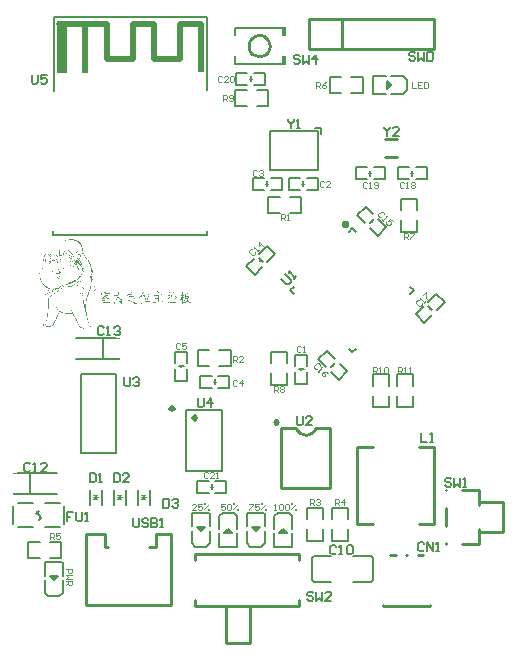
<source format=gto>
G04*
G04 #@! TF.GenerationSoftware,Altium Limited,Altium Designer,22.11.1 (43)*
G04*
G04 Layer_Color=65535*
%FSLAX25Y25*%
%MOIN*%
G70*
G04*
G04 #@! TF.SameCoordinates,CE4FA216-54C7-4044-9C64-AD491F851F59*
G04*
G04*
G04 #@! TF.FilePolarity,Positive*
G04*
G01*
G75*
%ADD10C,0.01181*%
%ADD11C,0.01000*%
%ADD12C,0.00598*%
%ADD13C,0.00600*%
%ADD14C,0.00787*%
%ADD15C,0.00591*%
%ADD16C,0.00394*%
%ADD17C,0.00512*%
%ADD18C,0.01968*%
%ADD19C,0.00800*%
%ADD20C,0.00500*%
%ADD21C,0.00400*%
%ADD22R,0.03543X0.17520*%
%ADD23R,0.01968X0.01181*%
%ADD24R,0.01968X0.04921*%
G36*
X97877Y190277D02*
X96677D01*
Y193368D01*
X97877D01*
Y190277D01*
D02*
G37*
G36*
Y180632D02*
X96677D01*
Y183723D01*
X97877D01*
Y180632D01*
D02*
G37*
G36*
X23889Y121889D02*
Y121845D01*
X23802D01*
Y121889D01*
Y121933D01*
X23889D01*
Y121889D01*
D02*
G37*
G36*
X23759Y121802D02*
X23715D01*
Y121758D01*
X23672D01*
Y121802D01*
X23628D01*
Y121845D01*
X23759D01*
Y121802D01*
D02*
G37*
G36*
X23977Y121584D02*
Y121540D01*
X23933D01*
Y121584D01*
Y121627D01*
X23977D01*
Y121584D01*
D02*
G37*
G36*
X23541Y121366D02*
X23497D01*
Y121322D01*
X23410D01*
Y121366D01*
X23453D01*
Y121409D01*
X23541D01*
Y121366D01*
D02*
G37*
G36*
X23366Y121279D02*
Y121235D01*
X23279D01*
Y121279D01*
Y121322D01*
X23366D01*
Y121279D01*
D02*
G37*
G36*
X23279Y121191D02*
X23148D01*
Y121148D01*
Y121104D01*
X23061D01*
Y121148D01*
X23105D01*
Y121191D01*
Y121235D01*
X23279D01*
Y121191D01*
D02*
G37*
G36*
X23061Y121061D02*
Y121017D01*
X22974D01*
Y121061D01*
Y121104D01*
X23061D01*
Y121061D01*
D02*
G37*
G36*
Y120755D02*
Y120712D01*
X22930D01*
Y120668D01*
X22887D01*
Y120624D01*
X22843D01*
Y120581D01*
X22756D01*
Y120537D01*
Y120494D01*
X22625D01*
Y120450D01*
X22581D01*
Y120406D01*
X22538D01*
Y120450D01*
Y120494D01*
X22581D01*
Y120537D01*
X22625D01*
Y120581D01*
X22669D01*
Y120624D01*
X22712D01*
Y120668D01*
X22756D01*
Y120712D01*
X22887D01*
Y120755D01*
Y120799D01*
X23061D01*
Y120755D01*
D02*
G37*
G36*
X22538Y120014D02*
Y119971D01*
X22451D01*
Y120014D01*
X22494D01*
Y120058D01*
X22538D01*
Y120014D01*
D02*
G37*
G36*
X22451Y119927D02*
Y119883D01*
X22363D01*
Y119927D01*
Y119971D01*
X22451D01*
Y119927D01*
D02*
G37*
G36*
X22363Y119753D02*
X22320D01*
Y119709D01*
Y119665D01*
X22233D01*
Y119709D01*
Y119753D01*
X22276D01*
Y119796D01*
X22363D01*
Y119753D01*
D02*
G37*
G36*
Y119316D02*
Y119273D01*
X22276D01*
Y119316D01*
Y119360D01*
X22363D01*
Y119316D01*
D02*
G37*
G36*
X22276Y119229D02*
Y119186D01*
Y119142D01*
Y119098D01*
Y119055D01*
X22233D01*
Y119011D01*
Y118968D01*
Y118924D01*
Y118880D01*
Y118837D01*
X22145D01*
Y118793D01*
Y118750D01*
Y118706D01*
X22102D01*
Y118662D01*
X22058D01*
Y118706D01*
Y118750D01*
X22102D01*
Y118793D01*
Y118837D01*
X22058D01*
Y118880D01*
X22145D01*
Y118924D01*
Y118968D01*
Y119011D01*
Y119055D01*
Y119098D01*
Y119142D01*
Y119186D01*
X22189D01*
Y119229D01*
X22233D01*
Y119273D01*
X22276D01*
Y119229D01*
D02*
G37*
G36*
X29340Y118444D02*
X29384D01*
Y118401D01*
X29296D01*
Y118357D01*
X29253D01*
Y118401D01*
Y118444D01*
X29296D01*
Y118488D01*
X29340D01*
Y118444D01*
D02*
G37*
G36*
X28555Y117965D02*
X28599D01*
Y117921D01*
X28512D01*
Y117965D01*
Y118008D01*
X28555D01*
Y117965D01*
D02*
G37*
G36*
X28337D02*
Y117921D01*
X28250D01*
Y117965D01*
Y118008D01*
X28337D01*
Y117965D01*
D02*
G37*
G36*
X28642Y118401D02*
Y118357D01*
X28817D01*
Y118314D01*
X28860D01*
Y118270D01*
Y118226D01*
X28947D01*
Y118183D01*
Y118139D01*
X29035D01*
Y118096D01*
Y118052D01*
X29122D01*
Y118008D01*
X29078D01*
Y117965D01*
Y117921D01*
Y117877D01*
Y117834D01*
X29035D01*
Y117877D01*
X28991D01*
Y117921D01*
X28947D01*
Y117965D01*
Y118008D01*
X28860D01*
Y118052D01*
Y118096D01*
X28773D01*
Y118139D01*
X28730D01*
Y118183D01*
X28686D01*
Y118226D01*
X28555D01*
Y118270D01*
Y118314D01*
X28293D01*
Y118270D01*
X28250D01*
Y118226D01*
X28206D01*
Y118183D01*
X28163D01*
Y118139D01*
X28119D01*
Y118183D01*
Y118226D01*
Y118270D01*
X28163D01*
Y118314D01*
X28250D01*
Y118357D01*
X28381D01*
Y118401D01*
X28424D01*
Y118444D01*
X28642D01*
Y118401D01*
D02*
G37*
G36*
X27945Y118096D02*
Y118052D01*
X28076D01*
Y118096D01*
X28119D01*
Y118052D01*
Y118008D01*
X28032D01*
Y117965D01*
Y117921D01*
Y117877D01*
Y117834D01*
X27988D01*
Y117877D01*
X27945D01*
Y117921D01*
Y117965D01*
Y118008D01*
X27901D01*
Y118052D01*
Y118096D01*
Y118139D01*
X27945D01*
Y118096D01*
D02*
G37*
G36*
X25110Y117877D02*
Y117834D01*
X24892D01*
Y117790D01*
X24805D01*
Y117747D01*
Y117703D01*
X24718D01*
Y117747D01*
Y117790D01*
X24762D01*
Y117834D01*
X24849D01*
Y117877D01*
Y117921D01*
X25110D01*
Y117877D01*
D02*
G37*
G36*
X25241Y117790D02*
X25285D01*
Y117747D01*
X25328D01*
Y117703D01*
X25372D01*
Y117659D01*
X25416D01*
Y117616D01*
X25459D01*
Y117572D01*
X25503D01*
Y117529D01*
X25547D01*
Y117485D01*
X25459D01*
Y117529D01*
X25416D01*
Y117572D01*
X25372D01*
Y117616D01*
X25328D01*
Y117659D01*
X25285D01*
Y117703D01*
X25241D01*
Y117747D01*
X25198D01*
Y117790D01*
X25154D01*
Y117834D01*
X25241D01*
Y117790D01*
D02*
G37*
G36*
X26985Y117441D02*
Y117398D01*
X26898D01*
Y117441D01*
Y117485D01*
X26985D01*
Y117441D01*
D02*
G37*
G36*
X30168Y117354D02*
Y117311D01*
X30081D01*
Y117354D01*
Y117398D01*
X30168D01*
Y117354D01*
D02*
G37*
G36*
X24718Y117572D02*
Y117529D01*
Y117485D01*
Y117441D01*
Y117398D01*
Y117354D01*
Y117311D01*
X24631D01*
Y117354D01*
Y117398D01*
Y117441D01*
Y117485D01*
Y117529D01*
Y117572D01*
Y117616D01*
X24718D01*
Y117572D01*
D02*
G37*
G36*
X19486Y117441D02*
X19529D01*
Y117398D01*
X19573D01*
Y117354D01*
X19616D01*
Y117311D01*
X19660D01*
Y117267D01*
X19704D01*
Y117224D01*
X19747D01*
Y117180D01*
Y117136D01*
X19704D01*
Y117180D01*
X19660D01*
Y117224D01*
X19616D01*
Y117267D01*
X19573D01*
Y117311D01*
X19529D01*
Y117354D01*
X19486D01*
Y117398D01*
X19398D01*
Y117441D01*
Y117485D01*
X19486D01*
Y117441D01*
D02*
G37*
G36*
X21622Y117136D02*
Y117093D01*
X21491D01*
Y117049D01*
X21448D01*
Y117006D01*
X21361D01*
Y117049D01*
X21404D01*
Y117093D01*
X21448D01*
Y117136D01*
X21491D01*
Y117180D01*
X21622D01*
Y117136D01*
D02*
G37*
G36*
X19835Y117049D02*
Y117006D01*
X19791D01*
Y117049D01*
Y117093D01*
X19835D01*
Y117049D01*
D02*
G37*
G36*
X25110Y119011D02*
Y118968D01*
X25328D01*
Y118924D01*
Y118880D01*
X25503D01*
Y118837D01*
X25547D01*
Y118793D01*
Y118750D01*
X25721D01*
Y118706D01*
Y118662D01*
X25765D01*
Y118619D01*
X25808D01*
Y118575D01*
X25852D01*
Y118532D01*
X25982D01*
Y118488D01*
X26026D01*
Y118444D01*
X26070D01*
Y118401D01*
Y118357D01*
X26157D01*
Y118314D01*
Y118270D01*
Y118226D01*
X26244D01*
Y118183D01*
Y118139D01*
X26288D01*
Y118096D01*
X26331D01*
Y118052D01*
X26375D01*
Y118008D01*
X26462D01*
Y117965D01*
Y117921D01*
X26506D01*
Y117877D01*
Y117834D01*
Y117790D01*
X26549D01*
Y117747D01*
X26593D01*
Y117703D01*
X26680D01*
Y117659D01*
Y117616D01*
Y117572D01*
Y117529D01*
Y117485D01*
X26724D01*
Y117441D01*
X26767D01*
Y117398D01*
X26724D01*
Y117354D01*
Y117311D01*
X26811D01*
Y117267D01*
Y117224D01*
Y117180D01*
Y117136D01*
Y117093D01*
X26898D01*
Y117049D01*
Y117006D01*
Y116962D01*
Y116918D01*
X27116D01*
Y116962D01*
X27160D01*
Y116918D01*
X27203D01*
Y116875D01*
X27334D01*
Y116831D01*
X27378D01*
Y116788D01*
X27421D01*
Y116744D01*
X27465D01*
Y116700D01*
X27727D01*
Y116657D01*
X27770D01*
Y116613D01*
X27814D01*
Y116569D01*
X27945D01*
Y116526D01*
X27988D01*
Y116482D01*
X28032D01*
Y116439D01*
X28076D01*
Y116395D01*
X28206D01*
Y116351D01*
X28250D01*
Y116308D01*
X28293D01*
Y116264D01*
X28424D01*
Y116221D01*
Y116177D01*
X28512D01*
Y116133D01*
Y116090D01*
X28555D01*
Y116046D01*
X28730D01*
Y116003D01*
Y115959D01*
X28860D01*
Y115915D01*
Y115872D01*
Y115828D01*
Y115785D01*
Y115741D01*
X29035D01*
Y115697D01*
Y115654D01*
X29078D01*
Y115610D01*
Y115567D01*
Y115523D01*
X29122D01*
Y115479D01*
X29166D01*
Y115436D01*
X29253D01*
Y115392D01*
Y115349D01*
X29340D01*
Y115305D01*
X29296D01*
Y115261D01*
Y115218D01*
X29384D01*
Y115174D01*
X29427D01*
Y115130D01*
X29471D01*
Y115087D01*
Y115043D01*
X29558D01*
Y115000D01*
Y114956D01*
X29602D01*
Y114912D01*
Y114869D01*
Y114825D01*
Y114782D01*
Y114738D01*
X29689D01*
Y114694D01*
Y114651D01*
Y114607D01*
X29776D01*
Y114564D01*
Y114520D01*
Y114477D01*
Y114433D01*
X29863D01*
Y114389D01*
X29820D01*
Y114346D01*
Y114302D01*
X29907D01*
Y114259D01*
Y114215D01*
Y114171D01*
Y114128D01*
Y114084D01*
X29994D01*
Y114041D01*
Y113997D01*
Y113953D01*
Y113910D01*
Y113866D01*
Y113822D01*
Y113779D01*
Y113735D01*
Y113692D01*
X30081D01*
Y113648D01*
Y113604D01*
Y113561D01*
Y113517D01*
Y113474D01*
Y113430D01*
Y113386D01*
Y113343D01*
Y113299D01*
Y113256D01*
Y113212D01*
Y113168D01*
Y113125D01*
Y113081D01*
Y113038D01*
Y112994D01*
Y112950D01*
Y112907D01*
Y112863D01*
X30125D01*
Y112820D01*
Y112776D01*
Y112732D01*
X30168D01*
Y112689D01*
X30212D01*
Y112645D01*
Y112602D01*
Y112558D01*
Y112514D01*
Y112471D01*
Y112427D01*
Y112383D01*
Y112340D01*
X30168D01*
Y112296D01*
X30125D01*
Y112253D01*
Y112209D01*
Y112165D01*
Y112122D01*
Y112078D01*
Y112035D01*
Y111991D01*
Y111948D01*
X30168D01*
Y111904D01*
X30081D01*
Y111860D01*
Y111817D01*
Y111773D01*
Y111730D01*
Y111686D01*
Y111642D01*
Y111599D01*
X29994D01*
Y111555D01*
Y111512D01*
Y111468D01*
Y111424D01*
Y111381D01*
Y111337D01*
Y111293D01*
X30168D01*
Y111250D01*
Y111206D01*
X30081D01*
Y111163D01*
Y111119D01*
Y111075D01*
Y111032D01*
X30038D01*
Y111075D01*
X29994D01*
Y111119D01*
X29820D01*
Y111075D01*
Y111032D01*
Y110988D01*
Y110945D01*
Y110901D01*
Y110857D01*
Y110814D01*
Y110770D01*
X29863D01*
Y110727D01*
Y110683D01*
X29776D01*
Y110639D01*
Y110596D01*
Y110552D01*
X29689D01*
Y110509D01*
Y110465D01*
Y110421D01*
Y110378D01*
Y110334D01*
Y110291D01*
X29602D01*
Y110247D01*
Y110203D01*
Y110160D01*
X29558D01*
Y110116D01*
Y110073D01*
Y110029D01*
X29514D01*
Y109985D01*
X29471D01*
Y109942D01*
X29384D01*
Y109898D01*
Y109855D01*
Y109811D01*
Y109767D01*
X29340D01*
Y109724D01*
X29253D01*
Y109680D01*
Y109637D01*
Y109593D01*
Y109549D01*
X29122D01*
Y109506D01*
X29078D01*
Y109462D01*
X29035D01*
Y109418D01*
X28947D01*
Y109375D01*
Y109331D01*
Y109288D01*
Y109244D01*
Y109201D01*
Y109157D01*
Y109113D01*
X28860D01*
Y109157D01*
Y109201D01*
X28773D01*
Y109157D01*
X28642D01*
Y109113D01*
X28599D01*
Y109070D01*
X28555D01*
Y109026D01*
X28512D01*
Y108983D01*
X28468D01*
Y108939D01*
X28337D01*
Y108895D01*
X28163D01*
Y108852D01*
X28119D01*
Y108808D01*
X28076D01*
Y108765D01*
X28032D01*
Y108721D01*
X27945D01*
Y108677D01*
Y108634D01*
Y108590D01*
Y108546D01*
X28119D01*
Y108503D01*
X27988D01*
Y108459D01*
X27945D01*
Y108416D01*
X27814D01*
Y108372D01*
Y108328D01*
X27683D01*
Y108285D01*
X27552D01*
Y108241D01*
X27509D01*
Y108198D01*
X27378D01*
Y108154D01*
Y108110D01*
X27073D01*
Y108067D01*
X27029D01*
Y108023D01*
X26898D01*
Y107980D01*
X26680D01*
Y107936D01*
Y107892D01*
X26549D01*
Y107849D01*
X26506D01*
Y107805D01*
X26331D01*
Y107762D01*
X26244D01*
Y107718D01*
Y107674D01*
X26026D01*
Y107631D01*
X25982D01*
Y107587D01*
X25765D01*
Y107544D01*
Y107500D01*
X25547D01*
Y107456D01*
X25328D01*
Y107413D01*
Y107369D01*
X24936D01*
Y107326D01*
Y107282D01*
X24631D01*
Y107238D01*
Y107195D01*
X24326D01*
Y107238D01*
Y107282D01*
X24195D01*
Y107238D01*
X24151D01*
Y107282D01*
Y107326D01*
X24195D01*
Y107369D01*
X24326D01*
Y107413D01*
X24456D01*
Y107456D01*
X24500D01*
Y107500D01*
X24718D01*
Y107544D01*
Y107587D01*
X24849D01*
Y107631D01*
X24980D01*
Y107674D01*
X25023D01*
Y107718D01*
X25154D01*
Y107762D01*
Y107805D01*
X25285D01*
Y107849D01*
X25328D01*
Y107892D01*
X25459D01*
Y107936D01*
X25590D01*
Y107980D01*
X25634D01*
Y108023D01*
X25765D01*
Y108067D01*
Y108110D01*
X25895D01*
Y108154D01*
X25939D01*
Y108198D01*
X26157D01*
Y108241D01*
X26375D01*
Y108285D01*
Y108328D01*
X26506D01*
Y108372D01*
Y108416D01*
X26724D01*
Y108459D01*
X26855D01*
Y108503D01*
X26898D01*
Y108546D01*
X27029D01*
Y108590D01*
Y108634D01*
X27247D01*
Y108677D01*
X27291D01*
Y108721D01*
X27421D01*
Y108765D01*
X27639D01*
Y108808D01*
Y108852D01*
X27814D01*
Y108895D01*
Y108939D01*
X27945D01*
Y108983D01*
Y109026D01*
X28119D01*
Y109070D01*
X28163D01*
Y109113D01*
Y109157D01*
X28337D01*
Y109201D01*
Y109244D01*
X28381D01*
Y109288D01*
X28424D01*
Y109331D01*
X28468D01*
Y109375D01*
X28555D01*
Y109418D01*
Y109462D01*
Y109506D01*
Y109549D01*
X28730D01*
Y109593D01*
X28773D01*
Y109637D01*
Y109680D01*
X28860D01*
Y109724D01*
Y109767D01*
X28947D01*
Y109811D01*
Y109855D01*
X28991D01*
Y109898D01*
X29078D01*
Y109942D01*
X29122D01*
Y109985D01*
Y110029D01*
Y110073D01*
X29035D01*
Y110116D01*
Y110160D01*
X29078D01*
Y110203D01*
X29166D01*
Y110160D01*
X29340D01*
Y110203D01*
Y110247D01*
Y110291D01*
X29384D01*
Y110334D01*
Y110378D01*
X29471D01*
Y110421D01*
Y110465D01*
Y110509D01*
X29558D01*
Y110552D01*
Y110596D01*
Y110639D01*
Y110683D01*
X29645D01*
Y110727D01*
Y110770D01*
X29602D01*
Y110814D01*
X29689D01*
Y110857D01*
Y110901D01*
Y110945D01*
Y110988D01*
Y111032D01*
X29776D01*
Y111075D01*
Y111119D01*
Y111163D01*
Y111206D01*
Y111250D01*
Y111293D01*
X29645D01*
Y111337D01*
X29602D01*
Y111381D01*
X29514D01*
Y111424D01*
X29602D01*
Y111468D01*
X29645D01*
Y111512D01*
X29689D01*
Y111468D01*
Y111424D01*
Y111381D01*
X29732D01*
Y111337D01*
X29863D01*
Y111381D01*
Y111424D01*
Y111468D01*
Y111512D01*
X29950D01*
Y111555D01*
Y111599D01*
X29907D01*
Y111642D01*
X29994D01*
Y111686D01*
Y111730D01*
Y111773D01*
Y111817D01*
Y111860D01*
Y111904D01*
Y111948D01*
Y111991D01*
Y112035D01*
Y112078D01*
Y112122D01*
Y112165D01*
X30081D01*
Y112209D01*
Y112253D01*
Y112296D01*
Y112340D01*
Y112383D01*
Y112427D01*
Y112471D01*
Y112514D01*
Y112558D01*
Y112602D01*
Y112645D01*
X29994D01*
Y112689D01*
Y112732D01*
Y112776D01*
Y112820D01*
Y112863D01*
Y112907D01*
Y112950D01*
Y112994D01*
Y113038D01*
Y113081D01*
Y113125D01*
Y113168D01*
Y113212D01*
Y113256D01*
Y113299D01*
Y113343D01*
X29907D01*
Y113386D01*
X29950D01*
Y113430D01*
Y113474D01*
Y113517D01*
Y113561D01*
Y113604D01*
X29907D01*
Y113648D01*
X29863D01*
Y113692D01*
Y113735D01*
Y113779D01*
Y113822D01*
Y113866D01*
Y113910D01*
X29820D01*
Y113953D01*
X29776D01*
Y113997D01*
Y114041D01*
Y114084D01*
X29689D01*
Y114128D01*
Y114171D01*
Y114215D01*
X29645D01*
Y114259D01*
X29602D01*
Y114302D01*
X29558D01*
Y114346D01*
Y114389D01*
Y114433D01*
Y114477D01*
X29471D01*
Y114520D01*
Y114564D01*
Y114607D01*
Y114651D01*
Y114694D01*
X29384D01*
Y114738D01*
Y114782D01*
Y114825D01*
Y114869D01*
Y114912D01*
X29296D01*
Y114956D01*
Y115000D01*
X29253D01*
Y115043D01*
Y115087D01*
Y115130D01*
X29166D01*
Y115174D01*
Y115218D01*
X29078D01*
Y115261D01*
Y115305D01*
X28991D01*
Y115349D01*
X28947D01*
Y115392D01*
Y115436D01*
X28817D01*
Y115479D01*
Y115523D01*
Y115567D01*
Y115610D01*
X28686D01*
Y115654D01*
X28555D01*
Y115697D01*
Y115741D01*
Y115785D01*
Y115828D01*
X28468D01*
Y115872D01*
Y115915D01*
X28337D01*
Y115959D01*
X28250D01*
Y116003D01*
Y116046D01*
X28163D01*
Y116090D01*
Y116133D01*
X28119D01*
Y116177D01*
X28032D01*
Y116221D01*
Y116264D01*
X27901D01*
Y116308D01*
X27857D01*
Y116351D01*
X27814D01*
Y116395D01*
X27770D01*
Y116439D01*
X27639D01*
Y116482D01*
X27596D01*
Y116526D01*
X27552D01*
Y116569D01*
X27421D01*
Y116613D01*
Y116657D01*
X27291D01*
Y116700D01*
X27247D01*
Y116744D01*
X27073D01*
Y116700D01*
X27029D01*
Y116657D01*
Y116613D01*
Y116569D01*
Y116526D01*
Y116482D01*
X27160D01*
Y116439D01*
X27029D01*
Y116395D01*
Y116351D01*
Y116308D01*
Y116264D01*
X27203D01*
Y116308D01*
Y116351D01*
X27334D01*
Y116308D01*
X27378D01*
Y116264D01*
X27421D01*
Y116221D01*
Y116177D01*
Y116133D01*
Y116090D01*
X27596D01*
Y116046D01*
X27639D01*
Y116003D01*
X27683D01*
Y115959D01*
X27727D01*
Y115915D01*
Y115872D01*
X27639D01*
Y115828D01*
Y115785D01*
Y115741D01*
Y115697D01*
Y115654D01*
Y115610D01*
X27596D01*
Y115567D01*
Y115523D01*
Y115479D01*
Y115436D01*
X27683D01*
Y115392D01*
X27639D01*
Y115349D01*
Y115305D01*
X27683D01*
Y115261D01*
X27814D01*
Y115305D01*
Y115349D01*
X27901D01*
Y115305D01*
Y115261D01*
X28032D01*
Y115305D01*
Y115349D01*
Y115392D01*
Y115436D01*
X27945D01*
Y115479D01*
Y115523D01*
X27988D01*
Y115567D01*
X27945D01*
Y115610D01*
Y115654D01*
X28250D01*
Y115697D01*
Y115741D01*
Y115785D01*
X28293D01*
Y115741D01*
X28337D01*
Y115697D01*
Y115654D01*
X28424D01*
Y115610D01*
Y115567D01*
X28512D01*
Y115523D01*
Y115479D01*
X28599D01*
Y115523D01*
X28642D01*
Y115479D01*
Y115436D01*
X28555D01*
Y115392D01*
Y115349D01*
Y115305D01*
Y115261D01*
X28642D01*
Y115218D01*
Y115174D01*
Y115130D01*
X28773D01*
Y115087D01*
X28817D01*
Y115043D01*
X28947D01*
Y115000D01*
Y114956D01*
Y114912D01*
Y114869D01*
Y114825D01*
Y114782D01*
Y114738D01*
Y114694D01*
Y114651D01*
X29035D01*
Y114607D01*
X29253D01*
Y114564D01*
Y114520D01*
Y114477D01*
Y114433D01*
X29340D01*
Y114389D01*
X29253D01*
Y114346D01*
Y114302D01*
Y114259D01*
Y114215D01*
Y114171D01*
Y114128D01*
X29558D01*
Y114084D01*
Y114041D01*
X29514D01*
Y113997D01*
X29558D01*
Y113953D01*
Y113910D01*
X29602D01*
Y113866D01*
Y113822D01*
Y113779D01*
X29689D01*
Y113735D01*
Y113692D01*
Y113648D01*
Y113604D01*
Y113561D01*
Y113517D01*
Y113474D01*
X29776D01*
Y113430D01*
Y113386D01*
Y113343D01*
X29689D01*
Y113299D01*
Y113256D01*
Y113212D01*
Y113168D01*
X29645D01*
Y113212D01*
Y113256D01*
X29471D01*
Y113212D01*
Y113168D01*
X29384D01*
Y113212D01*
Y113256D01*
Y113299D01*
X29514D01*
Y113343D01*
X29558D01*
Y113386D01*
Y113430D01*
Y113474D01*
X29471D01*
Y113517D01*
Y113561D01*
X29384D01*
Y113604D01*
Y113648D01*
Y113692D01*
Y113735D01*
Y113779D01*
X29471D01*
Y113822D01*
Y113866D01*
Y113910D01*
Y113953D01*
X29340D01*
Y113910D01*
X29296D01*
Y113866D01*
Y113822D01*
X29340D01*
Y113779D01*
X29253D01*
Y113822D01*
Y113866D01*
Y113910D01*
Y113953D01*
X29078D01*
Y113997D01*
X29122D01*
Y114041D01*
Y114084D01*
X28860D01*
Y114128D01*
Y114171D01*
Y114215D01*
Y114259D01*
Y114302D01*
Y114346D01*
Y114389D01*
X28730D01*
Y114346D01*
Y114302D01*
Y114259D01*
Y114215D01*
X28642D01*
Y114259D01*
Y114302D01*
Y114346D01*
Y114389D01*
X28512D01*
Y114433D01*
Y114477D01*
Y114520D01*
X28337D01*
Y114477D01*
X28163D01*
Y114433D01*
Y114389D01*
Y114346D01*
Y114302D01*
X28337D01*
Y114259D01*
Y114215D01*
Y114171D01*
X28163D01*
Y114128D01*
Y114084D01*
Y114041D01*
Y113997D01*
X28337D01*
Y113953D01*
Y113910D01*
X28424D01*
Y113866D01*
Y113822D01*
Y113779D01*
Y113735D01*
Y113692D01*
X28642D01*
Y113648D01*
Y113604D01*
X28468D01*
Y113561D01*
Y113517D01*
Y113474D01*
Y113430D01*
Y113386D01*
X28642D01*
Y113343D01*
Y113299D01*
X28730D01*
Y113256D01*
Y113212D01*
Y113168D01*
X28642D01*
Y113125D01*
Y113081D01*
Y113038D01*
X28686D01*
Y112994D01*
X28817D01*
Y112950D01*
X29035D01*
Y112907D01*
Y112863D01*
X28991D01*
Y112820D01*
Y112776D01*
Y112732D01*
Y112689D01*
Y112645D01*
X29035D01*
Y112602D01*
Y112558D01*
X28947D01*
Y112514D01*
Y112471D01*
Y112427D01*
X28860D01*
Y112383D01*
Y112340D01*
Y112296D01*
Y112253D01*
X28730D01*
Y112209D01*
Y112165D01*
Y112122D01*
X28642D01*
Y112165D01*
Y112209D01*
Y112253D01*
X28555D01*
Y112296D01*
Y112340D01*
X28642D01*
Y112383D01*
Y112427D01*
Y112471D01*
X28730D01*
Y112514D01*
Y112558D01*
Y112602D01*
Y112645D01*
Y112689D01*
Y112732D01*
Y112776D01*
Y112820D01*
Y112863D01*
Y112907D01*
Y112950D01*
X28512D01*
Y112907D01*
X28468D01*
Y112950D01*
X28424D01*
Y112994D01*
Y113038D01*
Y113081D01*
Y113125D01*
Y113168D01*
X28555D01*
Y113212D01*
Y113256D01*
Y113299D01*
Y113343D01*
X28424D01*
Y113299D01*
Y113256D01*
X28337D01*
Y113299D01*
Y113343D01*
Y113386D01*
Y113430D01*
Y113474D01*
X28250D01*
Y113517D01*
Y113561D01*
X28293D01*
Y113604D01*
X28206D01*
Y113648D01*
Y113692D01*
X28337D01*
Y113735D01*
Y113779D01*
Y113822D01*
Y113866D01*
X28206D01*
Y113822D01*
X28163D01*
Y113779D01*
X28119D01*
Y113822D01*
Y113866D01*
Y113910D01*
Y113953D01*
X27857D01*
Y113997D01*
X27639D01*
Y113953D01*
Y113910D01*
X27596D01*
Y113953D01*
X27552D01*
Y113997D01*
X27509D01*
Y114041D01*
Y114084D01*
X27683D01*
Y114128D01*
Y114171D01*
Y114215D01*
X27814D01*
Y114259D01*
Y114302D01*
Y114346D01*
Y114389D01*
Y114433D01*
Y114477D01*
X27596D01*
Y114433D01*
Y114389D01*
Y114346D01*
Y114302D01*
X27509D01*
Y114259D01*
Y114215D01*
X27421D01*
Y114171D01*
Y114128D01*
Y114084D01*
X27247D01*
Y114128D01*
X27334D01*
Y114171D01*
X27378D01*
Y114215D01*
Y114259D01*
Y114302D01*
X27291D01*
Y114346D01*
X27247D01*
Y114389D01*
X27203D01*
Y114433D01*
Y114477D01*
Y114520D01*
Y114564D01*
Y114607D01*
Y114651D01*
Y114694D01*
Y114738D01*
Y114782D01*
Y114825D01*
Y114869D01*
Y114912D01*
Y114956D01*
Y115000D01*
Y115043D01*
X27291D01*
Y115087D01*
Y115130D01*
Y115174D01*
Y115218D01*
X27073D01*
Y115174D01*
Y115130D01*
X26855D01*
Y115087D01*
X26680D01*
Y115130D01*
X26593D01*
Y115174D01*
Y115218D01*
X26244D01*
Y115261D01*
X26419D01*
Y115305D01*
X26462D01*
Y115261D01*
X26593D01*
Y115218D01*
X26724D01*
Y115261D01*
X26855D01*
Y115218D01*
X26985D01*
Y115261D01*
Y115305D01*
Y115349D01*
X26898D01*
Y115392D01*
Y115436D01*
X26985D01*
Y115479D01*
Y115523D01*
X27029D01*
Y115479D01*
X27073D01*
Y115436D01*
X27029D01*
Y115392D01*
Y115349D01*
X27291D01*
Y115305D01*
Y115261D01*
Y115218D01*
X27421D01*
Y115261D01*
Y115305D01*
Y115349D01*
X27378D01*
Y115392D01*
Y115436D01*
Y115479D01*
Y115523D01*
X27334D01*
Y115567D01*
X27421D01*
Y115610D01*
Y115654D01*
X27509D01*
Y115697D01*
Y115741D01*
Y115785D01*
Y115828D01*
X27334D01*
Y115872D01*
X27421D01*
Y115915D01*
Y115959D01*
Y116003D01*
Y116046D01*
X27291D01*
Y116090D01*
Y116133D01*
Y116177D01*
X26898D01*
Y116133D01*
X26811D01*
Y116177D01*
X26767D01*
Y116221D01*
X26724D01*
Y116264D01*
X26680D01*
Y116308D01*
Y116351D01*
X26724D01*
Y116308D01*
X26811D01*
Y116351D01*
X26855D01*
Y116395D01*
Y116439D01*
Y116482D01*
X26680D01*
Y116439D01*
X26375D01*
Y116395D01*
Y116351D01*
Y116308D01*
Y116264D01*
Y116221D01*
Y116177D01*
X26462D01*
Y116133D01*
Y116090D01*
X26549D01*
Y116046D01*
X26593D01*
Y116003D01*
Y115959D01*
Y115915D01*
Y115872D01*
X26680D01*
Y115828D01*
X26636D01*
Y115785D01*
X26593D01*
Y115741D01*
X26549D01*
Y115785D01*
Y115828D01*
Y115872D01*
X26506D01*
Y115915D01*
X26288D01*
Y115959D01*
X26157D01*
Y116003D01*
X26113D01*
Y116046D01*
X26070D01*
Y116090D01*
Y116133D01*
X25939D01*
Y116177D01*
X26070D01*
Y116221D01*
Y116264D01*
X26244D01*
Y116308D01*
Y116351D01*
Y116395D01*
Y116439D01*
X26070D01*
Y116482D01*
Y116526D01*
Y116569D01*
Y116613D01*
X26244D01*
Y116657D01*
Y116700D01*
Y116744D01*
Y116788D01*
X26113D01*
Y116831D01*
X26157D01*
Y116875D01*
X26201D01*
Y116918D01*
X26244D01*
Y116875D01*
Y116831D01*
Y116788D01*
X26419D01*
Y116831D01*
X26462D01*
Y116875D01*
X26506D01*
Y116831D01*
X26549D01*
Y116788D01*
X26680D01*
Y116744D01*
Y116700D01*
X26855D01*
Y116744D01*
Y116788D01*
Y116831D01*
Y116875D01*
Y116918D01*
Y116962D01*
X26767D01*
Y117006D01*
Y117049D01*
Y117093D01*
Y117136D01*
Y117180D01*
X26680D01*
Y117224D01*
X26636D01*
Y117267D01*
X26593D01*
Y117311D01*
Y117354D01*
Y117398D01*
X26549D01*
Y117441D01*
Y117485D01*
Y117529D01*
Y117572D01*
X26462D01*
Y117616D01*
X26375D01*
Y117659D01*
Y117703D01*
X26288D01*
Y117747D01*
Y117790D01*
X26201D01*
Y117834D01*
Y117877D01*
X26157D01*
Y117921D01*
Y117965D01*
Y118008D01*
X26070D01*
Y118052D01*
Y118096D01*
X25895D01*
Y118139D01*
X25852D01*
Y118183D01*
Y118226D01*
X25765D01*
Y118270D01*
Y118314D01*
Y118357D01*
Y118401D01*
X25677D01*
Y118444D01*
X25547D01*
Y118488D01*
Y118532D01*
Y118575D01*
Y118619D01*
X25459D01*
Y118662D01*
Y118706D01*
X25372D01*
Y118750D01*
X25154D01*
Y118793D01*
Y118837D01*
X25198D01*
Y118880D01*
X25154D01*
Y118924D01*
X25067D01*
Y118968D01*
X24892D01*
Y118924D01*
X24849D01*
Y118968D01*
X24500D01*
Y118924D01*
X24456D01*
Y118880D01*
X24413D01*
Y118837D01*
X24326D01*
Y118880D01*
Y118924D01*
Y118968D01*
X24456D01*
Y119011D01*
X24500D01*
Y119055D01*
X25110D01*
Y119011D01*
D02*
G37*
G36*
X25634Y117354D02*
Y117311D01*
X25765D01*
Y117267D01*
Y117224D01*
Y117180D01*
Y117136D01*
Y117093D01*
X25852D01*
Y117049D01*
Y117006D01*
X25939D01*
Y116962D01*
Y116918D01*
Y116875D01*
X25982D01*
Y116831D01*
X26026D01*
Y116788D01*
X25895D01*
Y116744D01*
Y116700D01*
Y116657D01*
X25939D01*
Y116613D01*
Y116569D01*
X25852D01*
Y116613D01*
Y116657D01*
Y116700D01*
Y116744D01*
Y116788D01*
Y116831D01*
Y116875D01*
Y116918D01*
Y116962D01*
Y117006D01*
X25765D01*
Y117049D01*
Y117093D01*
X25677D01*
Y117136D01*
Y117180D01*
X25721D01*
Y117224D01*
X25677D01*
Y117267D01*
X25590D01*
Y117311D01*
X25547D01*
Y117354D01*
Y117398D01*
X25634D01*
Y117354D01*
D02*
G37*
G36*
X25852Y116439D02*
X25808D01*
Y116395D01*
X25765D01*
Y116351D01*
X25677D01*
Y116395D01*
X25721D01*
Y116439D01*
X25765D01*
Y116482D01*
X25852D01*
Y116439D01*
D02*
G37*
G36*
X25503Y116308D02*
Y116264D01*
X25241D01*
Y116308D01*
Y116351D01*
X25503D01*
Y116308D01*
D02*
G37*
G36*
X22581Y119229D02*
Y119186D01*
Y119142D01*
Y119098D01*
Y119055D01*
X22538D01*
Y119011D01*
Y118968D01*
Y118924D01*
Y118880D01*
Y118837D01*
Y118793D01*
Y118750D01*
Y118706D01*
X22451D01*
Y118662D01*
Y118619D01*
Y118575D01*
Y118532D01*
X22538D01*
Y118488D01*
Y118444D01*
Y118401D01*
Y118357D01*
Y118314D01*
Y118270D01*
Y118226D01*
Y118183D01*
Y118139D01*
Y118096D01*
Y118052D01*
Y118008D01*
Y117965D01*
Y117921D01*
Y117877D01*
Y117834D01*
Y117790D01*
Y117747D01*
Y117703D01*
Y117659D01*
Y117616D01*
X22581D01*
Y117572D01*
Y117529D01*
Y117485D01*
Y117441D01*
Y117398D01*
Y117354D01*
Y117311D01*
Y117267D01*
Y117224D01*
Y117180D01*
X23584D01*
Y117224D01*
Y117267D01*
Y117311D01*
Y117354D01*
Y117398D01*
Y117441D01*
Y117485D01*
Y117529D01*
X23672D01*
Y117572D01*
Y117616D01*
Y117659D01*
Y117703D01*
Y117747D01*
Y117790D01*
Y117834D01*
X23759D01*
Y117877D01*
Y117921D01*
Y117965D01*
Y118008D01*
X23715D01*
Y118052D01*
X23802D01*
Y118096D01*
Y118139D01*
Y118183D01*
Y118226D01*
X23889D01*
Y118270D01*
Y118314D01*
Y118357D01*
X23933D01*
Y118401D01*
Y118444D01*
X24020D01*
Y118488D01*
Y118532D01*
X24108D01*
Y118575D01*
Y118619D01*
Y118662D01*
X24151D01*
Y118706D01*
X24195D01*
Y118750D01*
X24238D01*
Y118793D01*
X24282D01*
Y118837D01*
X24326D01*
Y118793D01*
Y118750D01*
Y118706D01*
X24282D01*
Y118662D01*
X24238D01*
Y118619D01*
Y118575D01*
X24282D01*
Y118532D01*
X24195D01*
Y118488D01*
Y118444D01*
Y118401D01*
Y118357D01*
Y118314D01*
X24108D01*
Y118270D01*
Y118226D01*
Y118183D01*
Y118139D01*
Y118096D01*
X24020D01*
Y118052D01*
Y118008D01*
Y117965D01*
Y117921D01*
Y117877D01*
X23977D01*
Y117834D01*
X23933D01*
Y117790D01*
X23977D01*
Y117747D01*
Y117703D01*
X23889D01*
Y117659D01*
Y117616D01*
Y117572D01*
Y117529D01*
Y117485D01*
Y117441D01*
Y117398D01*
X23802D01*
Y117354D01*
Y117311D01*
Y117267D01*
Y117224D01*
Y117180D01*
X23715D01*
Y117136D01*
Y117093D01*
Y117049D01*
Y117006D01*
Y116962D01*
X23672D01*
Y116918D01*
X23628D01*
Y116875D01*
Y116831D01*
Y116788D01*
Y116744D01*
X23672D01*
Y116700D01*
Y116657D01*
X23584D01*
Y116613D01*
Y116569D01*
Y116526D01*
Y116482D01*
Y116439D01*
X23497D01*
Y116395D01*
Y116351D01*
Y116308D01*
Y116264D01*
X23410D01*
Y116308D01*
Y116351D01*
X23453D01*
Y116395D01*
Y116439D01*
Y116482D01*
Y116526D01*
Y116569D01*
X23497D01*
Y116613D01*
Y116657D01*
Y116700D01*
Y116744D01*
Y116788D01*
Y116831D01*
Y116875D01*
Y116918D01*
Y116962D01*
Y117006D01*
Y117049D01*
Y117093D01*
X23366D01*
Y117049D01*
X23323D01*
Y117093D01*
X23148D01*
Y117049D01*
X22669D01*
Y117006D01*
X22625D01*
Y116962D01*
X22276D01*
Y116918D01*
X22233D01*
Y116875D01*
X21927D01*
Y116831D01*
Y116788D01*
X21797D01*
Y116744D01*
X21622D01*
Y116700D01*
X21535D01*
Y116744D01*
Y116788D01*
X21666D01*
Y116831D01*
X21709D01*
Y116875D01*
X21840D01*
Y116918D01*
X22102D01*
Y116962D01*
X22145D01*
Y117006D01*
X22363D01*
Y117049D01*
Y117093D01*
X22451D01*
Y117136D01*
Y117180D01*
Y117224D01*
Y117267D01*
X22363D01*
Y117311D01*
X22320D01*
Y117354D01*
Y117398D01*
Y117441D01*
Y117485D01*
X22233D01*
Y117529D01*
Y117572D01*
Y117616D01*
Y117659D01*
Y117703D01*
Y117747D01*
Y117790D01*
Y117834D01*
Y117877D01*
Y117921D01*
Y117965D01*
Y118008D01*
Y118052D01*
Y118096D01*
Y118139D01*
Y118183D01*
Y118226D01*
Y118270D01*
Y118314D01*
Y118357D01*
Y118401D01*
Y118444D01*
Y118488D01*
Y118532D01*
X22320D01*
Y118575D01*
Y118619D01*
Y118662D01*
Y118706D01*
Y118750D01*
X22363D01*
Y118793D01*
Y118837D01*
Y118880D01*
X22451D01*
Y118924D01*
Y118968D01*
Y119011D01*
Y119055D01*
Y119098D01*
Y119142D01*
X22538D01*
Y119186D01*
Y119229D01*
Y119273D01*
X22581D01*
Y119229D01*
D02*
G37*
G36*
X24631Y117136D02*
Y117093D01*
Y117049D01*
Y117006D01*
Y116962D01*
Y116918D01*
Y116875D01*
Y116831D01*
Y116788D01*
Y116744D01*
Y116700D01*
Y116657D01*
Y116613D01*
Y116569D01*
Y116526D01*
Y116482D01*
Y116439D01*
Y116395D01*
Y116351D01*
X24718D01*
Y116308D01*
Y116264D01*
X25241D01*
Y116221D01*
Y116177D01*
X24936D01*
Y116133D01*
X24849D01*
Y116177D01*
X24718D01*
Y116221D01*
Y116264D01*
X24544D01*
Y116308D01*
X24587D01*
Y116351D01*
Y116395D01*
Y116439D01*
Y116482D01*
Y116526D01*
Y116569D01*
Y116613D01*
Y116657D01*
Y116700D01*
Y116744D01*
Y116788D01*
Y116831D01*
Y116875D01*
Y116918D01*
Y116962D01*
Y117006D01*
Y117049D01*
Y117093D01*
X24544D01*
Y117136D01*
X24587D01*
Y117180D01*
X24631D01*
Y117136D01*
D02*
G37*
G36*
X18221Y116221D02*
X18265D01*
Y116177D01*
X18308D01*
Y116133D01*
X18221D01*
Y116177D01*
X17916D01*
Y116221D01*
Y116264D01*
X18221D01*
Y116221D01*
D02*
G37*
G36*
X21535Y116657D02*
X21404D01*
Y116613D01*
Y116569D01*
X21273D01*
Y116526D01*
X21230D01*
Y116482D01*
X21099D01*
Y116439D01*
X20924D01*
Y116395D01*
X20881D01*
Y116351D01*
X20750D01*
Y116308D01*
X20707D01*
Y116264D01*
X20576D01*
Y116221D01*
Y116177D01*
X20489D01*
Y116133D01*
X20358D01*
Y116090D01*
Y116046D01*
X20183D01*
Y116090D01*
X20270D01*
Y116133D01*
X20314D01*
Y116177D01*
X20401D01*
Y116221D01*
Y116264D01*
X20532D01*
Y116308D01*
X20576D01*
Y116351D01*
X20707D01*
Y116395D01*
X20837D01*
Y116439D01*
X20881D01*
Y116482D01*
X21012D01*
Y116526D01*
Y116569D01*
X21143D01*
Y116613D01*
X21273D01*
Y116657D01*
X21317D01*
Y116700D01*
X21535D01*
Y116657D01*
D02*
G37*
G36*
X18396Y117703D02*
X18526D01*
Y117659D01*
Y117616D01*
X18701D01*
Y117572D01*
Y117529D01*
X18744D01*
Y117485D01*
X18832D01*
Y117441D01*
X18919D01*
Y117398D01*
X18962D01*
Y117354D01*
X19006D01*
Y117311D01*
X19050D01*
Y117267D01*
X19093D01*
Y117224D01*
X19137D01*
Y117180D01*
Y117136D01*
Y117093D01*
X19224D01*
Y117049D01*
Y117006D01*
X19268D01*
Y116962D01*
X19311D01*
Y116918D01*
X19355D01*
Y116875D01*
X19442D01*
Y116831D01*
Y116788D01*
X19529D01*
Y116744D01*
Y116700D01*
X19573D01*
Y116657D01*
Y116613D01*
Y116569D01*
X19660D01*
Y116526D01*
Y116482D01*
X19747D01*
Y116439D01*
Y116395D01*
X19791D01*
Y116351D01*
Y116308D01*
Y116264D01*
X19878D01*
Y116221D01*
X19922D01*
Y116177D01*
X19965D01*
Y116133D01*
X20009D01*
Y116090D01*
X20053D01*
Y116046D01*
X19965D01*
Y116090D01*
X19922D01*
Y116133D01*
X19878D01*
Y116177D01*
X19835D01*
Y116221D01*
X19791D01*
Y116264D01*
X19747D01*
Y116308D01*
X19704D01*
Y116351D01*
X19529D01*
Y116395D01*
Y116439D01*
X19442D01*
Y116482D01*
Y116526D01*
Y116569D01*
X19355D01*
Y116613D01*
Y116657D01*
X19268D01*
Y116700D01*
Y116744D01*
X19224D01*
Y116788D01*
Y116831D01*
Y116875D01*
X19137D01*
Y116918D01*
X19093D01*
Y116962D01*
X19050D01*
Y117006D01*
X19006D01*
Y117049D01*
X18962D01*
Y117093D01*
X18919D01*
Y117136D01*
X18875D01*
Y117180D01*
X18832D01*
Y117224D01*
X18788D01*
Y117267D01*
X18657D01*
Y117311D01*
X18701D01*
Y117354D01*
Y117398D01*
X18614D01*
Y117441D01*
X18570D01*
Y117485D01*
X18526D01*
Y117529D01*
X18483D01*
Y117572D01*
X18352D01*
Y117616D01*
X18003D01*
Y117572D01*
X17959D01*
Y117529D01*
X17916D01*
Y117485D01*
X17872D01*
Y117441D01*
X17829D01*
Y117398D01*
X17785D01*
Y117354D01*
X17741D01*
Y117311D01*
X17698D01*
Y117267D01*
Y117224D01*
Y117180D01*
X17611D01*
Y117136D01*
Y117093D01*
Y117049D01*
Y117006D01*
Y116962D01*
X17524D01*
Y116918D01*
Y116875D01*
Y116831D01*
Y116788D01*
Y116744D01*
Y116700D01*
Y116657D01*
X17480D01*
Y116613D01*
Y116569D01*
Y116526D01*
Y116482D01*
X17393D01*
Y116439D01*
Y116395D01*
Y116351D01*
Y116308D01*
Y116264D01*
X17305D01*
Y116221D01*
Y116177D01*
Y116133D01*
Y116090D01*
Y116046D01*
Y116003D01*
Y115959D01*
X17218D01*
Y115915D01*
Y115872D01*
Y115828D01*
Y115785D01*
Y115741D01*
Y115697D01*
Y115654D01*
X17262D01*
Y115610D01*
X17175D01*
Y115567D01*
Y115523D01*
Y115479D01*
Y115436D01*
Y115392D01*
Y115349D01*
Y115305D01*
X17087D01*
Y115261D01*
Y115218D01*
Y115174D01*
Y115130D01*
Y115087D01*
Y115043D01*
Y115000D01*
Y114956D01*
Y114912D01*
Y114869D01*
Y114825D01*
Y114782D01*
X17000D01*
Y114738D01*
Y114694D01*
Y114651D01*
Y114607D01*
X17087D01*
Y114564D01*
Y114520D01*
X17000D01*
Y114477D01*
Y114433D01*
Y114389D01*
Y114346D01*
Y114302D01*
Y114259D01*
Y114215D01*
Y114171D01*
Y114128D01*
Y114084D01*
X17087D01*
Y114041D01*
Y113997D01*
Y113953D01*
Y113910D01*
Y113866D01*
Y113822D01*
Y113779D01*
Y113735D01*
Y113692D01*
Y113648D01*
Y113604D01*
Y113561D01*
Y113517D01*
Y113474D01*
Y113430D01*
Y113386D01*
Y113343D01*
X17000D01*
Y113386D01*
Y113430D01*
Y113474D01*
Y113517D01*
Y113561D01*
Y113604D01*
Y113648D01*
Y113692D01*
Y113735D01*
Y113779D01*
Y113822D01*
Y113866D01*
Y113910D01*
Y113953D01*
X16957D01*
Y113997D01*
Y114041D01*
Y114084D01*
Y114128D01*
Y114171D01*
Y114215D01*
Y114259D01*
Y114302D01*
X16870D01*
Y114346D01*
Y114389D01*
Y114433D01*
Y114477D01*
Y114520D01*
X16957D01*
Y114564D01*
Y114607D01*
Y114651D01*
Y114694D01*
Y114738D01*
Y114782D01*
Y114825D01*
Y114869D01*
Y114912D01*
Y114956D01*
Y115000D01*
Y115043D01*
Y115087D01*
Y115130D01*
X17000D01*
Y115174D01*
Y115218D01*
X17044D01*
Y115261D01*
Y115305D01*
Y115349D01*
Y115392D01*
Y115436D01*
X17000D01*
Y115479D01*
X17087D01*
Y115523D01*
Y115567D01*
Y115610D01*
Y115654D01*
Y115697D01*
Y115741D01*
Y115785D01*
Y115828D01*
Y115872D01*
X17175D01*
Y115915D01*
Y115959D01*
Y116003D01*
Y116046D01*
Y116090D01*
Y116133D01*
Y116177D01*
Y116221D01*
Y116264D01*
X17262D01*
Y116308D01*
Y116351D01*
Y116395D01*
X17305D01*
Y116439D01*
Y116482D01*
Y116526D01*
Y116569D01*
Y116613D01*
Y116657D01*
Y116700D01*
X17393D01*
Y116744D01*
Y116788D01*
Y116831D01*
Y116875D01*
Y116918D01*
Y116962D01*
Y117006D01*
Y117049D01*
Y117093D01*
X17480D01*
Y117136D01*
Y117180D01*
Y117224D01*
X17524D01*
Y117267D01*
Y117311D01*
X17611D01*
Y117354D01*
Y117398D01*
Y117441D01*
Y117485D01*
X17698D01*
Y117529D01*
X17829D01*
Y117572D01*
Y117616D01*
X17959D01*
Y117659D01*
X18003D01*
Y117703D01*
X18134D01*
Y117747D01*
X18396D01*
Y117703D01*
D02*
G37*
G36*
X19529Y116221D02*
X19486D01*
Y116177D01*
X19442D01*
Y116133D01*
Y116090D01*
Y116046D01*
X19355D01*
Y116090D01*
Y116133D01*
Y116177D01*
Y116221D01*
Y116264D01*
X19529D01*
Y116221D01*
D02*
G37*
G36*
X28206Y117703D02*
X28424D01*
Y117659D01*
Y117616D01*
X28817D01*
Y117572D01*
Y117529D01*
X29122D01*
Y117485D01*
X29166D01*
Y117441D01*
X29253D01*
Y117398D01*
Y117354D01*
Y117311D01*
X29340D01*
Y117267D01*
Y117224D01*
X29427D01*
Y117180D01*
X29471D01*
Y117136D01*
Y117093D01*
Y117049D01*
Y117006D01*
Y116962D01*
Y116918D01*
Y116875D01*
Y116831D01*
Y116788D01*
Y116744D01*
Y116700D01*
Y116657D01*
Y116613D01*
Y116569D01*
X29384D01*
Y116526D01*
Y116482D01*
Y116439D01*
X29340D01*
Y116395D01*
Y116351D01*
X29253D01*
Y116308D01*
Y116264D01*
Y116221D01*
Y116177D01*
X29166D01*
Y116133D01*
X29122D01*
Y116090D01*
X29078D01*
Y116046D01*
X29035D01*
Y116003D01*
Y115959D01*
X28860D01*
Y116003D01*
Y116046D01*
X28947D01*
Y116090D01*
X28991D01*
Y116133D01*
Y116177D01*
X29078D01*
Y116221D01*
X29122D01*
Y116264D01*
X29078D01*
Y116308D01*
X29122D01*
Y116351D01*
X29166D01*
Y116395D01*
Y116439D01*
Y116482D01*
Y116526D01*
Y116569D01*
X29253D01*
Y116613D01*
Y116657D01*
Y116700D01*
Y116744D01*
Y116788D01*
Y116831D01*
Y116875D01*
Y116918D01*
Y116962D01*
Y117006D01*
Y117049D01*
Y117093D01*
Y117136D01*
Y117180D01*
X29166D01*
Y117224D01*
Y117267D01*
X28947D01*
Y117311D01*
X28817D01*
Y117354D01*
X28773D01*
Y117398D01*
X28642D01*
Y117441D01*
Y117485D01*
X28424D01*
Y117529D01*
X28381D01*
Y117572D01*
X28337D01*
Y117616D01*
X28206D01*
Y117659D01*
X28163D01*
Y117703D01*
X28119D01*
Y117747D01*
X28206D01*
Y117703D01*
D02*
G37*
G36*
X22538Y115959D02*
X22756D01*
Y115915D01*
Y115872D01*
X22843D01*
Y115828D01*
Y115785D01*
Y115741D01*
X22756D01*
Y115697D01*
Y115654D01*
Y115610D01*
Y115567D01*
X22843D01*
Y115523D01*
X22756D01*
Y115479D01*
Y115436D01*
X22581D01*
Y115479D01*
Y115523D01*
X22669D01*
Y115567D01*
Y115610D01*
Y115654D01*
Y115697D01*
Y115741D01*
X22581D01*
Y115785D01*
X22625D01*
Y115828D01*
Y115872D01*
X22581D01*
Y115915D01*
X22494D01*
Y115872D01*
X22320D01*
Y115828D01*
X21971D01*
Y115785D01*
Y115741D01*
X22015D01*
Y115697D01*
Y115654D01*
X21927D01*
Y115697D01*
Y115741D01*
X21840D01*
Y115785D01*
Y115828D01*
Y115872D01*
X21709D01*
Y115915D01*
Y115959D01*
X22276D01*
Y116003D01*
X22320D01*
Y115959D01*
X22494D01*
Y116003D01*
X22538D01*
Y115959D01*
D02*
G37*
G36*
X24718Y115915D02*
Y115872D01*
X24631D01*
Y115915D01*
Y115959D01*
X24718D01*
Y115915D01*
D02*
G37*
G36*
X18483Y115959D02*
X18526D01*
Y115915D01*
Y115872D01*
X18483D01*
Y115915D01*
X18439D01*
Y115959D01*
Y116003D01*
X18483D01*
Y115959D01*
D02*
G37*
G36*
X21230Y116003D02*
X21273D01*
Y115959D01*
X21143D01*
Y115915D01*
Y115872D01*
X21186D01*
Y115828D01*
X21099D01*
Y115872D01*
X20924D01*
Y115915D01*
Y115959D01*
X21099D01*
Y116003D01*
Y116046D01*
X21230D01*
Y116003D01*
D02*
G37*
G36*
X19616Y116090D02*
X19660D01*
Y116046D01*
Y116003D01*
Y115959D01*
X19835D01*
Y115915D01*
X19791D01*
Y115872D01*
X19747D01*
Y115828D01*
X19660D01*
Y115872D01*
X19616D01*
Y115915D01*
X19573D01*
Y115959D01*
X19486D01*
Y116003D01*
Y116046D01*
X19573D01*
Y116090D01*
Y116133D01*
X19616D01*
Y116090D01*
D02*
G37*
G36*
X19355Y115915D02*
Y115872D01*
X19442D01*
Y115828D01*
X19355D01*
Y115872D01*
X19224D01*
Y115915D01*
Y115959D01*
X19355D01*
Y115915D01*
D02*
G37*
G36*
X26070Y115741D02*
X26026D01*
Y115697D01*
X25982D01*
Y115741D01*
Y115785D01*
X26070D01*
Y115741D01*
D02*
G37*
G36*
X26506Y115697D02*
Y115654D01*
Y115610D01*
Y115567D01*
X26636D01*
Y115523D01*
X26549D01*
Y115479D01*
X26506D01*
Y115436D01*
X26244D01*
Y115392D01*
X26201D01*
Y115349D01*
X26157D01*
Y115392D01*
Y115436D01*
Y115479D01*
X26244D01*
Y115523D01*
X26288D01*
Y115567D01*
Y115610D01*
Y115654D01*
Y115697D01*
X26331D01*
Y115654D01*
X26462D01*
Y115697D01*
Y115741D01*
X26506D01*
Y115697D01*
D02*
G37*
G36*
X21491Y115828D02*
X21535D01*
Y115785D01*
X21666D01*
Y115828D01*
X21709D01*
Y115785D01*
Y115741D01*
X21622D01*
Y115697D01*
Y115654D01*
X21535D01*
Y115697D01*
Y115741D01*
X21404D01*
Y115785D01*
Y115828D01*
Y115872D01*
X21491D01*
Y115828D01*
D02*
G37*
G36*
X21361Y115697D02*
X21317D01*
Y115654D01*
X21230D01*
Y115697D01*
Y115741D01*
X21361D01*
Y115697D01*
D02*
G37*
G36*
X25241D02*
Y115654D01*
Y115610D01*
X25154D01*
Y115654D01*
Y115697D01*
Y115741D01*
X25241D01*
Y115697D01*
D02*
G37*
G36*
X18657D02*
X18701D01*
Y115654D01*
X18744D01*
Y115610D01*
Y115567D01*
X18701D01*
Y115610D01*
X18657D01*
Y115654D01*
X18614D01*
Y115697D01*
Y115741D01*
X18657D01*
Y115697D01*
D02*
G37*
G36*
X20009Y115523D02*
X20096D01*
Y115479D01*
X20140D01*
Y115436D01*
X20183D01*
Y115392D01*
Y115349D01*
Y115305D01*
X20096D01*
Y115349D01*
Y115392D01*
Y115436D01*
X19878D01*
Y115479D01*
Y115523D01*
Y115567D01*
X20009D01*
Y115523D01*
D02*
G37*
G36*
X18962Y115392D02*
Y115349D01*
X19006D01*
Y115305D01*
X18962D01*
Y115349D01*
X18919D01*
Y115392D01*
X18875D01*
Y115436D01*
X18962D01*
Y115392D01*
D02*
G37*
G36*
X16695Y115610D02*
Y115567D01*
Y115523D01*
Y115479D01*
Y115436D01*
Y115392D01*
Y115349D01*
Y115305D01*
X16651D01*
Y115349D01*
Y115392D01*
Y115436D01*
Y115479D01*
Y115523D01*
Y115567D01*
Y115610D01*
Y115654D01*
X16695D01*
Y115610D01*
D02*
G37*
G36*
X20707D02*
Y115567D01*
X20881D01*
Y115523D01*
X20794D01*
Y115479D01*
Y115436D01*
Y115392D01*
Y115349D01*
X20619D01*
Y115305D01*
Y115261D01*
Y115218D01*
X20576D01*
Y115261D01*
X20532D01*
Y115305D01*
X20445D01*
Y115261D01*
X20401D01*
Y115218D01*
X20314D01*
Y115174D01*
Y115130D01*
Y115087D01*
X20270D01*
Y115043D01*
X20183D01*
Y115087D01*
Y115130D01*
X20270D01*
Y115174D01*
Y115218D01*
Y115261D01*
X20358D01*
Y115305D01*
Y115349D01*
Y115392D01*
Y115436D01*
X20489D01*
Y115479D01*
Y115523D01*
X20576D01*
Y115567D01*
X20619D01*
Y115610D01*
Y115654D01*
X20707D01*
Y115610D01*
D02*
G37*
G36*
X21099Y115697D02*
Y115654D01*
X21186D01*
Y115610D01*
X21143D01*
Y115567D01*
Y115523D01*
Y115479D01*
Y115436D01*
Y115392D01*
Y115349D01*
X21230D01*
Y115305D01*
Y115261D01*
Y115218D01*
Y115174D01*
Y115130D01*
X21186D01*
Y115174D01*
X21143D01*
Y115218D01*
X21012D01*
Y115261D01*
Y115305D01*
Y115349D01*
X21099D01*
Y115392D01*
Y115436D01*
Y115479D01*
Y115523D01*
Y115567D01*
Y115610D01*
X20924D01*
Y115654D01*
X20968D01*
Y115697D01*
Y115741D01*
X21099D01*
Y115697D01*
D02*
G37*
G36*
X26113Y115087D02*
X26070D01*
Y115043D01*
X26026D01*
Y115000D01*
X25982D01*
Y115043D01*
Y115087D01*
Y115130D01*
X26113D01*
Y115087D01*
D02*
G37*
G36*
X22843Y115174D02*
Y115130D01*
X22974D01*
Y115087D01*
Y115043D01*
Y115000D01*
X22887D01*
Y115043D01*
X22843D01*
Y115087D01*
X22756D01*
Y115043D01*
X22625D01*
Y115087D01*
X22581D01*
Y115130D01*
X22756D01*
Y115174D01*
Y115218D01*
X22843D01*
Y115174D01*
D02*
G37*
G36*
X19137Y115218D02*
Y115174D01*
Y115130D01*
Y115087D01*
Y115043D01*
Y115000D01*
Y114956D01*
Y114912D01*
X19050D01*
Y114956D01*
Y115000D01*
Y115043D01*
Y115087D01*
Y115130D01*
Y115174D01*
Y115218D01*
Y115261D01*
X19137D01*
Y115218D01*
D02*
G37*
G36*
X24631Y114869D02*
X24674D01*
Y114825D01*
X24544D01*
Y114869D01*
Y114912D01*
X24631D01*
Y114869D01*
D02*
G37*
G36*
X23061D02*
Y114825D01*
X22974D01*
Y114869D01*
Y114912D01*
X23061D01*
Y114869D01*
D02*
G37*
G36*
X21535Y115305D02*
Y115261D01*
Y115218D01*
Y115174D01*
Y115130D01*
X21840D01*
Y115087D01*
X21884D01*
Y115043D01*
X21927D01*
Y115000D01*
Y114956D01*
X22015D01*
Y114912D01*
X22058D01*
Y114869D01*
Y114825D01*
Y114782D01*
Y114738D01*
X22145D01*
Y114694D01*
X22102D01*
Y114651D01*
X22058D01*
Y114607D01*
X21927D01*
Y114564D01*
Y114520D01*
X21666D01*
Y114477D01*
X21709D01*
Y114433D01*
Y114389D01*
X21579D01*
Y114346D01*
X21535D01*
Y114302D01*
X21448D01*
Y114346D01*
X21491D01*
Y114389D01*
Y114433D01*
Y114477D01*
Y114520D01*
X21317D01*
Y114477D01*
Y114433D01*
Y114389D01*
X21230D01*
Y114433D01*
Y114477D01*
Y114520D01*
X21099D01*
Y114564D01*
Y114607D01*
Y114651D01*
X21404D01*
Y114607D01*
X21622D01*
Y114651D01*
Y114694D01*
Y114738D01*
Y114782D01*
Y114825D01*
X21579D01*
Y114869D01*
X21622D01*
Y114825D01*
X21797D01*
Y114869D01*
Y114912D01*
Y114956D01*
Y115000D01*
X21709D01*
Y115043D01*
X21491D01*
Y115087D01*
Y115130D01*
Y115174D01*
Y115218D01*
Y115261D01*
Y115305D01*
X21448D01*
Y115349D01*
X21535D01*
Y115305D01*
D02*
G37*
G36*
X17916Y116046D02*
Y116003D01*
Y115959D01*
Y115915D01*
X17872D01*
Y115872D01*
X17829D01*
Y115828D01*
Y115785D01*
Y115741D01*
Y115697D01*
Y115654D01*
X17785D01*
Y115610D01*
Y115567D01*
Y115523D01*
Y115479D01*
Y115436D01*
Y115392D01*
Y115349D01*
Y115305D01*
Y115261D01*
Y115218D01*
Y115174D01*
Y115130D01*
Y115087D01*
Y115043D01*
Y115000D01*
Y114956D01*
Y114912D01*
Y114869D01*
Y114825D01*
Y114782D01*
X17698D01*
Y114825D01*
Y114869D01*
Y114912D01*
Y114956D01*
Y115000D01*
Y115043D01*
Y115087D01*
Y115130D01*
Y115174D01*
Y115218D01*
Y115261D01*
Y115305D01*
Y115349D01*
Y115392D01*
Y115436D01*
Y115479D01*
Y115523D01*
Y115567D01*
Y115610D01*
Y115654D01*
Y115697D01*
Y115741D01*
Y115785D01*
X17785D01*
Y115828D01*
Y115872D01*
Y115915D01*
Y115959D01*
Y116003D01*
Y116046D01*
X17829D01*
Y116090D01*
X17916D01*
Y116046D01*
D02*
G37*
G36*
X22581Y114782D02*
Y114738D01*
X22538D01*
Y114782D01*
Y114825D01*
X22581D01*
Y114782D01*
D02*
G37*
G36*
X19660D02*
Y114738D01*
X19573D01*
Y114782D01*
Y114825D01*
X19660D01*
Y114782D01*
D02*
G37*
G36*
X19050D02*
Y114738D01*
X19006D01*
Y114694D01*
X18919D01*
Y114651D01*
Y114607D01*
X18832D01*
Y114651D01*
Y114694D01*
X18875D01*
Y114738D01*
X18962D01*
Y114782D01*
Y114825D01*
X19050D01*
Y114782D01*
D02*
G37*
G36*
X22669Y114564D02*
Y114520D01*
X22625D01*
Y114564D01*
X22581D01*
Y114607D01*
X22669D01*
Y114564D01*
D02*
G37*
G36*
X18832D02*
Y114520D01*
X18744D01*
Y114564D01*
Y114607D01*
X18832D01*
Y114564D01*
D02*
G37*
G36*
X26680Y114651D02*
Y114607D01*
X26636D01*
Y114564D01*
X26593D01*
Y114520D01*
X26549D01*
Y114477D01*
X26506D01*
Y114520D01*
X26462D01*
Y114564D01*
Y114607D01*
X26593D01*
Y114651D01*
Y114694D01*
X26680D01*
Y114651D01*
D02*
G37*
G36*
X19180Y115828D02*
Y115785D01*
Y115741D01*
X19268D01*
Y115697D01*
X19311D01*
Y115654D01*
X19180D01*
Y115610D01*
Y115567D01*
Y115523D01*
X19224D01*
Y115479D01*
X19355D01*
Y115436D01*
Y115392D01*
Y115349D01*
Y115305D01*
Y115261D01*
Y115218D01*
Y115174D01*
Y115130D01*
X19442D01*
Y115087D01*
Y115043D01*
Y115000D01*
Y114956D01*
Y114912D01*
Y114869D01*
Y114825D01*
Y114782D01*
Y114738D01*
Y114694D01*
Y114651D01*
Y114607D01*
Y114564D01*
Y114520D01*
X19660D01*
Y114477D01*
X19616D01*
Y114433D01*
X19573D01*
Y114389D01*
X19486D01*
Y114433D01*
Y114477D01*
X19355D01*
Y114520D01*
Y114564D01*
Y114607D01*
Y114651D01*
Y114694D01*
X19268D01*
Y114738D01*
X19355D01*
Y114782D01*
Y114825D01*
Y114869D01*
Y114912D01*
X19268D01*
Y114956D01*
Y115000D01*
X19311D01*
Y115043D01*
Y115087D01*
Y115130D01*
Y115174D01*
Y115218D01*
X19268D01*
Y115261D01*
Y115305D01*
X19180D01*
Y115349D01*
X19224D01*
Y115392D01*
Y115436D01*
X19137D01*
Y115479D01*
Y115523D01*
Y115567D01*
Y115610D01*
Y115654D01*
Y115697D01*
Y115741D01*
Y115785D01*
Y115828D01*
Y115872D01*
X19180D01*
Y115828D01*
D02*
G37*
G36*
X19137Y114433D02*
Y114389D01*
X19050D01*
Y114433D01*
X19093D01*
Y114477D01*
X19137D01*
Y114433D01*
D02*
G37*
G36*
X21186Y114346D02*
Y114302D01*
X21143D01*
Y114346D01*
Y114389D01*
X21186D01*
Y114346D01*
D02*
G37*
G36*
X18526D02*
Y114302D01*
X18439D01*
Y114346D01*
Y114389D01*
X18526D01*
Y114346D01*
D02*
G37*
G36*
X22843Y114259D02*
Y114215D01*
X22756D01*
Y114259D01*
Y114302D01*
X22843D01*
Y114259D01*
D02*
G37*
G36*
X20576D02*
Y114215D01*
X20532D01*
Y114259D01*
Y114302D01*
X20576D01*
Y114259D01*
D02*
G37*
G36*
X18962D02*
Y114215D01*
X18744D01*
Y114259D01*
Y114302D01*
X18962D01*
Y114259D01*
D02*
G37*
G36*
X18439D02*
Y114215D01*
X18221D01*
Y114259D01*
Y114302D01*
X18439D01*
Y114259D01*
D02*
G37*
G36*
X16695D02*
Y114215D01*
X16651D01*
Y114259D01*
Y114302D01*
X16695D01*
Y114259D01*
D02*
G37*
G36*
X17829Y114694D02*
Y114651D01*
Y114607D01*
Y114564D01*
Y114520D01*
Y114477D01*
Y114433D01*
X17916D01*
Y114389D01*
Y114346D01*
Y114302D01*
X18003D01*
Y114259D01*
Y114215D01*
X18178D01*
Y114171D01*
X17916D01*
Y114215D01*
X17872D01*
Y114259D01*
X17829D01*
Y114302D01*
X17785D01*
Y114346D01*
Y114389D01*
Y114433D01*
Y114477D01*
Y114520D01*
Y114564D01*
Y114607D01*
Y114651D01*
Y114694D01*
Y114738D01*
X17829D01*
Y114694D01*
D02*
G37*
G36*
X20489Y114171D02*
Y114128D01*
X20445D01*
Y114171D01*
X20401D01*
Y114215D01*
X20489D01*
Y114171D01*
D02*
G37*
G36*
X22233Y114259D02*
Y114215D01*
Y114171D01*
X22145D01*
Y114128D01*
Y114084D01*
Y114041D01*
Y113997D01*
X22058D01*
Y114041D01*
Y114084D01*
X22102D01*
Y114128D01*
X22058D01*
Y114171D01*
Y114215D01*
X22145D01*
Y114259D01*
Y114302D01*
X22233D01*
Y114259D01*
D02*
G37*
G36*
X28555Y113953D02*
Y113910D01*
X28512D01*
Y113953D01*
X28468D01*
Y113997D01*
X28555D01*
Y113953D01*
D02*
G37*
G36*
X20489D02*
Y113910D01*
Y113866D01*
X20445D01*
Y113822D01*
X20401D01*
Y113779D01*
X19922D01*
Y113735D01*
X19878D01*
Y113779D01*
Y113822D01*
X19965D01*
Y113866D01*
X20358D01*
Y113910D01*
Y113953D01*
Y113997D01*
X20489D01*
Y113953D01*
D02*
G37*
G36*
X23715Y113866D02*
Y113822D01*
Y113779D01*
X23759D01*
Y113735D01*
X23715D01*
Y113692D01*
X23672D01*
Y113735D01*
Y113779D01*
Y113822D01*
Y113866D01*
Y113910D01*
X23715D01*
Y113866D01*
D02*
G37*
G36*
X21317Y113735D02*
Y113692D01*
X21230D01*
Y113735D01*
Y113779D01*
X21317D01*
Y113735D01*
D02*
G37*
G36*
X21099Y113953D02*
Y113910D01*
X21230D01*
Y113866D01*
X21012D01*
Y113822D01*
Y113779D01*
Y113735D01*
Y113692D01*
X21186D01*
Y113648D01*
X21143D01*
Y113604D01*
X21186D01*
Y113561D01*
X21012D01*
Y113604D01*
X20968D01*
Y113648D01*
X20924D01*
Y113692D01*
X20881D01*
Y113735D01*
Y113779D01*
Y113822D01*
Y113866D01*
X20619D01*
Y113910D01*
X20837D01*
Y113953D01*
X20881D01*
Y113997D01*
X21099D01*
Y113953D01*
D02*
G37*
G36*
X26157Y113779D02*
Y113735D01*
Y113692D01*
Y113648D01*
Y113604D01*
Y113561D01*
Y113517D01*
Y113474D01*
X26070D01*
Y113517D01*
Y113561D01*
Y113604D01*
Y113648D01*
Y113692D01*
Y113735D01*
Y113779D01*
Y113822D01*
X26157D01*
Y113779D01*
D02*
G37*
G36*
X21404Y113561D02*
X21622D01*
Y113517D01*
Y113474D01*
X21404D01*
Y113430D01*
Y113386D01*
X21317D01*
Y113430D01*
Y113474D01*
X21230D01*
Y113517D01*
Y113561D01*
X21317D01*
Y113604D01*
X21404D01*
Y113561D01*
D02*
G37*
G36*
X26855Y113386D02*
X26898D01*
Y113343D01*
Y113299D01*
X26855D01*
Y113343D01*
X26811D01*
Y113386D01*
Y113430D01*
X26855D01*
Y113386D01*
D02*
G37*
G36*
X22538Y113343D02*
Y113299D01*
X22494D01*
Y113343D01*
X22407D01*
Y113299D01*
X22363D01*
Y113256D01*
X22320D01*
Y113299D01*
Y113343D01*
X22276D01*
Y113386D01*
X22538D01*
Y113343D01*
D02*
G37*
G36*
X27160Y113474D02*
X27203D01*
Y113430D01*
Y113386D01*
X27116D01*
Y113343D01*
Y113299D01*
Y113256D01*
X27073D01*
Y113299D01*
Y113343D01*
Y113386D01*
Y113430D01*
Y113474D01*
Y113517D01*
X27160D01*
Y113474D01*
D02*
G37*
G36*
X27073Y113212D02*
Y113168D01*
X26985D01*
Y113212D01*
X26942D01*
Y113256D01*
X27073D01*
Y113212D01*
D02*
G37*
G36*
X21491D02*
Y113168D01*
X21448D01*
Y113212D01*
Y113256D01*
X21491D01*
Y113212D01*
D02*
G37*
G36*
X26244Y113256D02*
X26288D01*
Y113212D01*
X26331D01*
Y113168D01*
X26419D01*
Y113125D01*
X26331D01*
Y113168D01*
X26244D01*
Y113212D01*
X26201D01*
Y113256D01*
X26157D01*
Y113299D01*
X26244D01*
Y113256D01*
D02*
G37*
G36*
X17000D02*
Y113212D01*
Y113168D01*
Y113125D01*
Y113081D01*
X16957D01*
Y113125D01*
Y113168D01*
Y113212D01*
Y113256D01*
Y113299D01*
X17000D01*
Y113256D01*
D02*
G37*
G36*
X16433Y113038D02*
Y112994D01*
Y112950D01*
X16346D01*
Y112994D01*
X16390D01*
Y113038D01*
Y113081D01*
X16433D01*
Y113038D01*
D02*
G37*
G36*
X16346Y112820D02*
X16303D01*
Y112776D01*
X16259D01*
Y112820D01*
Y112863D01*
X16346D01*
Y112820D01*
D02*
G37*
G36*
X30386Y112907D02*
Y112863D01*
X30517D01*
Y112820D01*
Y112776D01*
Y112732D01*
X30430D01*
Y112776D01*
X30386D01*
Y112820D01*
X30299D01*
Y112863D01*
Y112907D01*
Y112950D01*
X30386D01*
Y112907D01*
D02*
G37*
G36*
X21491Y112820D02*
Y112776D01*
X21579D01*
Y112732D01*
X21448D01*
Y112776D01*
Y112820D01*
Y112863D01*
X21491D01*
Y112820D01*
D02*
G37*
G36*
X29602Y113038D02*
Y112994D01*
Y112950D01*
X29689D01*
Y112907D01*
Y112863D01*
Y112820D01*
X29645D01*
Y112776D01*
X29602D01*
Y112732D01*
Y112689D01*
X29645D01*
Y112645D01*
X29558D01*
Y112689D01*
Y112732D01*
Y112776D01*
Y112820D01*
Y112863D01*
Y112907D01*
Y112950D01*
Y112994D01*
Y113038D01*
Y113081D01*
X29602D01*
Y113038D01*
D02*
G37*
G36*
X16957D02*
Y112994D01*
X16913D01*
Y112950D01*
X16957D01*
Y112907D01*
X16913D01*
Y112863D01*
X16870D01*
Y112820D01*
Y112776D01*
Y112732D01*
X16826D01*
Y112689D01*
X16782D01*
Y112645D01*
X16739D01*
Y112689D01*
Y112732D01*
X16695D01*
Y112776D01*
X16782D01*
Y112820D01*
Y112863D01*
Y112907D01*
Y112950D01*
X16870D01*
Y112994D01*
Y113038D01*
Y113081D01*
X16957D01*
Y113038D01*
D02*
G37*
G36*
X16259Y112645D02*
Y112602D01*
Y112558D01*
X16172D01*
Y112602D01*
Y112645D01*
Y112689D01*
X16259D01*
Y112645D01*
D02*
G37*
G36*
X21622Y112514D02*
Y112471D01*
X21579D01*
Y112514D01*
X21535D01*
Y112558D01*
X21622D01*
Y112514D01*
D02*
G37*
G36*
X16695Y112602D02*
Y112558D01*
Y112514D01*
Y112471D01*
Y112427D01*
X16651D01*
Y112471D01*
Y112514D01*
Y112558D01*
Y112602D01*
Y112645D01*
X16695D01*
Y112602D01*
D02*
G37*
G36*
X22145Y112383D02*
Y112340D01*
X22058D01*
Y112383D01*
Y112427D01*
X22145D01*
Y112383D01*
D02*
G37*
G36*
X23889Y112907D02*
Y112863D01*
Y112820D01*
Y112776D01*
Y112732D01*
Y112689D01*
Y112645D01*
X23802D01*
Y112602D01*
Y112558D01*
X23715D01*
Y112514D01*
Y112471D01*
Y112427D01*
X23584D01*
Y112383D01*
Y112340D01*
X23541D01*
Y112296D01*
X23497D01*
Y112340D01*
Y112383D01*
Y112427D01*
Y112471D01*
Y112514D01*
Y112558D01*
X23584D01*
Y112602D01*
Y112645D01*
Y112689D01*
Y112732D01*
Y112776D01*
X23628D01*
Y112820D01*
X23672D01*
Y112863D01*
X23715D01*
Y112907D01*
X23759D01*
Y112950D01*
X23889D01*
Y112907D01*
D02*
G37*
G36*
X29558Y112514D02*
X29514D01*
Y112471D01*
Y112427D01*
X29558D01*
Y112383D01*
Y112340D01*
X29602D01*
Y112296D01*
Y112253D01*
X29558D01*
Y112296D01*
X29514D01*
Y112340D01*
X29471D01*
Y112383D01*
Y112427D01*
Y112471D01*
Y112514D01*
Y112558D01*
X29558D01*
Y112514D01*
D02*
G37*
G36*
X21840Y112383D02*
Y112340D01*
Y112296D01*
Y112253D01*
X21797D01*
Y112296D01*
X21753D01*
Y112340D01*
X21797D01*
Y112383D01*
Y112427D01*
X21840D01*
Y112383D01*
D02*
G37*
G36*
X16651D02*
Y112340D01*
Y112296D01*
Y112253D01*
X16564D01*
Y112296D01*
Y112340D01*
Y112383D01*
Y112427D01*
X16651D01*
Y112383D01*
D02*
G37*
G36*
X16128Y112296D02*
Y112253D01*
X16041D01*
Y112296D01*
Y112340D01*
X16128D01*
Y112296D01*
D02*
G37*
G36*
X30910Y112078D02*
Y112035D01*
X30822D01*
Y112078D01*
Y112122D01*
X30910D01*
Y112078D01*
D02*
G37*
G36*
X16564Y112209D02*
Y112165D01*
Y112122D01*
Y112078D01*
Y112035D01*
X16477D01*
Y112078D01*
Y112122D01*
Y112165D01*
Y112209D01*
Y112253D01*
X16564D01*
Y112209D01*
D02*
G37*
G36*
X29645Y111904D02*
Y111860D01*
X29602D01*
Y111904D01*
Y111948D01*
X29645D01*
Y111904D01*
D02*
G37*
G36*
X29384D02*
Y111860D01*
Y111817D01*
X29296D01*
Y111860D01*
Y111904D01*
X29209D01*
Y111948D01*
X29384D01*
Y111904D01*
D02*
G37*
G36*
X16477Y111991D02*
Y111948D01*
Y111904D01*
Y111860D01*
Y111817D01*
X16433D01*
Y111860D01*
Y111904D01*
Y111948D01*
Y111991D01*
Y112035D01*
X16477D01*
Y111991D01*
D02*
G37*
G36*
X29035Y111817D02*
Y111773D01*
Y111730D01*
X28947D01*
Y111773D01*
Y111817D01*
X28991D01*
Y111860D01*
X29035D01*
Y111817D01*
D02*
G37*
G36*
X29602D02*
Y111773D01*
Y111730D01*
Y111686D01*
X29558D01*
Y111730D01*
Y111773D01*
Y111817D01*
Y111860D01*
X29602D01*
Y111817D01*
D02*
G37*
G36*
X16390Y111773D02*
Y111730D01*
X16433D01*
Y111686D01*
X16346D01*
Y111730D01*
Y111773D01*
Y111817D01*
X16390D01*
Y111773D01*
D02*
G37*
G36*
X20009Y111860D02*
X20140D01*
Y111817D01*
X20183D01*
Y111773D01*
Y111730D01*
X20358D01*
Y111686D01*
Y111642D01*
X20401D01*
Y111599D01*
X19878D01*
Y111642D01*
X19835D01*
Y111686D01*
X19791D01*
Y111730D01*
X19835D01*
Y111773D01*
X19791D01*
Y111817D01*
Y111860D01*
X19922D01*
Y111904D01*
X20009D01*
Y111860D01*
D02*
G37*
G36*
X30517Y111991D02*
Y111948D01*
X30430D01*
Y111904D01*
Y111860D01*
Y111817D01*
X30604D01*
Y111773D01*
Y111730D01*
X30692D01*
Y111686D01*
Y111642D01*
X30648D01*
Y111599D01*
X30692D01*
Y111555D01*
Y111512D01*
X30517D01*
Y111555D01*
Y111599D01*
Y111642D01*
Y111686D01*
X30430D01*
Y111730D01*
X30386D01*
Y111773D01*
X30343D01*
Y111817D01*
X30299D01*
Y111860D01*
Y111904D01*
Y111948D01*
X30343D01*
Y111991D01*
X30386D01*
Y112035D01*
X30517D01*
Y111991D01*
D02*
G37*
G36*
X28947Y111555D02*
Y111512D01*
X28817D01*
Y111468D01*
X28773D01*
Y111424D01*
X28730D01*
Y111468D01*
Y111512D01*
Y111555D01*
X28817D01*
Y111599D01*
X28947D01*
Y111555D01*
D02*
G37*
G36*
X15867Y111468D02*
Y111424D01*
X15823D01*
Y111468D01*
Y111512D01*
X15867D01*
Y111468D01*
D02*
G37*
G36*
X21797Y111555D02*
Y111512D01*
X21709D01*
Y111468D01*
Y111424D01*
Y111381D01*
X21448D01*
Y111424D01*
X21622D01*
Y111468D01*
Y111512D01*
X21666D01*
Y111555D01*
X21709D01*
Y111599D01*
X21797D01*
Y111555D01*
D02*
G37*
G36*
X16346Y111512D02*
Y111468D01*
Y111424D01*
Y111381D01*
X16259D01*
Y111424D01*
Y111468D01*
Y111512D01*
Y111555D01*
X16346D01*
Y111512D01*
D02*
G37*
G36*
X30866Y111337D02*
X30910D01*
Y111293D01*
Y111250D01*
Y111206D01*
X30735D01*
Y111250D01*
Y111293D01*
Y111337D01*
X30822D01*
Y111381D01*
X30866D01*
Y111337D01*
D02*
G37*
G36*
X22581Y111773D02*
X22625D01*
Y111730D01*
X22669D01*
Y111686D01*
X22712D01*
Y111642D01*
X22756D01*
Y111599D01*
Y111555D01*
Y111512D01*
X22843D01*
Y111468D01*
Y111424D01*
X22799D01*
Y111381D01*
Y111337D01*
Y111293D01*
X22843D01*
Y111250D01*
Y111206D01*
X22756D01*
Y111163D01*
X22669D01*
Y111119D01*
X22625D01*
Y111075D01*
X22538D01*
Y111032D01*
Y110988D01*
X22451D01*
Y110945D01*
Y110901D01*
X22363D01*
Y110857D01*
Y110814D01*
Y110770D01*
X22320D01*
Y110814D01*
Y110857D01*
Y110901D01*
X22145D01*
Y110857D01*
Y110814D01*
Y110770D01*
X21971D01*
Y110727D01*
Y110683D01*
X22015D01*
Y110639D01*
Y110596D01*
X21753D01*
Y110639D01*
Y110683D01*
X21927D01*
Y110727D01*
Y110770D01*
Y110814D01*
Y110857D01*
X21840D01*
Y110901D01*
X21797D01*
Y110945D01*
X21753D01*
Y110988D01*
X21622D01*
Y110945D01*
Y110901D01*
Y110857D01*
Y110814D01*
X21579D01*
Y110857D01*
X21535D01*
Y110901D01*
X21491D01*
Y110945D01*
X21448D01*
Y110988D01*
X21404D01*
Y111032D01*
Y111075D01*
Y111119D01*
Y111163D01*
Y111206D01*
Y111250D01*
Y111293D01*
X21448D01*
Y111250D01*
Y111206D01*
X21753D01*
Y111163D01*
X21797D01*
Y111119D01*
X22145D01*
Y111163D01*
Y111206D01*
X22363D01*
Y111250D01*
Y111293D01*
Y111337D01*
Y111381D01*
Y111424D01*
Y111468D01*
Y111512D01*
Y111555D01*
Y111599D01*
X22276D01*
Y111642D01*
X22015D01*
Y111599D01*
X21840D01*
Y111642D01*
X21971D01*
Y111686D01*
Y111730D01*
X22276D01*
Y111773D01*
X22320D01*
Y111817D01*
X22581D01*
Y111773D01*
D02*
G37*
G36*
X16259Y111293D02*
Y111250D01*
Y111206D01*
Y111163D01*
Y111119D01*
X16172D01*
Y111163D01*
Y111206D01*
Y111250D01*
Y111293D01*
Y111337D01*
X16259D01*
Y111293D01*
D02*
G37*
G36*
X15823Y111250D02*
Y111206D01*
Y111163D01*
Y111119D01*
Y111075D01*
X15736D01*
Y111119D01*
Y111163D01*
Y111206D01*
Y111250D01*
Y111293D01*
X15823D01*
Y111250D01*
D02*
G37*
G36*
X28947Y111293D02*
Y111250D01*
Y111206D01*
Y111163D01*
Y111119D01*
X29078D01*
Y111075D01*
Y111032D01*
X29122D01*
Y110988D01*
X29035D01*
Y110945D01*
X28991D01*
Y110988D01*
X28947D01*
Y111032D01*
Y111075D01*
Y111119D01*
X28860D01*
Y111163D01*
Y111206D01*
X28773D01*
Y111250D01*
Y111293D01*
X28860D01*
Y111337D01*
X28947D01*
Y111293D01*
D02*
G37*
G36*
X29471Y110988D02*
X29296D01*
Y110945D01*
Y110901D01*
X29340D01*
Y110857D01*
X29166D01*
Y110901D01*
Y110945D01*
Y110988D01*
X29253D01*
Y111032D01*
X29471D01*
Y110988D01*
D02*
G37*
G36*
X32523Y110901D02*
X32567D01*
Y110857D01*
Y110814D01*
X32523D01*
Y110857D01*
X32479D01*
Y110901D01*
Y110945D01*
X32523D01*
Y110901D01*
D02*
G37*
G36*
X22669Y110857D02*
Y110814D01*
X22625D01*
Y110770D01*
X22538D01*
Y110814D01*
X22581D01*
Y110857D01*
Y110901D01*
X22669D01*
Y110857D01*
D02*
G37*
G36*
X16172Y110988D02*
Y110945D01*
Y110901D01*
Y110857D01*
Y110814D01*
Y110770D01*
X16128D01*
Y110814D01*
Y110857D01*
Y110901D01*
Y110945D01*
Y110988D01*
Y111032D01*
X16172D01*
Y110988D01*
D02*
G37*
G36*
X22538Y110727D02*
Y110683D01*
X22451D01*
Y110639D01*
Y110596D01*
X22363D01*
Y110639D01*
Y110683D01*
Y110727D01*
X22494D01*
Y110770D01*
X22538D01*
Y110727D01*
D02*
G37*
G36*
X15736Y110857D02*
Y110814D01*
Y110770D01*
Y110727D01*
Y110683D01*
Y110639D01*
Y110596D01*
Y110552D01*
Y110509D01*
Y110465D01*
X15692D01*
Y110421D01*
X15649D01*
Y110465D01*
Y110509D01*
Y110552D01*
Y110596D01*
Y110639D01*
Y110683D01*
Y110727D01*
Y110770D01*
Y110814D01*
Y110857D01*
Y110901D01*
X15736D01*
Y110857D01*
D02*
G37*
G36*
X22363Y110552D02*
Y110509D01*
Y110465D01*
Y110421D01*
Y110378D01*
Y110334D01*
Y110291D01*
Y110247D01*
X22276D01*
Y110291D01*
X22320D01*
Y110334D01*
Y110378D01*
Y110421D01*
Y110465D01*
Y110509D01*
X22233D01*
Y110552D01*
X22058D01*
Y110596D01*
X22363D01*
Y110552D01*
D02*
G37*
G36*
X30038Y109855D02*
X30081D01*
Y109811D01*
X30038D01*
Y109855D01*
X29994D01*
Y109898D01*
X30038D01*
Y109855D01*
D02*
G37*
G36*
X22451Y110116D02*
Y110073D01*
X22538D01*
Y110029D01*
Y109985D01*
X22974D01*
Y109942D01*
X23061D01*
Y109898D01*
X23235D01*
Y109855D01*
X23323D01*
Y109811D01*
X23235D01*
Y109855D01*
X22974D01*
Y109898D01*
X22930D01*
Y109942D01*
X22538D01*
Y109985D01*
X22451D01*
Y110029D01*
X22407D01*
Y109985D01*
X22363D01*
Y109942D01*
Y109898D01*
Y109855D01*
X22320D01*
Y109898D01*
Y109942D01*
X22145D01*
Y109985D01*
X22189D01*
Y110029D01*
X22233D01*
Y110073D01*
X22363D01*
Y110116D01*
Y110160D01*
X22451D01*
Y110116D01*
D02*
G37*
G36*
X21927Y109811D02*
Y109767D01*
X21840D01*
Y109811D01*
Y109855D01*
X21927D01*
Y109811D01*
D02*
G37*
G36*
X27291Y122412D02*
Y122369D01*
X27509D01*
Y122325D01*
Y122282D01*
X27727D01*
Y122238D01*
X27945D01*
Y122194D01*
X27988D01*
Y122151D01*
X28119D01*
Y122107D01*
Y122063D01*
X28250D01*
Y122020D01*
X28293D01*
Y121976D01*
X28337D01*
Y121933D01*
X28468D01*
Y121889D01*
X28512D01*
Y121845D01*
X28642D01*
Y121802D01*
Y121758D01*
X28860D01*
Y121715D01*
X28904D01*
Y121671D01*
X28947D01*
Y121627D01*
X29035D01*
Y121584D01*
Y121540D01*
X29078D01*
Y121497D01*
X29122D01*
Y121453D01*
X29253D01*
Y121409D01*
Y121366D01*
Y121322D01*
X29340D01*
Y121279D01*
Y121235D01*
X29384D01*
Y121191D01*
Y121148D01*
Y121104D01*
X29471D01*
Y121061D01*
Y121017D01*
X29558D01*
Y120973D01*
Y120930D01*
Y120886D01*
Y120843D01*
X29645D01*
Y120799D01*
X29689D01*
Y120755D01*
Y120712D01*
Y120668D01*
Y120624D01*
X29776D01*
Y120581D01*
Y120537D01*
Y120494D01*
X29863D01*
Y120450D01*
Y120406D01*
X29820D01*
Y120363D01*
Y120319D01*
Y120276D01*
X29907D01*
Y120232D01*
Y120188D01*
Y120145D01*
Y120101D01*
X29994D01*
Y120058D01*
Y120014D01*
Y119971D01*
X30081D01*
Y119927D01*
Y119883D01*
Y119840D01*
Y119796D01*
Y119753D01*
Y119709D01*
Y119665D01*
X30125D01*
Y119622D01*
X30168D01*
Y119578D01*
X30125D01*
Y119535D01*
Y119491D01*
Y119447D01*
X30212D01*
Y119404D01*
Y119360D01*
Y119316D01*
Y119273D01*
Y119229D01*
Y119186D01*
Y119142D01*
Y119098D01*
Y119055D01*
X30299D01*
Y119011D01*
Y118968D01*
Y118924D01*
Y118880D01*
Y118837D01*
Y118793D01*
Y118750D01*
Y118706D01*
Y118662D01*
Y118619D01*
Y118575D01*
Y118532D01*
Y118488D01*
Y118444D01*
Y118401D01*
Y118357D01*
X30386D01*
Y118314D01*
Y118270D01*
Y118226D01*
Y118183D01*
Y118139D01*
Y118096D01*
Y118052D01*
Y118008D01*
X30430D01*
Y117965D01*
Y117921D01*
Y117877D01*
Y117834D01*
X30517D01*
Y117790D01*
Y117747D01*
Y117703D01*
Y117659D01*
Y117616D01*
Y117572D01*
Y117529D01*
X30604D01*
Y117485D01*
Y117441D01*
Y117398D01*
X30692D01*
Y117354D01*
Y117311D01*
X30648D01*
Y117267D01*
X30692D01*
Y117224D01*
X30735D01*
Y117180D01*
Y117136D01*
Y117093D01*
X30822D01*
Y117049D01*
X30866D01*
Y117006D01*
X30910D01*
Y116962D01*
Y116918D01*
Y116875D01*
X30997D01*
Y116831D01*
Y116788D01*
X30953D01*
Y116744D01*
Y116700D01*
X31084D01*
Y116657D01*
Y116613D01*
X31128D01*
Y116569D01*
X31215D01*
Y116526D01*
Y116482D01*
X31302D01*
Y116439D01*
X31258D01*
Y116395D01*
Y116351D01*
X31433D01*
Y116308D01*
Y116264D01*
Y116221D01*
Y116177D01*
X31520D01*
Y116133D01*
Y116090D01*
Y116046D01*
X31564D01*
Y116003D01*
X31607D01*
Y115959D01*
X31651D01*
Y115915D01*
X31694D01*
Y115872D01*
X31738D01*
Y115828D01*
Y115785D01*
Y115741D01*
X31869D01*
Y115697D01*
X31912D01*
Y115654D01*
X31956D01*
Y115610D01*
Y115567D01*
Y115523D01*
Y115479D01*
X32043D01*
Y115436D01*
X32131D01*
Y115392D01*
Y115349D01*
X32087D01*
Y115305D01*
Y115261D01*
X32218D01*
Y115218D01*
X32261D01*
Y115174D01*
Y115130D01*
Y115087D01*
Y115043D01*
X32349D01*
Y115000D01*
Y114956D01*
X32436D01*
Y114912D01*
X32392D01*
Y114869D01*
Y114825D01*
X32479D01*
Y114782D01*
Y114738D01*
Y114694D01*
Y114651D01*
X32567D01*
Y114607D01*
Y114564D01*
Y114520D01*
X32654D01*
Y114477D01*
Y114433D01*
Y114389D01*
X32697D01*
Y114346D01*
X32741D01*
Y114302D01*
X32785D01*
Y114259D01*
Y114215D01*
Y114171D01*
Y114128D01*
Y114084D01*
X32872D01*
Y114041D01*
Y113997D01*
Y113953D01*
Y113910D01*
Y113866D01*
Y113822D01*
X32959D01*
Y113779D01*
X32915D01*
Y113735D01*
Y113692D01*
Y113648D01*
Y113604D01*
X33003D01*
Y113561D01*
Y113517D01*
Y113474D01*
Y113430D01*
Y113386D01*
X33090D01*
Y113343D01*
Y113299D01*
Y113256D01*
Y113212D01*
Y113168D01*
Y113125D01*
Y113081D01*
X33177D01*
Y113038D01*
Y112994D01*
Y112950D01*
Y112907D01*
Y112863D01*
X33264D01*
Y112820D01*
X33221D01*
Y112776D01*
Y112732D01*
Y112689D01*
Y112645D01*
X33308D01*
Y112602D01*
Y112558D01*
Y112514D01*
Y112471D01*
X33395D01*
Y112427D01*
Y112383D01*
Y112340D01*
Y112296D01*
Y112253D01*
Y112209D01*
Y112165D01*
X33482D01*
Y112122D01*
Y112078D01*
Y112035D01*
Y111991D01*
Y111948D01*
Y111904D01*
Y111860D01*
Y111817D01*
Y111773D01*
Y111730D01*
Y111686D01*
Y111642D01*
Y111599D01*
Y111555D01*
Y111512D01*
Y111468D01*
Y111424D01*
Y111381D01*
Y111337D01*
Y111293D01*
Y111250D01*
Y111206D01*
X33395D01*
Y111163D01*
Y111119D01*
Y111075D01*
Y111032D01*
Y110988D01*
Y110945D01*
Y110901D01*
Y110857D01*
Y110814D01*
Y110770D01*
Y110727D01*
Y110683D01*
Y110639D01*
Y110596D01*
Y110552D01*
Y110509D01*
Y110465D01*
Y110421D01*
Y110378D01*
Y110334D01*
Y110291D01*
Y110247D01*
X33308D01*
Y110203D01*
Y110160D01*
Y110116D01*
Y110073D01*
Y110029D01*
Y109985D01*
Y109942D01*
Y109898D01*
Y109855D01*
Y109811D01*
Y109767D01*
Y109724D01*
Y109680D01*
Y109637D01*
Y109593D01*
Y109549D01*
X33395D01*
Y109506D01*
Y109462D01*
Y109418D01*
Y109375D01*
Y109331D01*
Y109288D01*
Y109244D01*
X33482D01*
Y109201D01*
Y109157D01*
Y109113D01*
Y109070D01*
Y109026D01*
Y108983D01*
Y108939D01*
Y108895D01*
Y108852D01*
X33526D01*
Y108808D01*
Y108765D01*
Y108721D01*
Y108677D01*
Y108634D01*
Y108590D01*
Y108546D01*
X33613D01*
Y108503D01*
Y108459D01*
Y108416D01*
Y108372D01*
Y108328D01*
X33700D01*
Y108285D01*
Y108241D01*
Y108198D01*
Y108154D01*
Y108110D01*
Y108067D01*
Y108023D01*
X33788D01*
Y107980D01*
Y107936D01*
X33744D01*
Y107892D01*
Y107849D01*
Y107805D01*
Y107762D01*
Y107718D01*
Y107674D01*
X33788D01*
Y107631D01*
X33831D01*
Y107587D01*
Y107544D01*
Y107500D01*
Y107456D01*
Y107413D01*
X33918D01*
Y107369D01*
Y107326D01*
Y107282D01*
Y107238D01*
Y107195D01*
Y107151D01*
Y107108D01*
X34005D01*
Y107064D01*
Y107020D01*
Y106977D01*
X34093D01*
Y106933D01*
Y106890D01*
X34049D01*
Y106846D01*
Y106802D01*
Y106759D01*
X34136D01*
Y106715D01*
Y106672D01*
Y106628D01*
Y106584D01*
X34223D01*
Y106541D01*
Y106497D01*
Y106454D01*
X34311D01*
Y106410D01*
Y106366D01*
Y106323D01*
Y106279D01*
Y106236D01*
Y106192D01*
Y106148D01*
X34354D01*
Y106105D01*
Y106061D01*
Y106017D01*
Y105974D01*
Y105930D01*
Y105887D01*
Y105843D01*
X34442D01*
Y105799D01*
Y105756D01*
Y105712D01*
Y105669D01*
Y105625D01*
X34354D01*
Y105581D01*
Y105538D01*
X34398D01*
Y105494D01*
X34311D01*
Y105451D01*
Y105407D01*
X34180D01*
Y105363D01*
X34136D01*
Y105320D01*
X33918D01*
Y105276D01*
Y105233D01*
X33569D01*
Y105276D01*
X33526D01*
Y105320D01*
X33177D01*
Y105276D01*
Y105233D01*
X32959D01*
Y105276D01*
X32915D01*
Y105320D01*
X32479D01*
Y105276D01*
Y105233D01*
Y105189D01*
X32392D01*
Y105145D01*
Y105102D01*
Y105058D01*
Y105015D01*
X32436D01*
Y104971D01*
X32349D01*
Y104927D01*
Y104884D01*
Y104840D01*
Y104797D01*
Y104753D01*
Y104709D01*
X32261D01*
Y104666D01*
Y104622D01*
Y104579D01*
Y104535D01*
Y104491D01*
X32174D01*
Y104448D01*
Y104404D01*
Y104361D01*
Y104317D01*
Y104273D01*
X32087D01*
Y104230D01*
Y104186D01*
Y104143D01*
Y104099D01*
X32131D01*
Y104055D01*
X32043D01*
Y104012D01*
Y103968D01*
Y103925D01*
Y103881D01*
X31956D01*
Y103837D01*
Y103794D01*
Y103750D01*
Y103707D01*
Y103663D01*
X31869D01*
Y103619D01*
Y103576D01*
Y103532D01*
X31825D01*
Y103489D01*
X31782D01*
Y103445D01*
X31825D01*
Y103401D01*
Y103358D01*
X31738D01*
Y103314D01*
Y103270D01*
Y103227D01*
Y103183D01*
Y103140D01*
X31651D01*
Y103096D01*
Y103052D01*
Y103009D01*
Y102965D01*
Y102922D01*
Y102878D01*
Y102834D01*
X31564D01*
Y102791D01*
Y102747D01*
Y102704D01*
Y102660D01*
Y102617D01*
Y102573D01*
Y102529D01*
X31520D01*
Y102486D01*
Y102442D01*
Y102398D01*
Y102355D01*
Y102311D01*
X31433D01*
Y102268D01*
Y102224D01*
Y102180D01*
Y102137D01*
Y102093D01*
Y102050D01*
Y102006D01*
X31346D01*
Y101962D01*
Y101919D01*
Y101875D01*
Y101832D01*
Y101788D01*
Y101744D01*
Y101701D01*
Y101657D01*
Y101614D01*
X31258D01*
Y101570D01*
Y101526D01*
Y101483D01*
Y101439D01*
Y101396D01*
Y101352D01*
Y101308D01*
X31302D01*
Y101265D01*
X31215D01*
Y101221D01*
Y101178D01*
Y101134D01*
Y101090D01*
Y101047D01*
Y101003D01*
Y100960D01*
Y100916D01*
Y100872D01*
Y100829D01*
Y100785D01*
Y100742D01*
Y100698D01*
Y100654D01*
X31128D01*
Y100611D01*
Y100567D01*
Y100523D01*
Y100480D01*
Y100436D01*
Y100393D01*
Y100349D01*
Y100305D01*
Y100262D01*
Y100218D01*
Y100175D01*
Y100131D01*
Y100087D01*
Y100044D01*
Y100000D01*
Y99957D01*
Y99913D01*
Y99869D01*
Y99826D01*
Y99782D01*
Y99739D01*
Y99695D01*
Y99651D01*
Y99608D01*
Y99564D01*
Y99521D01*
Y99477D01*
Y99433D01*
Y99390D01*
Y99346D01*
Y99303D01*
Y99259D01*
Y99215D01*
Y99172D01*
Y99128D01*
X31215D01*
Y99085D01*
Y99041D01*
Y98997D01*
Y98954D01*
Y98910D01*
Y98867D01*
Y98823D01*
X31302D01*
Y98779D01*
X31258D01*
Y98736D01*
Y98692D01*
Y98649D01*
Y98605D01*
Y98561D01*
Y98518D01*
X31346D01*
Y98474D01*
Y98431D01*
Y98387D01*
Y98343D01*
Y98300D01*
Y98256D01*
Y98212D01*
Y98169D01*
Y98125D01*
X31433D01*
Y98082D01*
Y98038D01*
Y97995D01*
Y97951D01*
Y97907D01*
Y97864D01*
Y97820D01*
Y97777D01*
X31520D01*
Y97733D01*
Y97689D01*
Y97646D01*
Y97602D01*
Y97558D01*
Y97515D01*
Y97471D01*
Y97428D01*
Y97384D01*
X31564D01*
Y97341D01*
Y97297D01*
Y97253D01*
Y97210D01*
Y97166D01*
Y97123D01*
Y97079D01*
Y97035D01*
Y96992D01*
X31651D01*
Y96948D01*
Y96904D01*
Y96861D01*
Y96817D01*
Y96774D01*
Y96730D01*
Y96686D01*
Y96643D01*
X31738D01*
Y96599D01*
Y96556D01*
Y96512D01*
Y96468D01*
Y96425D01*
Y96381D01*
Y96338D01*
Y96294D01*
Y96250D01*
Y96207D01*
Y96163D01*
X31825D01*
Y96120D01*
X31782D01*
Y96076D01*
Y96032D01*
Y95989D01*
X31825D01*
Y95945D01*
X31782D01*
Y95902D01*
Y95858D01*
Y95814D01*
X31869D01*
Y95771D01*
Y95727D01*
Y95684D01*
Y95640D01*
Y95596D01*
Y95553D01*
Y95509D01*
Y95465D01*
Y95422D01*
X31956D01*
Y95378D01*
Y95335D01*
Y95291D01*
Y95248D01*
Y95204D01*
Y95160D01*
Y95117D01*
X32043D01*
Y95073D01*
Y95029D01*
Y94986D01*
Y94942D01*
Y94899D01*
X32131D01*
Y94855D01*
X32087D01*
Y94811D01*
Y94768D01*
X32131D01*
Y94724D01*
X32174D01*
Y94681D01*
Y94637D01*
Y94594D01*
Y94550D01*
Y94506D01*
X32261D01*
Y94463D01*
Y94419D01*
Y94375D01*
X32349D01*
Y94332D01*
Y94288D01*
X32436D01*
Y94245D01*
X32392D01*
Y94201D01*
Y94157D01*
X32349D01*
Y94201D01*
X32305D01*
Y94245D01*
X32261D01*
Y94288D01*
Y94332D01*
Y94375D01*
X32174D01*
Y94419D01*
Y94463D01*
X32131D01*
Y94506D01*
Y94550D01*
Y94594D01*
X32043D01*
Y94637D01*
Y94681D01*
Y94724D01*
Y94768D01*
X31956D01*
Y94811D01*
Y94855D01*
Y94899D01*
Y94942D01*
Y94986D01*
X31869D01*
Y95029D01*
X31912D01*
Y95073D01*
Y95117D01*
Y95160D01*
Y95204D01*
X31869D01*
Y95248D01*
Y95291D01*
X31825D01*
Y95335D01*
Y95378D01*
Y95422D01*
Y95465D01*
Y95509D01*
Y95553D01*
Y95596D01*
Y95640D01*
Y95684D01*
X31738D01*
Y95727D01*
Y95771D01*
Y95814D01*
Y95858D01*
Y95902D01*
Y95945D01*
Y95989D01*
Y96032D01*
X31651D01*
Y96076D01*
Y96120D01*
Y96163D01*
Y96207D01*
X31564D01*
Y96250D01*
X31607D01*
Y96294D01*
Y96338D01*
X31520D01*
Y96381D01*
Y96425D01*
Y96468D01*
Y96512D01*
Y96556D01*
Y96599D01*
Y96643D01*
X31433D01*
Y96686D01*
Y96730D01*
Y96774D01*
Y96817D01*
Y96861D01*
X31346D01*
Y96904D01*
Y96948D01*
Y96992D01*
Y97035D01*
Y97079D01*
Y97123D01*
Y97166D01*
Y97210D01*
Y97253D01*
X31302D01*
Y97297D01*
Y97341D01*
Y97384D01*
Y97428D01*
Y97471D01*
Y97515D01*
Y97558D01*
Y97602D01*
Y97646D01*
X31215D01*
Y97689D01*
Y97733D01*
Y97777D01*
Y97820D01*
Y97864D01*
Y97907D01*
X31171D01*
Y97951D01*
X31128D01*
Y97995D01*
Y98038D01*
Y98082D01*
Y98125D01*
Y98169D01*
Y98212D01*
X31084D01*
Y98256D01*
X31040D01*
Y98300D01*
X31084D01*
Y98343D01*
Y98387D01*
Y98431D01*
Y98474D01*
Y98518D01*
X30997D01*
Y98561D01*
X30953D01*
Y98605D01*
X30910D01*
Y98649D01*
Y98692D01*
Y98736D01*
Y98779D01*
Y98823D01*
Y98867D01*
Y98910D01*
Y98954D01*
Y98997D01*
X30822D01*
Y99041D01*
Y99085D01*
Y99128D01*
Y99172D01*
Y99215D01*
Y99259D01*
Y99303D01*
X30735D01*
Y99346D01*
X30779D01*
Y99390D01*
Y99433D01*
Y99477D01*
Y99521D01*
X30692D01*
Y99564D01*
Y99608D01*
Y99651D01*
Y99695D01*
Y99739D01*
Y99782D01*
Y99826D01*
Y99869D01*
Y99913D01*
Y99957D01*
Y100000D01*
Y100044D01*
X30604D01*
Y100087D01*
Y100131D01*
Y100175D01*
Y100218D01*
Y100262D01*
Y100305D01*
Y100349D01*
X30517D01*
Y100393D01*
Y100436D01*
Y100480D01*
Y100523D01*
Y100567D01*
Y100611D01*
Y100654D01*
X30430D01*
Y100698D01*
X30474D01*
Y100742D01*
Y100785D01*
Y100829D01*
Y100872D01*
Y100916D01*
Y100960D01*
X30386D01*
Y101003D01*
Y101047D01*
Y101090D01*
Y101134D01*
Y101178D01*
Y101221D01*
Y101265D01*
Y101308D01*
Y101352D01*
Y101396D01*
X30299D01*
Y101439D01*
Y101483D01*
Y101526D01*
Y101570D01*
Y101614D01*
Y101657D01*
Y101701D01*
Y101744D01*
Y101788D01*
Y101832D01*
Y101875D01*
Y101919D01*
Y101962D01*
Y102006D01*
Y102050D01*
Y102093D01*
Y102137D01*
Y102180D01*
Y102224D01*
Y102268D01*
Y102311D01*
X30212D01*
Y102355D01*
Y102398D01*
X30256D01*
Y102442D01*
Y102486D01*
Y102529D01*
Y102573D01*
Y102617D01*
Y102660D01*
X30212D01*
Y102704D01*
Y102747D01*
Y102791D01*
Y102834D01*
Y102878D01*
Y102922D01*
X30168D01*
Y102965D01*
Y103009D01*
Y103052D01*
Y103096D01*
Y103140D01*
Y103183D01*
Y103227D01*
Y103270D01*
Y103314D01*
Y103358D01*
X30212D01*
Y103314D01*
X30256D01*
Y103270D01*
X30212D01*
Y103227D01*
Y103183D01*
Y103140D01*
Y103096D01*
Y103052D01*
X30299D01*
Y103009D01*
Y102965D01*
Y102922D01*
Y102878D01*
Y102834D01*
Y102791D01*
Y102747D01*
Y102704D01*
Y102660D01*
Y102617D01*
Y102573D01*
X30386D01*
Y102529D01*
Y102486D01*
Y102442D01*
Y102398D01*
Y102355D01*
Y102311D01*
X30430D01*
Y102268D01*
Y102224D01*
Y102180D01*
Y102137D01*
X30517D01*
Y102093D01*
Y102050D01*
Y102006D01*
Y101962D01*
Y101919D01*
Y101875D01*
Y101832D01*
Y101788D01*
Y101744D01*
Y101701D01*
X30604D01*
Y101657D01*
Y101614D01*
Y101570D01*
Y101526D01*
Y101483D01*
Y101439D01*
Y101396D01*
Y101352D01*
Y101308D01*
X30692D01*
Y101265D01*
Y101221D01*
Y101178D01*
X30735D01*
Y101134D01*
Y101090D01*
Y101047D01*
Y101003D01*
Y100960D01*
Y100916D01*
Y100872D01*
X30822D01*
Y100829D01*
Y100785D01*
Y100742D01*
Y100698D01*
Y100654D01*
Y100611D01*
Y100567D01*
X30910D01*
Y100523D01*
Y100480D01*
Y100436D01*
Y100393D01*
Y100349D01*
X31040D01*
Y100393D01*
Y100436D01*
Y100480D01*
Y100523D01*
Y100567D01*
X31084D01*
Y100611D01*
Y100654D01*
Y100698D01*
Y100742D01*
Y100785D01*
Y100829D01*
Y100872D01*
Y100916D01*
Y100960D01*
Y101003D01*
X31040D01*
Y101047D01*
Y101090D01*
X31128D01*
Y101134D01*
Y101178D01*
Y101221D01*
Y101265D01*
Y101308D01*
Y101352D01*
Y101396D01*
Y101439D01*
Y101483D01*
Y101526D01*
Y101570D01*
Y101614D01*
Y101657D01*
Y101701D01*
Y101744D01*
X31215D01*
Y101788D01*
Y101832D01*
Y101875D01*
Y101919D01*
Y101962D01*
Y102006D01*
Y102050D01*
Y102093D01*
Y102137D01*
Y102180D01*
Y102224D01*
X31302D01*
Y102268D01*
Y102311D01*
Y102355D01*
Y102398D01*
Y102442D01*
Y102486D01*
Y102529D01*
Y102573D01*
Y102617D01*
Y102660D01*
X31346D01*
Y102704D01*
Y102747D01*
Y102791D01*
Y102834D01*
Y102878D01*
X31433D01*
Y102922D01*
Y102965D01*
Y103009D01*
Y103052D01*
Y103096D01*
Y103140D01*
Y103183D01*
X31520D01*
Y103227D01*
Y103270D01*
Y103314D01*
Y103358D01*
Y103401D01*
X31564D01*
Y103445D01*
X31607D01*
Y103489D01*
Y103532D01*
Y103576D01*
Y103619D01*
Y103663D01*
X31651D01*
Y103707D01*
Y103750D01*
Y103794D01*
Y103837D01*
Y103881D01*
X31738D01*
Y103925D01*
Y103968D01*
Y104012D01*
X31825D01*
Y104055D01*
Y104099D01*
Y104143D01*
Y104186D01*
Y104230D01*
Y104273D01*
X31912D01*
Y104317D01*
Y104361D01*
Y104404D01*
X31869D01*
Y104448D01*
Y104491D01*
X31956D01*
Y104535D01*
Y104579D01*
Y104622D01*
X32043D01*
Y104666D01*
Y104709D01*
Y104753D01*
Y104797D01*
Y104840D01*
X32131D01*
Y104884D01*
Y104927D01*
Y104971D01*
Y105015D01*
Y105058D01*
Y105102D01*
X32218D01*
Y105145D01*
Y105189D01*
Y105233D01*
X32174D01*
Y105276D01*
Y105320D01*
X32261D01*
Y105363D01*
Y105407D01*
Y105451D01*
X32349D01*
Y105494D01*
Y105538D01*
Y105581D01*
Y105625D01*
X32436D01*
Y105669D01*
Y105712D01*
Y105756D01*
Y105799D01*
Y105843D01*
X32479D01*
Y105887D01*
Y105930D01*
Y105974D01*
Y106017D01*
Y106061D01*
X32567D01*
Y106105D01*
Y106148D01*
Y106192D01*
Y106236D01*
X32654D01*
Y106279D01*
Y106323D01*
Y106366D01*
Y106410D01*
Y106454D01*
Y106497D01*
Y106541D01*
Y106584D01*
X32741D01*
Y106628D01*
Y106672D01*
Y106715D01*
Y106759D01*
Y106802D01*
Y106846D01*
Y106890D01*
Y106933D01*
Y106977D01*
X32697D01*
Y107020D01*
X32741D01*
Y107064D01*
X32785D01*
Y107108D01*
Y107151D01*
Y107195D01*
Y107238D01*
Y107282D01*
Y107326D01*
Y107369D01*
Y107413D01*
Y107456D01*
Y107500D01*
Y107544D01*
Y107587D01*
Y107631D01*
Y107674D01*
Y107718D01*
Y107762D01*
Y107805D01*
Y107849D01*
Y107892D01*
Y107936D01*
X32872D01*
Y107980D01*
Y108023D01*
Y108067D01*
Y108110D01*
X32785D01*
Y108154D01*
Y108198D01*
Y108241D01*
Y108285D01*
Y108328D01*
X32872D01*
Y108372D01*
Y108416D01*
Y108459D01*
Y108503D01*
Y108546D01*
Y108590D01*
X32785D01*
Y108634D01*
Y108677D01*
Y108721D01*
Y108765D01*
Y108808D01*
Y108852D01*
Y108895D01*
Y108939D01*
X32872D01*
Y108983D01*
Y109026D01*
Y109070D01*
Y109113D01*
Y109157D01*
X32785D01*
Y109201D01*
Y109244D01*
Y109288D01*
Y109331D01*
Y109375D01*
Y109418D01*
Y109462D01*
Y109506D01*
Y109549D01*
Y109593D01*
Y109637D01*
Y109680D01*
Y109724D01*
X32697D01*
Y109767D01*
X32741D01*
Y109811D01*
Y109855D01*
Y109898D01*
Y109942D01*
Y109985D01*
Y110029D01*
Y110073D01*
X32654D01*
Y110116D01*
Y110160D01*
Y110203D01*
Y110247D01*
Y110291D01*
Y110334D01*
Y110378D01*
Y110421D01*
Y110465D01*
X32567D01*
Y110509D01*
Y110552D01*
Y110596D01*
Y110639D01*
Y110683D01*
X32654D01*
Y110639D01*
Y110596D01*
Y110552D01*
Y110509D01*
X32697D01*
Y110465D01*
Y110421D01*
Y110378D01*
X32785D01*
Y110334D01*
Y110291D01*
Y110247D01*
Y110203D01*
Y110160D01*
Y110116D01*
Y110073D01*
X32872D01*
Y110029D01*
Y109985D01*
Y109942D01*
Y109898D01*
X32959D01*
Y109855D01*
X32915D01*
Y109811D01*
Y109767D01*
Y109724D01*
Y109680D01*
X33090D01*
Y109724D01*
Y109767D01*
Y109811D01*
Y109855D01*
Y109898D01*
Y109942D01*
Y109985D01*
Y110029D01*
Y110073D01*
Y110116D01*
Y110160D01*
X33177D01*
Y110203D01*
Y110247D01*
Y110291D01*
Y110334D01*
Y110378D01*
Y110421D01*
Y110465D01*
Y110509D01*
Y110552D01*
X33090D01*
Y110596D01*
Y110639D01*
Y110683D01*
Y110727D01*
Y110770D01*
Y110814D01*
X33177D01*
Y110857D01*
Y110901D01*
Y110945D01*
Y110988D01*
Y111032D01*
Y111075D01*
Y111119D01*
Y111163D01*
Y111206D01*
Y111250D01*
Y111293D01*
Y111337D01*
Y111381D01*
Y111424D01*
Y111468D01*
Y111512D01*
X33090D01*
Y111555D01*
Y111599D01*
Y111642D01*
Y111686D01*
Y111730D01*
Y111773D01*
Y111817D01*
Y111860D01*
Y111904D01*
Y111948D01*
Y111991D01*
Y112035D01*
Y112078D01*
Y112122D01*
Y112165D01*
Y112209D01*
Y112253D01*
Y112296D01*
Y112340D01*
Y112383D01*
Y112427D01*
X33003D01*
Y112471D01*
X33046D01*
Y112514D01*
Y112558D01*
Y112602D01*
Y112645D01*
X32959D01*
Y112689D01*
Y112732D01*
Y112776D01*
Y112820D01*
Y112863D01*
Y112907D01*
Y112950D01*
Y112994D01*
Y113038D01*
X32872D01*
Y113081D01*
Y113125D01*
Y113168D01*
X32785D01*
Y113212D01*
Y113256D01*
Y113299D01*
Y113343D01*
X32697D01*
Y113386D01*
X32741D01*
Y113430D01*
Y113474D01*
X32654D01*
Y113517D01*
Y113561D01*
Y113604D01*
Y113648D01*
X32567D01*
Y113692D01*
Y113735D01*
Y113779D01*
X32479D01*
Y113822D01*
Y113866D01*
Y113910D01*
Y113953D01*
Y113997D01*
X32436D01*
Y114041D01*
Y114084D01*
Y114128D01*
Y114171D01*
X32349D01*
Y114215D01*
Y114259D01*
Y114302D01*
Y114346D01*
Y114389D01*
Y114433D01*
Y114477D01*
X32261D01*
Y114520D01*
Y114564D01*
Y114607D01*
X32174D01*
Y114651D01*
Y114694D01*
X32218D01*
Y114738D01*
X32174D01*
Y114782D01*
X32131D01*
Y114825D01*
Y114869D01*
Y114912D01*
X32043D01*
Y114956D01*
Y115000D01*
Y115043D01*
X32000D01*
Y115087D01*
X31956D01*
Y115130D01*
Y115174D01*
Y115218D01*
X31869D01*
Y115261D01*
Y115305D01*
X31825D01*
Y115349D01*
Y115392D01*
Y115436D01*
X31738D01*
Y115479D01*
Y115523D01*
X31651D01*
Y115567D01*
Y115610D01*
Y115654D01*
X31607D01*
Y115697D01*
X31564D01*
Y115741D01*
X31520D01*
Y115785D01*
X31477D01*
Y115828D01*
X31433D01*
Y115872D01*
X31389D01*
Y115915D01*
X31346D01*
Y115959D01*
Y116003D01*
Y116046D01*
X31258D01*
Y116090D01*
Y116133D01*
X31215D01*
Y116177D01*
X31128D01*
Y116221D01*
Y116264D01*
Y116308D01*
Y116351D01*
X31040D01*
Y116395D01*
Y116439D01*
X30953D01*
Y116482D01*
X30910D01*
Y116526D01*
Y116569D01*
Y116613D01*
Y116657D01*
X30822D01*
Y116700D01*
Y116744D01*
Y116788D01*
X30779D01*
Y116831D01*
X30735D01*
Y116875D01*
X30779D01*
Y116918D01*
Y116962D01*
X30692D01*
Y117006D01*
Y117049D01*
Y117093D01*
X30604D01*
Y117136D01*
Y117180D01*
Y117224D01*
Y117267D01*
X30517D01*
Y117311D01*
X30474D01*
Y117354D01*
Y117398D01*
Y117441D01*
Y117485D01*
X30386D01*
Y117529D01*
Y117572D01*
Y117616D01*
X30256D01*
Y117572D01*
X30168D01*
Y117616D01*
Y117659D01*
Y117703D01*
X30081D01*
Y117747D01*
Y117790D01*
X30168D01*
Y117834D01*
Y117877D01*
Y117921D01*
Y117965D01*
Y118008D01*
Y118052D01*
Y118096D01*
Y118139D01*
Y118183D01*
Y118226D01*
Y118270D01*
Y118314D01*
Y118357D01*
Y118401D01*
Y118444D01*
X30081D01*
Y118488D01*
Y118532D01*
Y118575D01*
Y118619D01*
Y118662D01*
Y118706D01*
Y118750D01*
Y118793D01*
Y118837D01*
X29994D01*
Y118880D01*
Y118924D01*
Y118968D01*
Y119011D01*
Y119055D01*
Y119098D01*
Y119142D01*
Y119186D01*
Y119229D01*
X29907D01*
Y119273D01*
X29950D01*
Y119316D01*
Y119360D01*
Y119404D01*
Y119447D01*
Y119491D01*
X29907D01*
Y119535D01*
X29863D01*
Y119578D01*
Y119622D01*
Y119665D01*
Y119709D01*
Y119753D01*
X29776D01*
Y119796D01*
Y119840D01*
Y119883D01*
X29689D01*
Y119927D01*
Y119971D01*
Y120014D01*
Y120058D01*
X29602D01*
Y120101D01*
X29645D01*
Y120145D01*
Y120188D01*
Y120232D01*
Y120276D01*
X29558D01*
Y120319D01*
X29514D01*
Y120363D01*
X29471D01*
Y120406D01*
Y120450D01*
Y120494D01*
X29384D01*
Y120537D01*
Y120581D01*
Y120624D01*
Y120668D01*
X29296D01*
Y120712D01*
X29253D01*
Y120755D01*
X29209D01*
Y120799D01*
X29166D01*
Y120843D01*
Y120886D01*
X29078D01*
Y120930D01*
X29035D01*
Y120973D01*
X28991D01*
Y121017D01*
X28947D01*
Y121061D01*
Y121104D01*
X28860D01*
Y121148D01*
Y121191D01*
X28773D01*
Y121235D01*
X28730D01*
Y121279D01*
Y121322D01*
Y121366D01*
Y121409D01*
X28642D01*
Y121453D01*
X28599D01*
Y121497D01*
X28468D01*
Y121540D01*
X28424D01*
Y121584D01*
X28381D01*
Y121627D01*
X28337D01*
Y121671D01*
Y121715D01*
X28163D01*
Y121758D01*
Y121802D01*
X28032D01*
Y121845D01*
X27901D01*
Y121889D01*
X27857D01*
Y121933D01*
X27596D01*
Y121976D01*
X27552D01*
Y122020D01*
X27334D01*
Y122063D01*
X27291D01*
Y122107D01*
X26985D01*
Y122151D01*
X26244D01*
Y122194D01*
X26201D01*
Y122238D01*
X25721D01*
Y122194D01*
X25677D01*
Y122151D01*
X25198D01*
Y122107D01*
X24631D01*
Y122063D01*
X24587D01*
Y122020D01*
X24151D01*
Y121976D01*
X24108D01*
Y121933D01*
X23933D01*
Y121976D01*
X24064D01*
Y122020D01*
X24108D01*
Y122063D01*
X24326D01*
Y122107D01*
Y122151D01*
X24631D01*
Y122194D01*
Y122238D01*
X24936D01*
Y122282D01*
X25241D01*
Y122325D01*
Y122369D01*
X25547D01*
Y122412D01*
Y122456D01*
X27291D01*
Y122412D01*
D02*
G37*
G36*
X22320Y109724D02*
X22276D01*
Y109680D01*
X22233D01*
Y109724D01*
Y109767D01*
X22320D01*
Y109724D01*
D02*
G37*
G36*
X21840D02*
Y109680D01*
X21797D01*
Y109637D01*
X21535D01*
Y109680D01*
X21666D01*
Y109724D01*
X21709D01*
Y109767D01*
X21840D01*
Y109724D01*
D02*
G37*
G36*
X30256Y109637D02*
Y109593D01*
X30212D01*
Y109637D01*
Y109680D01*
X30256D01*
Y109637D01*
D02*
G37*
G36*
X29994Y109593D02*
Y109549D01*
X29776D01*
Y109593D01*
X29820D01*
Y109637D01*
X29994D01*
Y109593D01*
D02*
G37*
G36*
X22233D02*
Y109549D01*
X22145D01*
Y109593D01*
X22189D01*
Y109637D01*
X22233D01*
Y109593D01*
D02*
G37*
G36*
X29514D02*
X29558D01*
Y109549D01*
Y109506D01*
X29514D01*
Y109549D01*
X29427D01*
Y109593D01*
X29471D01*
Y109637D01*
X29514D01*
Y109593D01*
D02*
G37*
G36*
X21404Y109506D02*
Y109462D01*
X21317D01*
Y109506D01*
Y109549D01*
X21404D01*
Y109506D01*
D02*
G37*
G36*
X21317Y109418D02*
X21273D01*
Y109375D01*
X21230D01*
Y109418D01*
Y109462D01*
X21317D01*
Y109418D01*
D02*
G37*
G36*
X22145D02*
X22102D01*
Y109375D01*
Y109331D01*
X22058D01*
Y109375D01*
Y109418D01*
Y109462D01*
X22145D01*
Y109418D01*
D02*
G37*
G36*
X31520Y109288D02*
Y109244D01*
X31477D01*
Y109288D01*
Y109331D01*
X31520D01*
Y109288D01*
D02*
G37*
G36*
X31607Y109201D02*
Y109157D01*
X31564D01*
Y109201D01*
Y109244D01*
X31607D01*
Y109201D01*
D02*
G37*
G36*
X22015Y109244D02*
Y109201D01*
X21971D01*
Y109157D01*
X21884D01*
Y109201D01*
X21927D01*
Y109244D01*
X21971D01*
Y109288D01*
X22015D01*
Y109244D01*
D02*
G37*
G36*
X15736Y109288D02*
Y109244D01*
Y109201D01*
Y109157D01*
Y109113D01*
X15649D01*
Y109157D01*
Y109201D01*
Y109244D01*
Y109288D01*
Y109331D01*
X15736D01*
Y109288D01*
D02*
G37*
G36*
X15823Y108895D02*
Y108852D01*
X15736D01*
Y108895D01*
Y108939D01*
X15823D01*
Y108895D01*
D02*
G37*
G36*
X28860Y108983D02*
Y108939D01*
Y108895D01*
Y108852D01*
Y108808D01*
Y108765D01*
Y108721D01*
Y108677D01*
Y108634D01*
Y108590D01*
Y108546D01*
X28947D01*
Y108503D01*
X28991D01*
Y108459D01*
X29035D01*
Y108416D01*
X28860D01*
Y108372D01*
Y108328D01*
X28555D01*
Y108285D01*
X28512D01*
Y108328D01*
Y108372D01*
Y108416D01*
Y108459D01*
Y108503D01*
Y108546D01*
Y108590D01*
X28163D01*
Y108634D01*
X28337D01*
Y108677D01*
Y108721D01*
X28468D01*
Y108765D01*
X28555D01*
Y108721D01*
Y108677D01*
Y108634D01*
Y108590D01*
Y108546D01*
Y108503D01*
Y108459D01*
X28686D01*
Y108503D01*
X28730D01*
Y108546D01*
Y108590D01*
Y108634D01*
Y108677D01*
Y108721D01*
X28817D01*
Y108765D01*
Y108808D01*
Y108852D01*
Y108895D01*
X28773D01*
Y108939D01*
Y108983D01*
Y109026D01*
X28860D01*
Y108983D01*
D02*
G37*
G36*
X29994Y108459D02*
Y108416D01*
X29907D01*
Y108459D01*
Y108503D01*
X29994D01*
Y108459D01*
D02*
G37*
G36*
X29471Y108983D02*
Y108939D01*
Y108895D01*
X29384D01*
Y108852D01*
Y108808D01*
Y108765D01*
Y108721D01*
X29558D01*
Y108765D01*
Y108808D01*
Y108852D01*
X29602D01*
Y108808D01*
Y108765D01*
Y108721D01*
Y108677D01*
Y108634D01*
X29384D01*
Y108590D01*
Y108546D01*
Y108503D01*
Y108459D01*
X29514D01*
Y108503D01*
X29558D01*
Y108459D01*
Y108416D01*
X29471D01*
Y108372D01*
Y108328D01*
Y108285D01*
X29427D01*
Y108241D01*
X29384D01*
Y108198D01*
X29340D01*
Y108241D01*
Y108285D01*
Y108328D01*
X29166D01*
Y108372D01*
Y108416D01*
X29253D01*
Y108459D01*
X29296D01*
Y108503D01*
X29340D01*
Y108546D01*
Y108590D01*
Y108634D01*
X29253D01*
Y108677D01*
X29209D01*
Y108721D01*
X29340D01*
Y108765D01*
Y108808D01*
Y108852D01*
Y108895D01*
Y108939D01*
X29384D01*
Y108983D01*
Y109026D01*
X29471D01*
Y108983D01*
D02*
G37*
G36*
X28730Y108154D02*
Y108110D01*
X28642D01*
Y108154D01*
Y108198D01*
X28730D01*
Y108154D01*
D02*
G37*
G36*
X28468Y108198D02*
Y108154D01*
Y108110D01*
Y108067D01*
X28424D01*
Y108023D01*
X28337D01*
Y108067D01*
Y108110D01*
X28424D01*
Y108154D01*
Y108198D01*
Y108241D01*
X28468D01*
Y108198D01*
D02*
G37*
G36*
X29384Y107980D02*
Y107936D01*
Y107892D01*
X29340D01*
Y107936D01*
Y107980D01*
Y108023D01*
X29384D01*
Y107980D01*
D02*
G37*
G36*
X28119Y107849D02*
Y107805D01*
X28032D01*
Y107849D01*
Y107892D01*
X28119D01*
Y107849D01*
D02*
G37*
G36*
X29994Y107762D02*
Y107718D01*
Y107674D01*
X29907D01*
Y107718D01*
Y107762D01*
Y107805D01*
X29994D01*
Y107762D01*
D02*
G37*
G36*
X16215Y107587D02*
X16259D01*
Y107544D01*
X16215D01*
Y107587D01*
X16172D01*
Y107631D01*
X16215D01*
Y107587D01*
D02*
G37*
G36*
X29166Y108285D02*
Y108241D01*
Y108198D01*
X29296D01*
Y108154D01*
Y108110D01*
Y108067D01*
Y108023D01*
X29166D01*
Y107980D01*
Y107936D01*
Y107892D01*
X29122D01*
Y107849D01*
X29078D01*
Y107805D01*
X29035D01*
Y107762D01*
X28991D01*
Y107718D01*
Y107674D01*
X29035D01*
Y107631D01*
Y107587D01*
X28947D01*
Y107544D01*
Y107500D01*
X28860D01*
Y107544D01*
Y107587D01*
Y107631D01*
Y107674D01*
Y107718D01*
X28904D01*
Y107762D01*
X28947D01*
Y107805D01*
X28991D01*
Y107849D01*
X29035D01*
Y107892D01*
X29078D01*
Y107936D01*
Y107980D01*
X29122D01*
Y108023D01*
Y108067D01*
Y108110D01*
X29035D01*
Y108154D01*
Y108198D01*
Y108241D01*
Y108285D01*
Y108328D01*
X29166D01*
Y108285D01*
D02*
G37*
G36*
X29209Y107413D02*
X29253D01*
Y107369D01*
X29166D01*
Y107413D01*
Y107456D01*
X29209D01*
Y107413D01*
D02*
G37*
G36*
X23889D02*
Y107369D01*
X23802D01*
Y107413D01*
X23846D01*
Y107456D01*
X23889D01*
Y107413D01*
D02*
G37*
G36*
X28773Y107369D02*
Y107326D01*
Y107282D01*
X28947D01*
Y107326D01*
Y107369D01*
X29122D01*
Y107326D01*
Y107282D01*
X29035D01*
Y107238D01*
X28991D01*
Y107195D01*
X28730D01*
Y107238D01*
Y107282D01*
Y107326D01*
Y107369D01*
Y107413D01*
X28773D01*
Y107369D01*
D02*
G37*
G36*
X29558Y107326D02*
Y107282D01*
X29602D01*
Y107238D01*
X29645D01*
Y107195D01*
X29602D01*
Y107151D01*
Y107108D01*
Y107064D01*
X29558D01*
Y107108D01*
X29514D01*
Y107151D01*
X29384D01*
Y107195D01*
Y107238D01*
Y107282D01*
X29296D01*
Y107326D01*
Y107369D01*
X29558D01*
Y107326D01*
D02*
G37*
G36*
X28730Y107151D02*
Y107108D01*
Y107064D01*
X28381D01*
Y107108D01*
X28599D01*
Y107151D01*
X28642D01*
Y107195D01*
X28730D01*
Y107151D01*
D02*
G37*
G36*
X24064Y106977D02*
Y106933D01*
X24020D01*
Y106977D01*
Y107020D01*
X24064D01*
Y106977D01*
D02*
G37*
G36*
X30168Y106933D02*
Y106890D01*
X30125D01*
Y106846D01*
X30081D01*
Y106890D01*
Y106933D01*
Y106977D01*
X30168D01*
Y106933D01*
D02*
G37*
G36*
X29384Y107020D02*
Y106977D01*
Y106933D01*
Y106890D01*
X29558D01*
Y106846D01*
Y106802D01*
Y106759D01*
X29427D01*
Y106715D01*
X29384D01*
Y106759D01*
X29122D01*
Y106802D01*
Y106846D01*
X29078D01*
Y106890D01*
Y106933D01*
X29122D01*
Y106890D01*
X29166D01*
Y106846D01*
X29209D01*
Y106802D01*
X29296D01*
Y106846D01*
X29340D01*
Y106890D01*
Y106933D01*
Y106977D01*
X29296D01*
Y107020D01*
X29340D01*
Y107064D01*
X29384D01*
Y107020D01*
D02*
G37*
G36*
X23977Y106846D02*
Y106802D01*
Y106759D01*
X23889D01*
Y106802D01*
X23933D01*
Y106846D01*
Y106890D01*
X23977D01*
Y106846D01*
D02*
G37*
G36*
X30212Y106715D02*
Y106672D01*
Y106628D01*
X30168D01*
Y106672D01*
Y106715D01*
Y106759D01*
X30212D01*
Y106715D01*
D02*
G37*
G36*
X23889D02*
Y106672D01*
X23715D01*
Y106628D01*
Y106584D01*
X23759D01*
Y106541D01*
X23672D01*
Y106584D01*
Y106628D01*
Y106672D01*
Y106715D01*
Y106759D01*
X23889D01*
Y106715D01*
D02*
G37*
G36*
X28032Y107762D02*
Y107718D01*
X27988D01*
Y107674D01*
X27901D01*
Y107631D01*
Y107587D01*
X27770D01*
Y107544D01*
X27727D01*
Y107500D01*
X27683D01*
Y107456D01*
X27552D01*
Y107413D01*
X27509D01*
Y107369D01*
X27465D01*
Y107326D01*
X27421D01*
Y107282D01*
X27291D01*
Y107238D01*
Y107195D01*
X27203D01*
Y107151D01*
X27073D01*
Y107108D01*
Y107064D01*
X26898D01*
Y107020D01*
Y106977D01*
X26855D01*
Y106933D01*
X26724D01*
Y106890D01*
X26680D01*
Y106846D01*
X26636D01*
Y106802D01*
X26593D01*
Y106759D01*
X26462D01*
Y106715D01*
Y106672D01*
X26157D01*
Y106628D01*
X25808D01*
Y106584D01*
X25765D01*
Y106541D01*
X25110D01*
Y106497D01*
Y106454D01*
X24413D01*
Y106410D01*
Y106366D01*
X24282D01*
Y106410D01*
X24238D01*
Y106454D01*
X23802D01*
Y106497D01*
Y106541D01*
X24238D01*
Y106497D01*
X24282D01*
Y106541D01*
X24326D01*
Y106584D01*
X24718D01*
Y106628D01*
Y106672D01*
X25067D01*
Y106715D01*
X25110D01*
Y106759D01*
X25459D01*
Y106802D01*
X25808D01*
Y106846D01*
X25852D01*
Y106890D01*
X26113D01*
Y106933D01*
X26157D01*
Y106977D01*
X26506D01*
Y107020D01*
X26549D01*
Y107064D01*
X26680D01*
Y107108D01*
X26898D01*
Y107151D01*
Y107195D01*
X26985D01*
Y107238D01*
Y107282D01*
X27116D01*
Y107326D01*
X27160D01*
Y107369D01*
X27291D01*
Y107413D01*
X27421D01*
Y107456D01*
Y107500D01*
X27552D01*
Y107544D01*
X27596D01*
Y107587D01*
X27727D01*
Y107631D01*
X27770D01*
Y107674D01*
X27814D01*
Y107718D01*
X27857D01*
Y107762D01*
X27901D01*
Y107805D01*
X28032D01*
Y107762D01*
D02*
G37*
G36*
X29340Y106541D02*
Y106497D01*
Y106454D01*
X29253D01*
Y106497D01*
X29209D01*
Y106541D01*
X29035D01*
Y106584D01*
X29340D01*
Y106541D01*
D02*
G37*
G36*
X30212Y106410D02*
Y106366D01*
X30081D01*
Y106410D01*
Y106454D01*
X30212D01*
Y106410D01*
D02*
G37*
G36*
X30299Y106192D02*
X30343D01*
Y106148D01*
X30212D01*
Y106192D01*
Y106236D01*
X30299D01*
Y106192D01*
D02*
G37*
G36*
X29994D02*
Y106148D01*
X29907D01*
Y106192D01*
Y106236D01*
X29994D01*
Y106192D01*
D02*
G37*
G36*
X30517Y106105D02*
Y106061D01*
X30430D01*
Y106105D01*
Y106148D01*
X30517D01*
Y106105D01*
D02*
G37*
G36*
X29035Y106323D02*
Y106279D01*
Y106236D01*
Y106192D01*
Y106148D01*
Y106105D01*
Y106061D01*
X28947D01*
Y106105D01*
Y106148D01*
Y106192D01*
Y106236D01*
Y106279D01*
Y106323D01*
Y106366D01*
X29035D01*
Y106323D01*
D02*
G37*
G36*
X30474Y105887D02*
Y105843D01*
X30299D01*
Y105887D01*
Y105930D01*
X30474D01*
Y105887D01*
D02*
G37*
G36*
X30168D02*
Y105843D01*
X30125D01*
Y105887D01*
Y105930D01*
X30168D01*
Y105887D01*
D02*
G37*
G36*
X30299Y105799D02*
Y105756D01*
X30212D01*
Y105799D01*
Y105843D01*
X30299D01*
Y105799D01*
D02*
G37*
G36*
X21404Y105581D02*
Y105538D01*
X21317D01*
Y105581D01*
X21273D01*
Y105625D01*
X21404D01*
Y105581D01*
D02*
G37*
G36*
X29166Y105494D02*
Y105451D01*
X29078D01*
Y105494D01*
Y105538D01*
X29166D01*
Y105494D01*
D02*
G37*
G36*
X30517Y105581D02*
Y105538D01*
X30735D01*
Y105494D01*
Y105451D01*
Y105407D01*
X30692D01*
Y105451D01*
X30648D01*
Y105494D01*
X30474D01*
Y105538D01*
Y105581D01*
X30430D01*
Y105625D01*
X30517D01*
Y105581D01*
D02*
G37*
G36*
X29645Y105276D02*
Y105233D01*
X29602D01*
Y105276D01*
Y105320D01*
X29645D01*
Y105276D01*
D02*
G37*
G36*
X20576Y105320D02*
Y105276D01*
X20532D01*
Y105233D01*
X20401D01*
Y105276D01*
Y105320D01*
Y105363D01*
X20576D01*
Y105320D01*
D02*
G37*
G36*
X20358Y105189D02*
X20314D01*
Y105145D01*
Y105102D01*
Y105058D01*
Y105015D01*
X20270D01*
Y105058D01*
Y105102D01*
X20183D01*
Y105145D01*
X20227D01*
Y105189D01*
X20270D01*
Y105233D01*
X20358D01*
Y105189D01*
D02*
G37*
G36*
X20140Y105058D02*
X20096D01*
Y105015D01*
X20053D01*
Y105058D01*
Y105102D01*
X20140D01*
Y105058D01*
D02*
G37*
G36*
X30910Y104753D02*
Y104709D01*
X30822D01*
Y104753D01*
Y104797D01*
X30910D01*
Y104753D01*
D02*
G37*
G36*
X20663Y104797D02*
X20707D01*
Y104753D01*
X20750D01*
Y104709D01*
X20663D01*
Y104753D01*
Y104797D01*
X20619D01*
Y104840D01*
X20663D01*
Y104797D01*
D02*
G37*
G36*
X19878Y104753D02*
Y104709D01*
X19835D01*
Y104666D01*
X19747D01*
Y104709D01*
X19791D01*
Y104753D01*
Y104797D01*
X19878D01*
Y104753D01*
D02*
G37*
G36*
X30735Y104448D02*
Y104404D01*
X30692D01*
Y104448D01*
Y104491D01*
X30735D01*
Y104448D01*
D02*
G37*
G36*
X29471Y104884D02*
Y104840D01*
Y104797D01*
X29296D01*
Y104753D01*
Y104709D01*
Y104666D01*
X29340D01*
Y104622D01*
X29471D01*
Y104579D01*
Y104535D01*
Y104491D01*
X29602D01*
Y104535D01*
X29645D01*
Y104579D01*
X29689D01*
Y104535D01*
Y104491D01*
Y104448D01*
Y104404D01*
Y104361D01*
X29514D01*
Y104404D01*
X29384D01*
Y104448D01*
Y104491D01*
Y104535D01*
Y104579D01*
X29253D01*
Y104622D01*
Y104666D01*
Y104709D01*
Y104753D01*
Y104797D01*
Y104840D01*
Y104884D01*
Y104927D01*
X29471D01*
Y104884D01*
D02*
G37*
G36*
X30125Y104535D02*
X30168D01*
Y104491D01*
X30125D01*
Y104448D01*
X30168D01*
Y104404D01*
X30299D01*
Y104361D01*
Y104317D01*
Y104273D01*
Y104230D01*
Y104186D01*
X30212D01*
Y104230D01*
Y104273D01*
Y104317D01*
Y104361D01*
X30081D01*
Y104404D01*
Y104448D01*
Y104491D01*
Y104535D01*
Y104579D01*
X30125D01*
Y104535D01*
D02*
G37*
G36*
X20140Y104273D02*
X20053D01*
Y104230D01*
Y104186D01*
X19965D01*
Y104230D01*
Y104273D01*
X20009D01*
Y104317D01*
X20140D01*
Y104273D01*
D02*
G37*
G36*
X29340Y104143D02*
Y104099D01*
X29253D01*
Y104143D01*
Y104186D01*
X29340D01*
Y104143D01*
D02*
G37*
G36*
X30692Y103925D02*
Y103881D01*
X30604D01*
Y103925D01*
Y103968D01*
X30692D01*
Y103925D01*
D02*
G37*
G36*
X30168Y103794D02*
X30256D01*
Y103750D01*
X30081D01*
Y103794D01*
X30125D01*
Y103837D01*
X30168D01*
Y103794D01*
D02*
G37*
G36*
X30517Y103707D02*
X30561D01*
Y103663D01*
X30430D01*
Y103707D01*
X30474D01*
Y103750D01*
X30517D01*
Y103707D01*
D02*
G37*
G36*
X29384Y103663D02*
Y103619D01*
Y103576D01*
X29340D01*
Y103619D01*
X29296D01*
Y103663D01*
Y103707D01*
X29384D01*
Y103663D01*
D02*
G37*
G36*
X17916Y104055D02*
X17872D01*
Y104012D01*
Y103968D01*
X17698D01*
Y103925D01*
Y103881D01*
X17567D01*
Y103837D01*
X17436D01*
Y103794D01*
X17393D01*
Y103750D01*
X17349D01*
Y103707D01*
X17305D01*
Y103663D01*
X17175D01*
Y103619D01*
Y103576D01*
X17044D01*
Y103532D01*
X16913D01*
Y103489D01*
X16870D01*
Y103445D01*
X16695D01*
Y103489D01*
X16826D01*
Y103532D01*
X16870D01*
Y103576D01*
X16913D01*
Y103619D01*
X16957D01*
Y103663D01*
X17087D01*
Y103707D01*
X17175D01*
Y103750D01*
X17218D01*
Y103794D01*
X17305D01*
Y103837D01*
Y103881D01*
X17436D01*
Y103925D01*
X17480D01*
Y103968D01*
X17611D01*
Y104012D01*
X17741D01*
Y104055D01*
Y104099D01*
X17916D01*
Y104055D01*
D02*
G37*
G36*
X29471Y103227D02*
X29514D01*
Y103183D01*
X29558D01*
Y103140D01*
X29384D01*
Y103183D01*
Y103227D01*
Y103270D01*
X29471D01*
Y103227D01*
D02*
G37*
G36*
X17393Y101875D02*
Y101832D01*
X17262D01*
Y101788D01*
X17131D01*
Y101832D01*
X17218D01*
Y101875D01*
Y101919D01*
X17393D01*
Y101875D01*
D02*
G37*
G36*
X16957Y101657D02*
Y101614D01*
X16913D01*
Y101657D01*
Y101701D01*
X16957D01*
Y101657D01*
D02*
G37*
G36*
X20576Y100960D02*
Y100916D01*
Y100872D01*
X20489D01*
Y100916D01*
Y100960D01*
Y101003D01*
X20576D01*
Y100960D01*
D02*
G37*
G36*
X21055Y100262D02*
X21099D01*
Y100218D01*
X21055D01*
Y100262D01*
X21012D01*
Y100305D01*
X21055D01*
Y100262D01*
D02*
G37*
G36*
X20794Y100349D02*
Y100305D01*
Y100262D01*
Y100218D01*
Y100175D01*
X20707D01*
Y100218D01*
Y100262D01*
Y100305D01*
Y100349D01*
Y100393D01*
X20794D01*
Y100349D01*
D02*
G37*
G36*
X26026Y99739D02*
X26070D01*
Y99695D01*
Y99651D01*
X25982D01*
Y99695D01*
Y99739D01*
Y99782D01*
X26026D01*
Y99739D01*
D02*
G37*
G36*
X16085Y110465D02*
Y110421D01*
Y110378D01*
Y110334D01*
Y110291D01*
Y110247D01*
Y110203D01*
Y110160D01*
Y110116D01*
Y110073D01*
Y110029D01*
Y109985D01*
Y109942D01*
Y109898D01*
Y109855D01*
Y109811D01*
Y109767D01*
Y109724D01*
Y109680D01*
Y109637D01*
Y109593D01*
Y109549D01*
Y109506D01*
Y109462D01*
X16172D01*
Y109418D01*
Y109375D01*
Y109331D01*
Y109288D01*
Y109244D01*
X16259D01*
Y109201D01*
Y109157D01*
Y109113D01*
Y109070D01*
Y109026D01*
Y108983D01*
Y108939D01*
X16346D01*
Y108895D01*
Y108852D01*
Y108808D01*
Y108765D01*
X16390D01*
Y108721D01*
Y108677D01*
Y108634D01*
X16477D01*
Y108590D01*
Y108546D01*
Y108503D01*
X16521D01*
Y108459D01*
X16564D01*
Y108416D01*
Y108372D01*
Y108328D01*
Y108285D01*
Y108241D01*
Y108198D01*
X16651D01*
Y108154D01*
Y108110D01*
X16608D01*
Y108067D01*
X16651D01*
Y108023D01*
X16739D01*
Y107980D01*
Y107936D01*
X16782D01*
Y107892D01*
X16870D01*
Y107849D01*
Y107805D01*
X16957D01*
Y107762D01*
Y107718D01*
X17000D01*
Y107674D01*
Y107631D01*
Y107587D01*
X17175D01*
Y107544D01*
Y107500D01*
X17262D01*
Y107456D01*
X17218D01*
Y107413D01*
Y107369D01*
X17393D01*
Y107326D01*
Y107282D01*
X17480D01*
Y107238D01*
Y107195D01*
X17567D01*
Y107151D01*
Y107108D01*
X17611D01*
Y107064D01*
X17698D01*
Y107020D01*
Y106977D01*
X17785D01*
Y106933D01*
Y106890D01*
X17916D01*
Y106846D01*
X17959D01*
Y106802D01*
X18003D01*
Y106759D01*
X18134D01*
Y106715D01*
X18178D01*
Y106672D01*
X18221D01*
Y106628D01*
Y106584D01*
X18396D01*
Y106541D01*
X18439D01*
Y106497D01*
X18483D01*
Y106454D01*
X18526D01*
Y106410D01*
Y106366D01*
X18701D01*
Y106323D01*
Y106279D01*
X18832D01*
Y106236D01*
X18875D01*
Y106192D01*
X18919D01*
Y106148D01*
X19137D01*
Y106105D01*
Y106061D01*
X19442D01*
Y106017D01*
X19486D01*
Y105974D01*
X20619D01*
Y106017D01*
Y106061D01*
X21055D01*
Y106105D01*
X21099D01*
Y106148D01*
X21361D01*
Y106192D01*
X21404D01*
Y106236D01*
X21753D01*
Y106279D01*
X21971D01*
Y106323D01*
Y106366D01*
X22189D01*
Y106410D01*
X22233D01*
Y106454D01*
X22363D01*
Y106497D01*
X22407D01*
Y106541D01*
X22451D01*
Y106584D01*
X22581D01*
Y106628D01*
Y106672D01*
X22756D01*
Y106715D01*
Y106759D01*
X22799D01*
Y106802D01*
X22930D01*
Y106846D01*
X22974D01*
Y106890D01*
X23018D01*
Y106933D01*
X23061D01*
Y106977D01*
X23192D01*
Y107020D01*
Y107064D01*
X23279D01*
Y107108D01*
X23410D01*
Y107151D01*
Y107195D01*
X23497D01*
Y107238D01*
Y107282D01*
X23628D01*
Y107326D01*
X23672D01*
Y107369D01*
X23759D01*
Y107326D01*
Y107282D01*
X23672D01*
Y107238D01*
Y107195D01*
X23584D01*
Y107151D01*
X23497D01*
Y107108D01*
Y107064D01*
Y107020D01*
Y106977D01*
X23366D01*
Y106933D01*
Y106890D01*
Y106846D01*
Y106802D01*
Y106759D01*
Y106715D01*
Y106672D01*
Y106628D01*
Y106584D01*
Y106541D01*
Y106497D01*
Y106454D01*
X23410D01*
Y106410D01*
Y106366D01*
Y106323D01*
X23453D01*
Y106279D01*
X23541D01*
Y106236D01*
X23279D01*
Y106192D01*
Y106148D01*
X23148D01*
Y106105D01*
X23105D01*
Y106061D01*
X23061D01*
Y106017D01*
X23018D01*
Y105974D01*
X22974D01*
Y105930D01*
X22843D01*
Y105887D01*
Y105843D01*
X22756D01*
Y105799D01*
X22712D01*
Y105756D01*
X22669D01*
Y105712D01*
X22625D01*
Y105669D01*
Y105625D01*
X22451D01*
Y105581D01*
Y105538D01*
X22407D01*
Y105494D01*
X22320D01*
Y105451D01*
Y105407D01*
X22145D01*
Y105363D01*
Y105320D01*
X22015D01*
Y105276D01*
X21971D01*
Y105233D01*
X21927D01*
Y105189D01*
X21884D01*
Y105145D01*
X21840D01*
Y105102D01*
X21797D01*
Y105058D01*
X21753D01*
Y105015D01*
X21622D01*
Y104971D01*
X21579D01*
Y104927D01*
X21535D01*
Y104884D01*
X21491D01*
Y104840D01*
Y104797D01*
X21317D01*
Y104753D01*
Y104709D01*
X21273D01*
Y104666D01*
X21143D01*
Y104622D01*
X21099D01*
Y104579D01*
X21012D01*
Y104535D01*
Y104491D01*
X20968D01*
Y104448D01*
X20924D01*
Y104404D01*
X20794D01*
Y104361D01*
X20750D01*
Y104317D01*
X20707D01*
Y104273D01*
X20663D01*
Y104230D01*
X20619D01*
Y104186D01*
X20489D01*
Y104143D01*
Y104099D01*
X20358D01*
Y104055D01*
X20270D01*
Y104012D01*
Y103968D01*
X20183D01*
Y103925D01*
Y103881D01*
X20140D01*
Y103837D01*
X20009D01*
Y103794D01*
X19965D01*
Y103750D01*
X19835D01*
Y103707D01*
X19791D01*
Y103663D01*
X19747D01*
Y103619D01*
Y103576D01*
X19660D01*
Y103532D01*
X19529D01*
Y103489D01*
Y103445D01*
X19442D01*
Y103401D01*
Y103358D01*
X19355D01*
Y103314D01*
Y103270D01*
X19224D01*
Y103227D01*
X19137D01*
Y103183D01*
Y103140D01*
X19050D01*
Y103096D01*
Y103052D01*
X19006D01*
Y103009D01*
X18962D01*
Y102965D01*
X18919D01*
Y102922D01*
X18832D01*
Y102878D01*
Y102834D01*
Y102791D01*
Y102747D01*
Y102704D01*
Y102660D01*
Y102617D01*
Y102573D01*
Y102529D01*
X18919D01*
Y102486D01*
Y102442D01*
X18875D01*
Y102398D01*
Y102355D01*
Y102311D01*
Y102268D01*
Y102224D01*
Y102180D01*
Y102137D01*
Y102093D01*
Y102050D01*
Y102006D01*
Y101962D01*
Y101919D01*
Y101875D01*
Y101832D01*
Y101788D01*
Y101744D01*
Y101701D01*
Y101657D01*
Y101614D01*
Y101570D01*
Y101526D01*
Y101483D01*
Y101439D01*
Y101396D01*
Y101352D01*
Y101308D01*
Y101265D01*
Y101221D01*
Y101178D01*
Y101134D01*
Y101090D01*
Y101047D01*
Y101003D01*
Y100960D01*
Y100916D01*
Y100872D01*
X18919D01*
Y100829D01*
Y100785D01*
X18832D01*
Y100742D01*
Y100698D01*
Y100654D01*
Y100611D01*
Y100567D01*
Y100523D01*
Y100480D01*
Y100436D01*
Y100393D01*
Y100349D01*
Y100305D01*
Y100262D01*
Y100218D01*
Y100175D01*
Y100131D01*
Y100087D01*
Y100044D01*
Y100000D01*
Y99957D01*
Y99913D01*
Y99869D01*
Y99826D01*
Y99782D01*
Y99739D01*
Y99695D01*
Y99651D01*
Y99608D01*
Y99564D01*
Y99521D01*
Y99477D01*
Y99433D01*
Y99390D01*
Y99346D01*
Y99303D01*
Y99259D01*
Y99215D01*
Y99172D01*
Y99128D01*
X18744D01*
Y99085D01*
Y99041D01*
Y98997D01*
Y98954D01*
Y98910D01*
Y98867D01*
Y98823D01*
Y98779D01*
Y98736D01*
Y98692D01*
Y98649D01*
Y98605D01*
Y98561D01*
Y98518D01*
Y98474D01*
X18657D01*
Y98431D01*
Y98387D01*
Y98343D01*
Y98300D01*
Y98256D01*
Y98212D01*
Y98169D01*
Y98125D01*
Y98082D01*
Y98038D01*
Y97995D01*
X18614D01*
Y97951D01*
X18570D01*
Y97907D01*
Y97864D01*
Y97820D01*
Y97777D01*
Y97733D01*
Y97689D01*
Y97646D01*
Y97602D01*
Y97558D01*
Y97515D01*
Y97471D01*
Y97428D01*
X18614D01*
Y97384D01*
Y97341D01*
X18526D01*
Y97297D01*
Y97253D01*
Y97210D01*
Y97166D01*
Y97123D01*
Y97079D01*
Y97035D01*
Y96992D01*
Y96948D01*
X18439D01*
Y96904D01*
Y96861D01*
Y96817D01*
Y96774D01*
Y96730D01*
Y96686D01*
Y96643D01*
Y96599D01*
Y96556D01*
Y96512D01*
X18352D01*
Y96468D01*
Y96425D01*
Y96381D01*
Y96338D01*
Y96294D01*
Y96250D01*
Y96207D01*
Y96163D01*
Y96120D01*
Y96076D01*
Y96032D01*
Y95989D01*
Y95945D01*
X18308D01*
Y95902D01*
Y95858D01*
Y95814D01*
Y95771D01*
Y95727D01*
X18221D01*
Y95684D01*
Y95640D01*
Y95596D01*
Y95553D01*
Y95509D01*
Y95465D01*
Y95422D01*
X18134D01*
Y95378D01*
Y95335D01*
Y95291D01*
Y95248D01*
Y95204D01*
X18090D01*
Y95160D01*
Y95117D01*
Y95073D01*
X18003D01*
Y95117D01*
Y95160D01*
Y95204D01*
Y95248D01*
Y95291D01*
X18090D01*
Y95335D01*
Y95378D01*
Y95422D01*
Y95465D01*
Y95509D01*
Y95553D01*
Y95596D01*
Y95640D01*
Y95684D01*
Y95727D01*
X18134D01*
Y95771D01*
X18178D01*
Y95814D01*
Y95858D01*
Y95902D01*
Y95945D01*
Y95989D01*
Y96032D01*
Y96076D01*
X18134D01*
Y96120D01*
Y96163D01*
X18221D01*
Y96207D01*
Y96250D01*
Y96294D01*
Y96338D01*
Y96381D01*
Y96425D01*
Y96468D01*
Y96512D01*
Y96556D01*
Y96599D01*
Y96643D01*
Y96686D01*
Y96730D01*
Y96774D01*
X18308D01*
Y96817D01*
Y96861D01*
Y96904D01*
Y96948D01*
Y96992D01*
Y97035D01*
Y97079D01*
Y97123D01*
Y97166D01*
X18396D01*
Y97210D01*
Y97253D01*
Y97297D01*
Y97341D01*
Y97384D01*
Y97428D01*
Y97471D01*
Y97515D01*
Y97558D01*
Y97602D01*
Y97646D01*
Y97689D01*
Y97733D01*
Y97777D01*
X18439D01*
Y97820D01*
Y97864D01*
Y97907D01*
Y97951D01*
Y97995D01*
Y98038D01*
Y98082D01*
Y98125D01*
Y98169D01*
Y98212D01*
X18396D01*
Y98256D01*
Y98300D01*
Y98343D01*
X18439D01*
Y98387D01*
Y98431D01*
Y98474D01*
Y98518D01*
Y98561D01*
Y98605D01*
Y98649D01*
Y98692D01*
Y98736D01*
Y98779D01*
Y98823D01*
Y98867D01*
Y98910D01*
Y98954D01*
Y98997D01*
Y99041D01*
Y99085D01*
Y99128D01*
Y99172D01*
Y99215D01*
Y99259D01*
Y99303D01*
Y99346D01*
Y99390D01*
Y99433D01*
Y99477D01*
Y99521D01*
Y99564D01*
Y99608D01*
Y99651D01*
Y99695D01*
Y99739D01*
X18526D01*
Y99782D01*
Y99826D01*
Y99869D01*
Y99913D01*
Y99957D01*
Y100000D01*
Y100044D01*
Y100087D01*
Y100131D01*
Y100175D01*
Y100218D01*
Y100262D01*
Y100305D01*
Y100349D01*
Y100393D01*
Y100436D01*
Y100480D01*
Y100523D01*
Y100567D01*
Y100611D01*
Y100654D01*
Y100698D01*
Y100742D01*
Y100785D01*
Y100829D01*
Y100872D01*
X18614D01*
Y100916D01*
Y100960D01*
Y101003D01*
Y101047D01*
Y101090D01*
Y101134D01*
Y101178D01*
Y101221D01*
Y101265D01*
Y101308D01*
Y101352D01*
Y101396D01*
Y101439D01*
Y101483D01*
Y101526D01*
Y101570D01*
Y101614D01*
Y101657D01*
Y101701D01*
Y101744D01*
Y101788D01*
Y101832D01*
Y101875D01*
Y101919D01*
Y101962D01*
Y102006D01*
Y102050D01*
Y102093D01*
Y102137D01*
Y102180D01*
Y102224D01*
Y102268D01*
Y102311D01*
X18526D01*
Y102355D01*
X18614D01*
Y102398D01*
Y102442D01*
Y102486D01*
Y102529D01*
Y102573D01*
Y102617D01*
X18308D01*
Y102573D01*
Y102529D01*
X18221D01*
Y102486D01*
Y102442D01*
X18090D01*
Y102398D01*
X18047D01*
Y102355D01*
X18003D01*
Y102311D01*
X17959D01*
Y102268D01*
X17916D01*
Y102224D01*
X17785D01*
Y102180D01*
Y102137D01*
X17698D01*
Y102093D01*
X17567D01*
Y102050D01*
Y102006D01*
X17480D01*
Y101962D01*
Y101919D01*
X17393D01*
Y101962D01*
Y102006D01*
X17436D01*
Y102050D01*
X17524D01*
Y102093D01*
Y102137D01*
X17611D01*
Y102180D01*
Y102224D01*
X17741D01*
Y102268D01*
X17785D01*
Y102311D01*
X17829D01*
Y102355D01*
X17959D01*
Y102398D01*
X18003D01*
Y102442D01*
X18047D01*
Y102486D01*
X18090D01*
Y102529D01*
X18134D01*
Y102573D01*
X18178D01*
Y102617D01*
X18221D01*
Y102660D01*
X18352D01*
Y102704D01*
Y102747D01*
X18439D01*
Y102791D01*
Y102834D01*
X18526D01*
Y102878D01*
X18657D01*
Y102922D01*
Y102965D01*
X18744D01*
Y103009D01*
Y103052D01*
X18832D01*
Y103096D01*
Y103140D01*
X18875D01*
Y103183D01*
X19050D01*
Y103227D01*
Y103270D01*
X19093D01*
Y103314D01*
X19137D01*
Y103358D01*
X19180D01*
Y103401D01*
X19311D01*
Y103445D01*
X19355D01*
Y103489D01*
X19398D01*
Y103532D01*
X19442D01*
Y103576D01*
X19486D01*
Y103619D01*
X19529D01*
Y103663D01*
X19660D01*
Y103707D01*
X19704D01*
Y103750D01*
X19747D01*
Y103794D01*
X19878D01*
Y103837D01*
Y103881D01*
X19965D01*
Y103925D01*
Y103968D01*
X20009D01*
Y104012D01*
X20183D01*
Y104055D01*
Y104099D01*
X20227D01*
Y104143D01*
X20270D01*
Y104186D01*
X20314D01*
Y104230D01*
X20401D01*
Y104273D01*
Y104317D01*
Y104361D01*
Y104404D01*
X20707D01*
Y104448D01*
Y104491D01*
X20794D01*
Y104535D01*
X20837D01*
Y104579D01*
Y104622D01*
X21012D01*
Y104666D01*
Y104709D01*
X21099D01*
Y104753D01*
Y104797D01*
X21143D01*
Y104840D01*
X21273D01*
Y104884D01*
X21317D01*
Y104927D01*
X21361D01*
Y104971D01*
X21404D01*
Y105015D01*
X21448D01*
Y105058D01*
X21491D01*
Y105102D01*
X21535D01*
Y105145D01*
X21622D01*
Y105189D01*
Y105233D01*
X21753D01*
Y105276D01*
X21797D01*
Y105320D01*
X21840D01*
Y105363D01*
X21927D01*
Y105407D01*
X21971D01*
Y105451D01*
X22058D01*
Y105494D01*
Y105538D01*
X22145D01*
Y105581D01*
Y105625D01*
X22233D01*
Y105669D01*
X22276D01*
Y105712D01*
Y105756D01*
X22451D01*
Y105799D01*
Y105843D01*
X22538D01*
Y105887D01*
Y105930D01*
X22669D01*
Y105974D01*
X22712D01*
Y106017D01*
X22756D01*
Y106061D01*
X22799D01*
Y106105D01*
X22843D01*
Y106148D01*
X22974D01*
Y106192D01*
Y106236D01*
X23061D01*
Y106279D01*
X23105D01*
Y106323D01*
Y106366D01*
X23279D01*
Y106410D01*
Y106454D01*
Y106497D01*
Y106541D01*
Y106584D01*
Y106628D01*
Y106672D01*
Y106715D01*
Y106759D01*
Y106802D01*
Y106846D01*
X23148D01*
Y106802D01*
Y106759D01*
X23061D01*
Y106715D01*
Y106672D01*
X22930D01*
Y106628D01*
X22843D01*
Y106584D01*
Y106541D01*
X22756D01*
Y106497D01*
Y106454D01*
X22669D01*
Y106410D01*
Y106366D01*
X22538D01*
Y106323D01*
X22451D01*
Y106279D01*
Y106236D01*
X22320D01*
Y106192D01*
Y106148D01*
X22233D01*
Y106105D01*
Y106061D01*
X22015D01*
Y106017D01*
X21927D01*
Y105974D01*
Y105930D01*
X21797D01*
Y105887D01*
X21753D01*
Y105843D01*
X21491D01*
Y105799D01*
X21186D01*
Y105756D01*
Y105712D01*
X21099D01*
Y105669D01*
X21055D01*
Y105712D01*
X20924D01*
Y105669D01*
Y105625D01*
Y105581D01*
Y105538D01*
X20968D01*
Y105494D01*
X20924D01*
Y105538D01*
X20837D01*
Y105581D01*
X20881D01*
Y105625D01*
Y105669D01*
Y105712D01*
Y105756D01*
Y105799D01*
X20750D01*
Y105756D01*
X20707D01*
Y105712D01*
X20663D01*
Y105669D01*
Y105625D01*
X20576D01*
Y105581D01*
Y105538D01*
X20401D01*
Y105494D01*
X20270D01*
Y105451D01*
Y105407D01*
X20183D01*
Y105363D01*
Y105320D01*
X20096D01*
Y105276D01*
Y105233D01*
X19965D01*
Y105189D01*
X19835D01*
Y105145D01*
Y105102D01*
X19747D01*
Y105058D01*
Y105015D01*
X19573D01*
Y104971D01*
Y104927D01*
X19529D01*
Y104884D01*
X19355D01*
Y104840D01*
Y104797D01*
X19224D01*
Y104753D01*
X19180D01*
Y104709D01*
X19137D01*
Y104666D01*
X18962D01*
Y104622D01*
X18919D01*
Y104579D01*
X18832D01*
Y104535D01*
Y104491D01*
X18701D01*
Y104448D01*
X18657D01*
Y104404D01*
X18439D01*
Y104361D01*
X18396D01*
Y104317D01*
Y104273D01*
X18221D01*
Y104230D01*
Y104186D01*
X18090D01*
Y104143D01*
X18047D01*
Y104099D01*
X17916D01*
Y104143D01*
Y104186D01*
X18003D01*
Y104230D01*
Y104273D01*
X18134D01*
Y104317D01*
X18265D01*
Y104361D01*
X18308D01*
Y104404D01*
X18352D01*
Y104448D01*
X18396D01*
Y104491D01*
X18526D01*
Y104535D01*
X18657D01*
Y104579D01*
X18701D01*
Y104622D01*
X18832D01*
Y104666D01*
Y104709D01*
X18962D01*
Y104753D01*
Y104797D01*
X19050D01*
Y104840D01*
X19180D01*
Y104884D01*
Y104927D01*
X19268D01*
Y104971D01*
Y105015D01*
X19398D01*
Y105058D01*
X19442D01*
Y105102D01*
X19573D01*
Y105145D01*
X19616D01*
Y105189D01*
X19660D01*
Y105233D01*
X19791D01*
Y105276D01*
Y105320D01*
X19878D01*
Y105363D01*
X19965D01*
Y105407D01*
X20009D01*
Y105451D01*
X20183D01*
Y105494D01*
Y105538D01*
X20227D01*
Y105581D01*
X20270D01*
Y105625D01*
X20401D01*
Y105669D01*
Y105712D01*
Y105756D01*
Y105799D01*
X20314D01*
Y105843D01*
X19747D01*
Y105887D01*
X19704D01*
Y105930D01*
X19442D01*
Y105974D01*
X19398D01*
Y106017D01*
X19268D01*
Y105974D01*
X19180D01*
Y106017D01*
X19050D01*
Y106061D01*
X18744D01*
Y106017D01*
Y105974D01*
Y105930D01*
Y105887D01*
Y105843D01*
Y105799D01*
Y105756D01*
Y105712D01*
Y105669D01*
X18832D01*
Y105625D01*
Y105581D01*
Y105538D01*
Y105494D01*
Y105451D01*
Y105407D01*
X18744D01*
Y105363D01*
Y105320D01*
Y105276D01*
Y105233D01*
Y105189D01*
Y105145D01*
Y105102D01*
Y105058D01*
Y105015D01*
Y104971D01*
X18701D01*
Y104927D01*
X18657D01*
Y104884D01*
Y104840D01*
Y104797D01*
X18614D01*
Y104840D01*
Y104884D01*
Y104927D01*
Y104971D01*
Y105015D01*
Y105058D01*
Y105102D01*
Y105145D01*
Y105189D01*
X18526D01*
Y105233D01*
Y105276D01*
Y105320D01*
Y105363D01*
Y105407D01*
Y105451D01*
Y105494D01*
Y105538D01*
Y105581D01*
Y105625D01*
Y105669D01*
Y105712D01*
Y105756D01*
Y105799D01*
Y105843D01*
X18614D01*
Y105887D01*
Y105930D01*
Y105974D01*
Y106017D01*
Y106061D01*
Y106105D01*
Y106148D01*
X18526D01*
Y106192D01*
Y106236D01*
X18352D01*
Y106279D01*
Y106323D01*
X18221D01*
Y106366D01*
X18090D01*
Y106410D01*
X18047D01*
Y106454D01*
X17916D01*
Y106497D01*
Y106541D01*
X17829D01*
Y106584D01*
Y106628D01*
X17698D01*
Y106672D01*
X17567D01*
Y106715D01*
X17524D01*
Y106759D01*
X17480D01*
Y106802D01*
X17436D01*
Y106846D01*
X17393D01*
Y106890D01*
X17349D01*
Y106933D01*
X17305D01*
Y106977D01*
X17262D01*
Y107020D01*
X17218D01*
Y107064D01*
X17175D01*
Y107108D01*
X17131D01*
Y107151D01*
X17087D01*
Y107195D01*
X17044D01*
Y107238D01*
X17000D01*
Y107282D01*
X16957D01*
Y107326D01*
X16913D01*
Y107369D01*
X16870D01*
Y107413D01*
Y107456D01*
Y107500D01*
X16782D01*
Y107544D01*
Y107587D01*
Y107631D01*
Y107674D01*
X16695D01*
Y107718D01*
Y107762D01*
X16651D01*
Y107805D01*
Y107849D01*
Y107892D01*
X16564D01*
Y107936D01*
Y107980D01*
Y108023D01*
X16477D01*
Y108067D01*
Y108110D01*
Y108154D01*
Y108198D01*
X16433D01*
Y108241D01*
Y108285D01*
Y108328D01*
X16346D01*
Y108372D01*
Y108416D01*
Y108459D01*
Y108503D01*
X16259D01*
Y108546D01*
Y108590D01*
Y108634D01*
X16172D01*
Y108677D01*
Y108721D01*
X16215D01*
Y108765D01*
Y108808D01*
X16172D01*
Y108852D01*
Y108895D01*
X16128D01*
Y108939D01*
Y108983D01*
Y109026D01*
X16041D01*
Y109070D01*
Y109113D01*
Y109157D01*
Y109201D01*
Y109244D01*
Y109288D01*
Y109331D01*
Y109375D01*
Y109418D01*
Y109462D01*
X15954D01*
Y109506D01*
Y109549D01*
Y109593D01*
Y109637D01*
Y109680D01*
Y109724D01*
Y109767D01*
Y109811D01*
Y109855D01*
Y109898D01*
Y109942D01*
Y109985D01*
Y110029D01*
Y110073D01*
X16041D01*
Y110116D01*
Y110160D01*
Y110203D01*
Y110247D01*
Y110291D01*
Y110334D01*
Y110378D01*
Y110421D01*
Y110465D01*
Y110509D01*
X16085D01*
Y110465D01*
D02*
G37*
G36*
X18003Y94332D02*
Y94288D01*
X17916D01*
Y94332D01*
Y94375D01*
X18003D01*
Y94332D01*
D02*
G37*
G36*
X17916Y94245D02*
Y94201D01*
Y94157D01*
X17829D01*
Y94201D01*
Y94245D01*
Y94288D01*
X17916D01*
Y94245D01*
D02*
G37*
G36*
X32349Y93547D02*
Y93503D01*
Y93460D01*
X32261D01*
Y93503D01*
Y93547D01*
Y93591D01*
X32349D01*
Y93547D01*
D02*
G37*
G36*
X32479Y94114D02*
X32523D01*
Y94070D01*
X32567D01*
Y94027D01*
Y93983D01*
Y93939D01*
Y93896D01*
X32654D01*
Y93852D01*
Y93809D01*
Y93765D01*
X32697D01*
Y93721D01*
Y93678D01*
Y93634D01*
Y93591D01*
Y93547D01*
Y93503D01*
Y93460D01*
X32785D01*
Y93416D01*
Y93373D01*
Y93329D01*
X32697D01*
Y93285D01*
Y93242D01*
Y93198D01*
Y93155D01*
Y93111D01*
X32654D01*
Y93155D01*
Y93198D01*
Y93242D01*
Y93285D01*
Y93329D01*
Y93373D01*
Y93416D01*
Y93460D01*
Y93503D01*
Y93547D01*
Y93591D01*
Y93634D01*
Y93678D01*
Y93721D01*
X32567D01*
Y93765D01*
Y93809D01*
Y93852D01*
X32479D01*
Y93896D01*
Y93939D01*
Y93983D01*
X32436D01*
Y94027D01*
Y94070D01*
Y94114D01*
Y94157D01*
X32479D01*
Y94114D01*
D02*
G37*
G36*
X21361Y99869D02*
X21404D01*
Y99826D01*
X21448D01*
Y99782D01*
X21491D01*
Y99739D01*
X21535D01*
Y99695D01*
X21579D01*
Y99651D01*
X21622D01*
Y99608D01*
Y99564D01*
Y99521D01*
Y99477D01*
X21709D01*
Y99433D01*
X21753D01*
Y99390D01*
Y99346D01*
Y99303D01*
Y99259D01*
X21927D01*
Y99215D01*
X21971D01*
Y99172D01*
X22015D01*
Y99128D01*
X22058D01*
Y99085D01*
X22102D01*
Y99041D01*
X22145D01*
Y98997D01*
X22189D01*
Y98954D01*
X22320D01*
Y98910D01*
X22276D01*
Y98867D01*
Y98823D01*
X22363D01*
Y98779D01*
X22407D01*
Y98736D01*
X22538D01*
Y98692D01*
Y98649D01*
X22625D01*
Y98605D01*
X22756D01*
Y98561D01*
Y98518D01*
X22843D01*
Y98474D01*
Y98431D01*
X22930D01*
Y98387D01*
X22974D01*
Y98343D01*
X23061D01*
Y98300D01*
X23192D01*
Y98256D01*
X23235D01*
Y98212D01*
X23453D01*
Y98169D01*
Y98125D01*
X23759D01*
Y98082D01*
X23933D01*
Y98038D01*
X23977D01*
Y97995D01*
X24413D01*
Y97951D01*
Y97907D01*
X25547D01*
Y97864D01*
X25590D01*
Y97820D01*
X25808D01*
Y97864D01*
X25852D01*
Y97907D01*
X26026D01*
Y97864D01*
Y97820D01*
X26288D01*
Y97864D01*
Y97907D01*
X26593D01*
Y97951D01*
Y97995D01*
Y98038D01*
Y98082D01*
X26506D01*
Y98125D01*
X26549D01*
Y98169D01*
Y98212D01*
Y98256D01*
Y98300D01*
X26462D01*
Y98343D01*
Y98387D01*
Y98431D01*
Y98474D01*
Y98518D01*
Y98561D01*
Y98605D01*
X26375D01*
Y98649D01*
Y98692D01*
Y98736D01*
Y98779D01*
Y98823D01*
X26288D01*
Y98867D01*
Y98910D01*
Y98954D01*
Y98997D01*
Y99041D01*
X26244D01*
Y99085D01*
Y99128D01*
Y99172D01*
Y99215D01*
X26157D01*
Y99259D01*
Y99303D01*
Y99346D01*
Y99390D01*
Y99433D01*
X26070D01*
Y99477D01*
Y99521D01*
Y99564D01*
X26157D01*
Y99521D01*
Y99477D01*
Y99433D01*
X26244D01*
Y99390D01*
Y99346D01*
X26201D01*
Y99303D01*
X26244D01*
Y99259D01*
X26331D01*
Y99215D01*
X26375D01*
Y99172D01*
Y99128D01*
Y99085D01*
Y99041D01*
X26462D01*
Y98997D01*
Y98954D01*
Y98910D01*
Y98867D01*
Y98823D01*
X26506D01*
Y98779D01*
Y98736D01*
Y98692D01*
Y98649D01*
X26593D01*
Y98605D01*
Y98561D01*
Y98518D01*
X26680D01*
Y98474D01*
Y98431D01*
Y98387D01*
X26724D01*
Y98343D01*
X26767D01*
Y98300D01*
X26724D01*
Y98256D01*
Y98212D01*
X26811D01*
Y98169D01*
Y98125D01*
Y98082D01*
X26898D01*
Y98038D01*
Y97995D01*
X26985D01*
Y97951D01*
Y97907D01*
Y97864D01*
Y97820D01*
X27073D01*
Y97777D01*
X27029D01*
Y97733D01*
Y97689D01*
X27116D01*
Y97646D01*
Y97602D01*
Y97558D01*
Y97515D01*
X27203D01*
Y97471D01*
Y97428D01*
Y97384D01*
Y97341D01*
Y97297D01*
X27291D01*
Y97253D01*
Y97210D01*
Y97166D01*
X27334D01*
Y97123D01*
Y97079D01*
Y97035D01*
Y96992D01*
X27421D01*
Y96948D01*
X27509D01*
Y96904D01*
Y96861D01*
Y96817D01*
Y96774D01*
X27596D01*
Y96730D01*
Y96686D01*
Y96643D01*
X27639D01*
Y96599D01*
Y96556D01*
Y96512D01*
Y96468D01*
X27727D01*
Y96425D01*
Y96381D01*
Y96338D01*
X27814D01*
Y96294D01*
Y96250D01*
Y96207D01*
Y96163D01*
X27901D01*
Y96120D01*
X27945D01*
Y96076D01*
Y96032D01*
Y95989D01*
Y95945D01*
X28032D01*
Y95902D01*
Y95858D01*
Y95814D01*
X28119D01*
Y95771D01*
Y95727D01*
Y95684D01*
Y95640D01*
X28206D01*
Y95596D01*
X28163D01*
Y95553D01*
Y95509D01*
Y95465D01*
Y95422D01*
X28250D01*
Y95378D01*
Y95335D01*
Y95291D01*
X28337D01*
Y95248D01*
Y95204D01*
Y95160D01*
Y95117D01*
X28424D01*
Y95073D01*
Y95029D01*
Y94986D01*
X28468D01*
Y94942D01*
Y94899D01*
Y94855D01*
Y94811D01*
X28555D01*
Y94768D01*
Y94724D01*
Y94681D01*
X28642D01*
Y94637D01*
Y94594D01*
Y94550D01*
Y94506D01*
X28730D01*
Y94463D01*
Y94419D01*
X28686D01*
Y94375D01*
X28773D01*
Y94332D01*
Y94288D01*
Y94245D01*
Y94201D01*
X28860D01*
Y94157D01*
Y94114D01*
Y94070D01*
Y94027D01*
Y93983D01*
X28947D01*
Y93939D01*
Y93896D01*
Y93852D01*
X29035D01*
Y93809D01*
Y93765D01*
X29078D01*
Y93721D01*
Y93678D01*
Y93634D01*
Y93591D01*
X29166D01*
Y93547D01*
Y93503D01*
Y93460D01*
X29253D01*
Y93416D01*
Y93373D01*
X29340D01*
Y93329D01*
X29384D01*
Y93285D01*
X29471D01*
Y93242D01*
X29558D01*
Y93198D01*
Y93155D01*
X29776D01*
Y93111D01*
Y93067D01*
X29863D01*
Y93024D01*
X30125D01*
Y92980D01*
X30168D01*
Y92936D01*
X30430D01*
Y92980D01*
X30474D01*
Y93024D01*
X30517D01*
Y92980D01*
Y92936D01*
X30648D01*
Y92980D01*
X30692D01*
Y93024D01*
X31040D01*
Y93067D01*
X31302D01*
Y93111D01*
Y93155D01*
Y93198D01*
Y93242D01*
Y93285D01*
X31346D01*
Y93242D01*
Y93198D01*
Y93155D01*
Y93111D01*
Y93067D01*
Y93024D01*
X32261D01*
Y93067D01*
X32567D01*
Y93024D01*
X32436D01*
Y92980D01*
Y92936D01*
X32349D01*
Y92893D01*
X32261D01*
Y92849D01*
X32218D01*
Y92806D01*
X32174D01*
Y92849D01*
X32131D01*
Y92893D01*
X32000D01*
Y92849D01*
X31956D01*
Y92806D01*
X31869D01*
Y92849D01*
X31825D01*
Y92893D01*
X31040D01*
Y92849D01*
X30997D01*
Y92806D01*
X30561D01*
Y92762D01*
X30517D01*
Y92718D01*
X30299D01*
Y92762D01*
Y92806D01*
X29994D01*
Y92849D01*
X29950D01*
Y92893D01*
X29776D01*
Y92936D01*
X29602D01*
Y92980D01*
Y93024D01*
X29471D01*
Y93067D01*
X29427D01*
Y93111D01*
X29384D01*
Y93155D01*
X29253D01*
Y93198D01*
Y93242D01*
Y93285D01*
Y93329D01*
X29166D01*
Y93373D01*
X29122D01*
Y93416D01*
X29078D01*
Y93460D01*
X29122D01*
Y93503D01*
Y93547D01*
X29035D01*
Y93591D01*
X28991D01*
Y93634D01*
X28947D01*
Y93678D01*
Y93721D01*
Y93765D01*
X28860D01*
Y93809D01*
Y93852D01*
Y93896D01*
Y93939D01*
Y93983D01*
X28817D01*
Y94027D01*
X28773D01*
Y94070D01*
X28730D01*
Y94114D01*
Y94157D01*
Y94201D01*
Y94245D01*
X28642D01*
Y94288D01*
Y94332D01*
Y94375D01*
X28555D01*
Y94419D01*
Y94463D01*
Y94506D01*
Y94550D01*
X28512D01*
Y94594D01*
Y94637D01*
Y94681D01*
X28424D01*
Y94724D01*
Y94768D01*
Y94811D01*
Y94855D01*
X28337D01*
Y94899D01*
Y94942D01*
Y94986D01*
X28250D01*
Y95029D01*
Y95073D01*
Y95117D01*
X28206D01*
Y95160D01*
Y95204D01*
Y95248D01*
Y95291D01*
X28119D01*
Y95335D01*
Y95378D01*
Y95422D01*
X28032D01*
Y95465D01*
Y95509D01*
X27945D01*
Y95553D01*
Y95596D01*
X27988D01*
Y95640D01*
Y95684D01*
Y95727D01*
X27901D01*
Y95771D01*
X27857D01*
Y95814D01*
X27814D01*
Y95858D01*
Y95902D01*
Y95945D01*
X27727D01*
Y95989D01*
Y96032D01*
Y96076D01*
Y96120D01*
X27639D01*
Y96163D01*
X27683D01*
Y96207D01*
Y96250D01*
X27596D01*
Y96294D01*
X27552D01*
Y96338D01*
X27509D01*
Y96381D01*
Y96425D01*
Y96468D01*
Y96512D01*
X27421D01*
Y96556D01*
Y96599D01*
Y96643D01*
X27334D01*
Y96686D01*
Y96730D01*
X27291D01*
Y96774D01*
Y96817D01*
Y96861D01*
X27203D01*
Y96904D01*
Y96948D01*
Y96992D01*
Y97035D01*
X27116D01*
Y97079D01*
X27073D01*
Y97123D01*
X27029D01*
Y97166D01*
X26985D01*
Y97210D01*
Y97253D01*
Y97297D01*
Y97341D01*
X26898D01*
Y97384D01*
Y97428D01*
Y97471D01*
X26811D01*
Y97515D01*
Y97558D01*
X26724D01*
Y97602D01*
Y97646D01*
X26419D01*
Y97602D01*
X26375D01*
Y97558D01*
X26201D01*
Y97602D01*
Y97646D01*
X26113D01*
Y97602D01*
X26070D01*
Y97558D01*
X25765D01*
Y97602D01*
X25721D01*
Y97646D01*
X24762D01*
Y97689D01*
X24282D01*
Y97733D01*
X24238D01*
Y97777D01*
X23802D01*
Y97820D01*
Y97864D01*
X23410D01*
Y97907D01*
X23366D01*
Y97951D01*
X23192D01*
Y97995D01*
X22974D01*
Y98038D01*
Y98082D01*
X22887D01*
Y98125D01*
Y98169D01*
X22756D01*
Y98212D01*
X22669D01*
Y98256D01*
Y98300D01*
X22581D01*
Y98343D01*
Y98387D01*
X22451D01*
Y98343D01*
Y98300D01*
Y98256D01*
Y98212D01*
X22363D01*
Y98169D01*
Y98125D01*
Y98082D01*
Y98038D01*
Y97995D01*
X22276D01*
Y97951D01*
Y97907D01*
X22320D01*
Y97864D01*
X22233D01*
Y97820D01*
Y97777D01*
Y97733D01*
Y97689D01*
X22145D01*
Y97646D01*
Y97602D01*
Y97558D01*
Y97515D01*
Y97471D01*
X22058D01*
Y97428D01*
Y97384D01*
Y97341D01*
Y97297D01*
Y97253D01*
X21971D01*
Y97210D01*
Y97166D01*
X22015D01*
Y97123D01*
X21971D01*
Y97079D01*
X21927D01*
Y97035D01*
Y96992D01*
Y96948D01*
X21840D01*
Y96904D01*
Y96861D01*
Y96817D01*
Y96774D01*
Y96730D01*
X21753D01*
Y96686D01*
Y96643D01*
Y96599D01*
Y96556D01*
X21666D01*
Y96512D01*
X21709D01*
Y96468D01*
Y96425D01*
X21622D01*
Y96381D01*
Y96338D01*
Y96294D01*
Y96250D01*
X21535D01*
Y96207D01*
Y96163D01*
Y96120D01*
X21448D01*
Y96076D01*
Y96032D01*
Y95989D01*
Y95945D01*
X21404D01*
Y95902D01*
Y95858D01*
Y95814D01*
X21317D01*
Y95771D01*
Y95727D01*
Y95684D01*
X21230D01*
Y95640D01*
Y95596D01*
Y95553D01*
Y95509D01*
X21143D01*
Y95465D01*
Y95422D01*
X21186D01*
Y95378D01*
X21099D01*
Y95335D01*
Y95291D01*
X21012D01*
Y95248D01*
Y95204D01*
Y95160D01*
Y95117D01*
X20924D01*
Y95073D01*
Y95029D01*
Y94986D01*
X20837D01*
Y94942D01*
Y94899D01*
X20881D01*
Y94855D01*
X20794D01*
Y94811D01*
Y94768D01*
Y94724D01*
Y94681D01*
X20707D01*
Y94637D01*
Y94594D01*
Y94550D01*
X20663D01*
Y94506D01*
Y94463D01*
X20576D01*
Y94419D01*
Y94375D01*
Y94332D01*
Y94288D01*
X20489D01*
Y94245D01*
Y94201D01*
Y94157D01*
Y94114D01*
Y94070D01*
X20401D01*
Y94027D01*
Y93983D01*
Y93939D01*
X20358D01*
Y93896D01*
Y93852D01*
X20270D01*
Y93809D01*
Y93765D01*
X20183D01*
Y93721D01*
X20140D01*
Y93678D01*
Y93634D01*
X20053D01*
Y93591D01*
Y93547D01*
X19835D01*
Y93503D01*
X19791D01*
Y93460D01*
X19529D01*
Y93416D01*
X18003D01*
Y93460D01*
X17785D01*
Y93503D01*
X17741D01*
Y93547D01*
X17175D01*
Y93591D01*
X17131D01*
Y93634D01*
X17087D01*
Y93678D01*
Y93721D01*
Y93765D01*
Y93809D01*
Y93852D01*
Y93896D01*
Y93939D01*
X17000D01*
Y93983D01*
X17087D01*
Y94027D01*
Y94070D01*
Y94114D01*
Y94157D01*
Y94201D01*
X17131D01*
Y94245D01*
X17175D01*
Y94288D01*
X17218D01*
Y94332D01*
X17262D01*
Y94375D01*
X17305D01*
Y94419D01*
X17349D01*
Y94463D01*
X17393D01*
Y94419D01*
Y94375D01*
Y94332D01*
Y94288D01*
X17349D01*
Y94245D01*
X17262D01*
Y94201D01*
X17218D01*
Y94157D01*
Y94114D01*
Y94070D01*
X17175D01*
Y94027D01*
Y93983D01*
Y93939D01*
Y93896D01*
Y93852D01*
X17218D01*
Y93809D01*
Y93765D01*
Y93721D01*
Y93678D01*
Y93634D01*
X17611D01*
Y93678D01*
Y93721D01*
Y93765D01*
X17698D01*
Y93809D01*
Y93852D01*
Y93896D01*
Y93939D01*
Y93983D01*
Y94027D01*
Y94070D01*
X17741D01*
Y94114D01*
X17785D01*
Y94157D01*
X17829D01*
Y94114D01*
Y94070D01*
Y94027D01*
Y93983D01*
X17785D01*
Y93939D01*
Y93896D01*
Y93852D01*
X17741D01*
Y93809D01*
Y93765D01*
Y93721D01*
Y93678D01*
Y93634D01*
Y93591D01*
X17785D01*
Y93547D01*
X19398D01*
Y93591D01*
X19791D01*
Y93634D01*
Y93678D01*
X20009D01*
Y93721D01*
X20053D01*
Y93765D01*
X20096D01*
Y93809D01*
Y93852D01*
X20183D01*
Y93896D01*
Y93939D01*
Y93983D01*
X20270D01*
Y94027D01*
Y94070D01*
Y94114D01*
Y94157D01*
X20358D01*
Y94201D01*
Y94245D01*
Y94288D01*
Y94332D01*
Y94375D01*
X20401D01*
Y94419D01*
Y94463D01*
Y94506D01*
X20489D01*
Y94550D01*
Y94594D01*
Y94637D01*
Y94681D01*
Y94724D01*
X20576D01*
Y94768D01*
Y94811D01*
Y94855D01*
Y94899D01*
X20663D01*
Y94942D01*
Y94986D01*
X20619D01*
Y95029D01*
X20707D01*
Y95073D01*
Y95117D01*
X20794D01*
Y95160D01*
Y95204D01*
X20881D01*
Y95248D01*
Y95291D01*
Y95335D01*
X20968D01*
Y95378D01*
Y95422D01*
X20924D01*
Y95465D01*
Y95509D01*
X21012D01*
Y95553D01*
Y95596D01*
Y95640D01*
X21099D01*
Y95684D01*
Y95727D01*
Y95771D01*
Y95814D01*
Y95858D01*
X21186D01*
Y95902D01*
Y95945D01*
Y95989D01*
Y96032D01*
X21230D01*
Y96076D01*
Y96120D01*
Y96163D01*
X21317D01*
Y96207D01*
Y96250D01*
Y96294D01*
Y96338D01*
X21404D01*
Y96381D01*
Y96425D01*
Y96468D01*
X21491D01*
Y96512D01*
Y96556D01*
Y96599D01*
Y96643D01*
X21448D01*
Y96686D01*
X21535D01*
Y96730D01*
Y96774D01*
Y96817D01*
Y96861D01*
X21622D01*
Y96904D01*
Y96948D01*
Y96992D01*
X21709D01*
Y97035D01*
Y97079D01*
Y97123D01*
Y97166D01*
X21797D01*
Y97210D01*
Y97253D01*
X21753D01*
Y97297D01*
X21840D01*
Y97341D01*
Y97384D01*
Y97428D01*
Y97471D01*
X21927D01*
Y97515D01*
Y97558D01*
Y97602D01*
Y97646D01*
Y97689D01*
X22015D01*
Y97733D01*
Y97777D01*
Y97820D01*
X22058D01*
Y97864D01*
X22102D01*
Y97907D01*
X22058D01*
Y97951D01*
Y97995D01*
X22145D01*
Y98038D01*
Y98082D01*
Y98125D01*
X22233D01*
Y98169D01*
Y98212D01*
Y98256D01*
Y98300D01*
X22320D01*
Y98343D01*
Y98387D01*
Y98431D01*
Y98474D01*
Y98518D01*
Y98561D01*
Y98605D01*
X22233D01*
Y98649D01*
X22189D01*
Y98692D01*
X22145D01*
Y98736D01*
X22102D01*
Y98779D01*
X22058D01*
Y98823D01*
X22015D01*
Y98867D01*
X21971D01*
Y98910D01*
X21927D01*
Y98954D01*
X21884D01*
Y98997D01*
X21840D01*
Y99041D01*
X21797D01*
Y99085D01*
X21753D01*
Y99128D01*
X21797D01*
Y99172D01*
Y99215D01*
X21709D01*
Y99259D01*
X21666D01*
Y99303D01*
X21622D01*
Y99346D01*
Y99390D01*
Y99433D01*
X21535D01*
Y99477D01*
Y99521D01*
X21448D01*
Y99564D01*
X21491D01*
Y99608D01*
Y99651D01*
Y99695D01*
Y99739D01*
X21404D01*
Y99782D01*
X21361D01*
Y99826D01*
X21317D01*
Y99869D01*
Y99913D01*
X21361D01*
Y99869D01*
D02*
G37*
G36*
X42599Y89151D02*
X40799D01*
Y89750D01*
X42599D01*
Y89151D01*
D02*
G37*
G36*
Y82250D02*
X40799D01*
Y82849D01*
X42599D01*
Y82250D01*
D02*
G37*
G36*
X8701Y44151D02*
X6901D01*
Y44750D01*
X8701D01*
Y44151D01*
D02*
G37*
G36*
Y37250D02*
X6901D01*
Y37849D01*
X8701D01*
Y37250D01*
D02*
G37*
G36*
X50500Y36500D02*
X51600Y35600D01*
X49400D01*
X50500Y36500D01*
X49400Y37400D01*
X51600D01*
X50500Y36500D01*
D02*
G37*
G36*
X42500D02*
X43600Y35600D01*
X41400D01*
X42500Y36500D01*
X41400Y37400D01*
X43600D01*
X42500Y36500D01*
D02*
G37*
G36*
X34500D02*
X35600Y35600D01*
X33400D01*
X34500Y36500D01*
X33400Y37400D01*
X35600D01*
X34500Y36500D01*
D02*
G37*
G36*
X37872Y104654D02*
Y104647D01*
X37866Y104632D01*
X37859Y104610D01*
X37850Y104582D01*
X37828Y104519D01*
X37816Y104491D01*
X37800Y104463D01*
Y104460D01*
X37794Y104454D01*
X37778Y104432D01*
X37760Y104407D01*
X37753Y104401D01*
X37744Y104398D01*
X37741D01*
X37735Y104401D01*
X37725Y104410D01*
X37716Y104426D01*
X37432Y105072D01*
X37473Y105103D01*
X37872Y104654D01*
D02*
G37*
G36*
X46764Y104707D02*
Y104703D01*
Y104700D01*
X46758Y104682D01*
X46751Y104654D01*
X46742Y104619D01*
X46730Y104582D01*
X46714Y104541D01*
X46698Y104504D01*
X46677Y104469D01*
X46674Y104466D01*
X46667Y104457D01*
X46658Y104441D01*
X46645Y104429D01*
X46633Y104413D01*
X46621Y104398D01*
X46611Y104388D01*
X46602Y104385D01*
X46599D01*
X46592Y104388D01*
X46586Y104395D01*
X46577Y104407D01*
X46296Y105106D01*
X46343Y105143D01*
X46764Y104707D01*
D02*
G37*
G36*
X60776Y104675D02*
Y104669D01*
X60773Y104654D01*
X60767Y104625D01*
X60757Y104594D01*
X60748Y104554D01*
X60735Y104516D01*
X60720Y104476D01*
X60704Y104435D01*
X60701Y104432D01*
X60698Y104420D01*
X60689Y104404D01*
X60679Y104385D01*
X60670Y104367D01*
X60660Y104351D01*
X60651Y104338D01*
X60642Y104335D01*
X60639D01*
X60632Y104341D01*
X60620Y104351D01*
X60614Y104360D01*
X60607Y104373D01*
X60305Y105084D01*
X60348Y105122D01*
X60776Y104675D01*
D02*
G37*
G36*
X65833Y104607D02*
X65837Y104604D01*
X65840Y104597D01*
X65843Y104588D01*
X65846Y104579D01*
Y104576D01*
X65843Y104572D01*
X65833Y104566D01*
X65818Y104563D01*
X65812D01*
X65799Y104560D01*
X65774Y104554D01*
X65740Y104548D01*
X65696Y104538D01*
X65643Y104523D01*
X65578Y104507D01*
X65506Y104488D01*
X64451Y104207D01*
Y104201D01*
Y104189D01*
Y104164D01*
X64448Y104132D01*
Y104095D01*
X64445Y104048D01*
Y104001D01*
X64442Y103948D01*
X64436Y103833D01*
X64433Y103718D01*
X64426Y103602D01*
X64423Y103552D01*
X64420Y103502D01*
X65409Y103708D01*
X65543Y103889D01*
X65762Y103718D01*
X65765D01*
X65768Y103711D01*
X65771Y103705D01*
X65774Y103699D01*
X65771Y103693D01*
X65768Y103686D01*
X65755Y103677D01*
X65749Y103674D01*
X65737Y103661D01*
X65718Y103643D01*
X65693Y103615D01*
X65665Y103577D01*
X65637Y103530D01*
X65609Y103471D01*
X65596Y103437D01*
X65584Y103399D01*
Y103396D01*
X65581Y103393D01*
X65578Y103384D01*
X65575Y103371D01*
X65565Y103340D01*
X65549Y103293D01*
X65531Y103240D01*
X65509Y103178D01*
X65484Y103106D01*
X65456Y103028D01*
X65428Y102947D01*
X65394Y102859D01*
X65319Y102679D01*
X65237Y102498D01*
X65194Y102407D01*
X65150Y102320D01*
X65153Y102313D01*
X65163Y102298D01*
X65181Y102276D01*
X65203Y102245D01*
X65228Y102204D01*
X65259Y102161D01*
X65294Y102114D01*
X65331Y102064D01*
X65415Y101958D01*
X65503Y101852D01*
X65546Y101802D01*
X65593Y101755D01*
X65637Y101715D01*
X65677Y101680D01*
X65681Y101677D01*
X65687Y101674D01*
X65702Y101665D01*
X65721Y101652D01*
X65743Y101640D01*
X65774Y101624D01*
X65808Y101608D01*
X65849Y101590D01*
X65896Y101571D01*
X65946Y101552D01*
X66005Y101533D01*
X66067Y101518D01*
X66136Y101499D01*
X66211Y101487D01*
X66292Y101471D01*
X66379Y101462D01*
X66386Y101399D01*
X65615Y101346D01*
X65075Y102186D01*
Y102182D01*
X65069Y102176D01*
X65063Y102167D01*
X65057Y102154D01*
X65044Y102136D01*
X65032Y102117D01*
X65016Y102092D01*
X64997Y102067D01*
X64954Y102005D01*
X64901Y101933D01*
X64838Y101855D01*
X64770Y101771D01*
X64688Y101680D01*
X64598Y101587D01*
X64501Y101490D01*
X64395Y101393D01*
X64283Y101296D01*
X64158Y101206D01*
X64030Y101115D01*
X63890Y101031D01*
X63849Y101087D01*
X63852Y101091D01*
X63858Y101094D01*
X63868Y101100D01*
X63883Y101112D01*
X63902Y101125D01*
X63924Y101140D01*
X63949Y101159D01*
X63977Y101181D01*
X64039Y101234D01*
X64114Y101293D01*
X64195Y101365D01*
X64283Y101443D01*
X64373Y101530D01*
X64467Y101624D01*
X64564Y101727D01*
X64657Y101833D01*
X64748Y101948D01*
X64835Y102067D01*
X64916Y102192D01*
X64988Y102320D01*
X64704Y102766D01*
X64701Y102769D01*
X64695Y102778D01*
X64685Y102794D01*
X64673Y102816D01*
X64654Y102841D01*
X64635Y102869D01*
X64592Y102931D01*
X64545Y102997D01*
X64495Y103059D01*
X64470Y103087D01*
X64448Y103112D01*
X64426Y103134D01*
X64404Y103150D01*
X64414Y103190D01*
X64639Y103172D01*
Y103168D01*
X64642Y103159D01*
X64648Y103140D01*
X64660Y103112D01*
X64670Y103094D01*
X64679Y103072D01*
X64692Y103050D01*
X64707Y103022D01*
X64726Y102987D01*
X64745Y102953D01*
X64770Y102913D01*
X64798Y102869D01*
X65057Y102463D01*
X65060Y102470D01*
X65066Y102485D01*
X65078Y102507D01*
X65091Y102541D01*
X65110Y102585D01*
X65131Y102638D01*
X65153Y102697D01*
X65181Y102766D01*
X65209Y102844D01*
X65237Y102928D01*
X65269Y103019D01*
X65300Y103119D01*
X65331Y103221D01*
X65362Y103334D01*
X65390Y103452D01*
X65422Y103574D01*
X65415D01*
X65406Y103571D01*
X65394Y103568D01*
X65359Y103561D01*
X65316Y103552D01*
X65263Y103540D01*
X65200Y103527D01*
X65135Y103515D01*
X65066Y103499D01*
X64922Y103468D01*
X64851Y103452D01*
X64782Y103434D01*
X64720Y103418D01*
X64663Y103402D01*
X64613Y103390D01*
X64576Y103377D01*
X64420Y103471D01*
Y103468D01*
Y103462D01*
Y103452D01*
X64417Y103437D01*
Y103418D01*
X64414Y103396D01*
Y103371D01*
X64411Y103343D01*
X64404Y103275D01*
X64398Y103200D01*
X64389Y103115D01*
X64380Y103022D01*
X64367Y102922D01*
X64355Y102822D01*
X64320Y102613D01*
X64302Y102507D01*
X64280Y102404D01*
X64255Y102307D01*
X64230Y102214D01*
X64227Y102207D01*
X64223Y102192D01*
X64214Y102167D01*
X64202Y102133D01*
X64186Y102086D01*
X64164Y102036D01*
X64139Y101977D01*
X64108Y101908D01*
X64074Y101836D01*
X64036Y101758D01*
X63993Y101674D01*
X63943Y101583D01*
X63887Y101493D01*
X63827Y101396D01*
X63759Y101296D01*
X63687Y101197D01*
X63631Y101240D01*
X63634Y101247D01*
X63643Y101262D01*
X63659Y101287D01*
X63681Y101318D01*
X63706Y101359D01*
X63734Y101409D01*
X63765Y101462D01*
X63799Y101521D01*
X63833Y101583D01*
X63868Y101652D01*
X63940Y101796D01*
X64005Y101945D01*
X64033Y102020D01*
X64058Y102092D01*
Y102095D01*
X64064Y102111D01*
X64071Y102133D01*
X64080Y102161D01*
X64089Y102198D01*
X64099Y102242D01*
X64114Y102295D01*
X64127Y102351D01*
X64139Y102417D01*
X64155Y102485D01*
X64170Y102560D01*
X64183Y102641D01*
X64195Y102725D01*
X64208Y102816D01*
X64220Y102906D01*
X64230Y103003D01*
Y103009D01*
X64233Y103025D01*
Y103053D01*
X64236Y103090D01*
X64242Y103137D01*
X64245Y103190D01*
X64249Y103250D01*
X64255Y103315D01*
X64258Y103387D01*
X64261Y103462D01*
X64270Y103618D01*
X64273Y103780D01*
X64277Y103939D01*
Y103945D01*
Y103958D01*
Y103980D01*
Y104011D01*
Y104045D01*
X64273Y104089D01*
Y104136D01*
X64270Y104189D01*
X64267Y104248D01*
X64264Y104307D01*
X64255Y104435D01*
X64242Y104566D01*
X64223Y104697D01*
X64280Y104710D01*
X64467Y104323D01*
X64473Y104326D01*
X64489Y104329D01*
X64514Y104338D01*
X64551Y104348D01*
X64592Y104360D01*
X64642Y104376D01*
X64695Y104395D01*
X64754Y104413D01*
X64816Y104432D01*
X64879Y104454D01*
X65013Y104501D01*
X65141Y104544D01*
X65203Y104569D01*
X65259Y104591D01*
X65263D01*
X65272Y104597D01*
X65287Y104604D01*
X65306Y104613D01*
X65328Y104622D01*
X65356Y104635D01*
X65412Y104666D01*
X65472Y104700D01*
X65528Y104738D01*
X65549Y104760D01*
X65571Y104781D01*
X65587Y104800D01*
X65596Y104822D01*
X65640Y104825D01*
X65833Y104607D01*
D02*
G37*
G36*
X55653Y104644D02*
Y104638D01*
X55647Y104619D01*
X55640Y104594D01*
X55631Y104560D01*
X55622Y104519D01*
X55606Y104476D01*
X55590Y104435D01*
X55575Y104391D01*
X55572Y104388D01*
X55569Y104376D01*
X55559Y104357D01*
X55550Y104338D01*
X55537Y104320D01*
X55528Y104301D01*
X55519Y104288D01*
X55509Y104285D01*
X55506D01*
X55500Y104292D01*
X55494Y104298D01*
X55488Y104304D01*
X55481Y104317D01*
X55472Y104332D01*
X55069Y105137D01*
X55110Y105184D01*
X55653Y104644D01*
D02*
G37*
G36*
X51659Y104535D02*
Y104532D01*
X51656Y104516D01*
X51653Y104498D01*
X51644Y104469D01*
X51634Y104435D01*
X51625Y104395D01*
X51609Y104351D01*
X51591Y104301D01*
X51587Y104295D01*
X51581Y104279D01*
X51572Y104257D01*
X51563Y104235D01*
X51547Y104210D01*
X51534Y104189D01*
X51522Y104173D01*
X51519Y104170D01*
X51513Y104167D01*
X51509D01*
X51503Y104170D01*
X51497Y104176D01*
X51488Y104192D01*
X51176Y105053D01*
X51232Y105084D01*
X51659Y104535D01*
D02*
G37*
G36*
X61787Y104201D02*
X61790Y104198D01*
X61796Y104195D01*
X61799Y104185D01*
X61802Y104176D01*
X61799Y104170D01*
X61796Y104164D01*
X61784Y104154D01*
X61781Y104151D01*
X61768Y104142D01*
X61749Y104129D01*
X61724Y104111D01*
X61693Y104086D01*
X61662Y104054D01*
X61625Y104020D01*
X61587Y103980D01*
X61581Y103973D01*
X61568Y103958D01*
X61556Y103945D01*
X61543Y103927D01*
X61528Y103908D01*
X61512Y103886D01*
X61490Y103861D01*
X61469Y103830D01*
X61444Y103796D01*
X61415Y103761D01*
X61387Y103721D01*
X61356Y103674D01*
X61322Y103627D01*
X61285Y103574D01*
X61222Y103608D01*
X61462Y104126D01*
X59874Y103948D01*
Y103945D01*
Y103939D01*
Y103923D01*
X59871Y103908D01*
X59868Y103886D01*
Y103861D01*
X59865Y103833D01*
X59859Y103802D01*
X59849Y103730D01*
X59837Y103655D01*
X59818Y103580D01*
X59796Y103502D01*
Y103499D01*
X59793Y103493D01*
X59790Y103483D01*
X59787Y103471D01*
X59774Y103440D01*
X59762Y103402D01*
X59746Y103365D01*
X59731Y103334D01*
X59724Y103321D01*
X59718Y103312D01*
X59712Y103306D01*
X59706Y103303D01*
X59699Y103306D01*
X59693Y103315D01*
X59684Y103334D01*
X59569Y103605D01*
X59572Y103608D01*
X59578Y103615D01*
X59587Y103627D01*
X59600Y103643D01*
X59615Y103665D01*
X59634Y103689D01*
X59653Y103721D01*
X59671Y103755D01*
X59690Y103796D01*
X59709Y103842D01*
X59728Y103892D01*
X59743Y103945D01*
X59756Y104008D01*
X59765Y104070D01*
X59771Y104142D01*
X59774Y104217D01*
Y104220D01*
Y104232D01*
Y104248D01*
Y104270D01*
X59771Y104298D01*
Y104326D01*
X59765Y104395D01*
X59831Y104410D01*
Y104407D01*
X59834Y104404D01*
X59840Y104385D01*
X59846Y104354D01*
X59856Y104313D01*
X59865Y104267D01*
X59874Y104210D01*
X59877Y104148D01*
X59881Y104083D01*
X61459Y104270D01*
X61578Y104410D01*
X61787Y104201D01*
D02*
G37*
G36*
X36481Y104682D02*
Y104675D01*
X36484Y104663D01*
Y104650D01*
X36487Y104632D01*
X36490Y104607D01*
Y104582D01*
X36493Y104554D01*
X36499Y104491D01*
X36502Y104420D01*
X36505Y104341D01*
Y104260D01*
X38864Y104466D01*
X38992Y104644D01*
X39207Y104441D01*
X39211Y104438D01*
X39214Y104435D01*
X39217Y104426D01*
X39220Y104420D01*
X39217Y104413D01*
X39211Y104407D01*
X39198Y104398D01*
X39192Y104395D01*
X39179Y104385D01*
X39154Y104370D01*
X39126Y104348D01*
X39095Y104323D01*
X39061Y104295D01*
X39026Y104260D01*
X38992Y104223D01*
X38989Y104220D01*
X38976Y104204D01*
X38961Y104179D01*
X38936Y104148D01*
X38905Y104104D01*
X38870Y104054D01*
X38830Y103992D01*
X38786Y103920D01*
X38724Y103952D01*
X38877Y104332D01*
X36499Y104123D01*
Y104120D01*
Y104114D01*
Y104104D01*
X36496Y104089D01*
X36493Y104070D01*
Y104048D01*
X36484Y104001D01*
X36474Y103942D01*
X36459Y103883D01*
X36440Y103821D01*
X36418Y103758D01*
Y103755D01*
X36415Y103752D01*
X36406Y103733D01*
X36393Y103708D01*
X36381Y103680D01*
X36362Y103649D01*
X36343Y103624D01*
X36328Y103605D01*
X36318Y103602D01*
X36312Y103599D01*
X36309D01*
X36306Y103602D01*
X36296Y103608D01*
X36290Y103624D01*
X36175Y103886D01*
X36178Y103889D01*
X36184Y103895D01*
X36197Y103905D01*
X36209Y103920D01*
X36228Y103945D01*
X36246Y103973D01*
X36268Y104008D01*
X36290Y104048D01*
X36312Y104098D01*
X36331Y104154D01*
X36349Y104220D01*
X36368Y104292D01*
X36384Y104376D01*
X36396Y104469D01*
X36402Y104572D01*
X36406Y104685D01*
X36481D01*
Y104682D01*
D02*
G37*
G36*
X42256Y104856D02*
X42259Y104853D01*
X42262Y104850D01*
X42265Y104841D01*
X42268Y104831D01*
Y104828D01*
X42265Y104822D01*
X42259Y104809D01*
X42243Y104788D01*
X42240Y104781D01*
X42237Y104772D01*
X42231Y104760D01*
X42224Y104744D01*
X42218Y104722D01*
X42209Y104694D01*
X42203Y104660D01*
Y104657D01*
X42199Y104641D01*
X42196Y104616D01*
X42190Y104582D01*
X42187Y104557D01*
X42184Y104532D01*
X42178Y104504D01*
X42175Y104469D01*
X42171Y104435D01*
X42165Y104395D01*
X42162Y104351D01*
X42156Y104304D01*
Y104301D01*
Y104292D01*
X42153Y104279D01*
Y104260D01*
X42149Y104239D01*
X42146Y104214D01*
X42140Y104157D01*
X42134Y104095D01*
X42125Y104033D01*
X42118Y103973D01*
X42112Y103945D01*
X42109Y103920D01*
X43173Y104020D01*
X43326Y104207D01*
X43541Y104023D01*
X43544Y104020D01*
X43547Y104017D01*
X43550Y104008D01*
X43554Y104001D01*
Y103995D01*
X43547Y103989D01*
X43541Y103983D01*
X43538Y103980D01*
X43525Y103970D01*
X43510Y103958D01*
X43494Y103939D01*
X43457Y103899D01*
X43441Y103877D01*
X43429Y103855D01*
Y103852D01*
X43426Y103842D01*
X43422Y103830D01*
X43416Y103805D01*
X43413Y103774D01*
X43407Y103736D01*
X43404Y103686D01*
X43401Y103624D01*
Y103621D01*
Y103615D01*
Y103605D01*
Y103590D01*
X43398Y103568D01*
Y103540D01*
X43394Y103508D01*
Y103471D01*
X43391Y103424D01*
X43388Y103374D01*
X43382Y103315D01*
X43379Y103253D01*
X43373Y103178D01*
X43366Y103100D01*
X43360Y103012D01*
X43351Y102916D01*
Y102909D01*
X43348Y102891D01*
Y102863D01*
X43345Y102825D01*
X43338Y102781D01*
X43335Y102725D01*
X43329Y102666D01*
X43323Y102601D01*
X43316Y102529D01*
X43310Y102457D01*
X43295Y102301D01*
X43279Y102145D01*
X43273Y102067D01*
X43263Y101992D01*
Y101989D01*
X43260Y101977D01*
Y101955D01*
X43257Y101927D01*
X43254Y101895D01*
X43248Y101858D01*
X43242Y101814D01*
X43238Y101768D01*
X43223Y101668D01*
X43207Y101562D01*
X43192Y101455D01*
X43182Y101406D01*
X43173Y101356D01*
Y101353D01*
X43170Y101346D01*
Y101334D01*
X43167Y101315D01*
X43160Y101296D01*
X43157Y101275D01*
X43145Y101225D01*
X43135Y101175D01*
X43123Y101125D01*
X43117Y101103D01*
X43110Y101084D01*
X43104Y101072D01*
X43098Y101059D01*
Y101056D01*
X43095Y101053D01*
X43086Y101034D01*
X43073Y101016D01*
X43070Y101009D01*
X43067Y101006D01*
X43064Y101003D01*
X43054Y101000D01*
X43048Y101003D01*
X43042Y101009D01*
X43033Y101019D01*
X43029Y101025D01*
X43020Y101037D01*
X43001Y101059D01*
X42979Y101091D01*
X42951Y101128D01*
X42917Y101172D01*
X42876Y101222D01*
X42833Y101278D01*
X42783Y101337D01*
X42730Y101402D01*
X42671Y101471D01*
X42608Y101546D01*
X42540Y101621D01*
X42471Y101699D01*
X42399Y101777D01*
X42321Y101858D01*
X42359Y101899D01*
X42970Y101459D01*
X42973Y101462D01*
X42976Y101477D01*
X42979Y101490D01*
X42986Y101505D01*
X42989Y101524D01*
X42995Y101546D01*
X43001Y101571D01*
X43011Y101602D01*
X43017Y101640D01*
X43023Y101680D01*
X43033Y101724D01*
X43042Y101774D01*
X43051Y101830D01*
X43061Y101892D01*
X43070Y101961D01*
X43079Y102033D01*
X43089Y102114D01*
X43101Y102201D01*
X43110Y102295D01*
X43123Y102398D01*
X43132Y102507D01*
X43142Y102622D01*
X43154Y102747D01*
X43163Y102881D01*
X43173Y103022D01*
X43185Y103175D01*
X43195Y103334D01*
X43204Y103502D01*
X43213Y103680D01*
X43223Y103867D01*
X42081Y103761D01*
Y103758D01*
X42078Y103749D01*
Y103736D01*
X42072Y103718D01*
X42068Y103696D01*
X42062Y103668D01*
X42056Y103636D01*
X42050Y103605D01*
X42034Y103530D01*
X42012Y103449D01*
X41990Y103362D01*
X41962Y103275D01*
X42792Y102654D01*
Y102650D01*
Y102644D01*
Y102629D01*
Y102607D01*
X42789Y102579D01*
X42786Y102544D01*
X42780Y102504D01*
X42770Y102454D01*
Y102448D01*
X42767Y102432D01*
X42761Y102407D01*
X42755Y102382D01*
X42745Y102357D01*
X42736Y102332D01*
X42730Y102317D01*
X42724Y102313D01*
X42720Y102310D01*
X42717D01*
X42711Y102313D01*
X42705Y102317D01*
X42696Y102326D01*
X42692Y102332D01*
X42683Y102345D01*
X42667Y102367D01*
X42646Y102398D01*
X42617Y102438D01*
X42583Y102482D01*
X42543Y102535D01*
X42499Y102591D01*
X42446Y102654D01*
X42390Y102722D01*
X42327Y102794D01*
X42259Y102869D01*
X42187Y102947D01*
X42109Y103028D01*
X42025Y103109D01*
X41934Y103193D01*
Y103190D01*
X41931Y103184D01*
X41928Y103175D01*
X41922Y103162D01*
X41916Y103147D01*
X41906Y103125D01*
X41884Y103078D01*
X41856Y103019D01*
X41819Y102950D01*
X41772Y102872D01*
X41719Y102788D01*
X41657Y102697D01*
X41585Y102604D01*
X41504Y102507D01*
X41413Y102407D01*
X41313Y102310D01*
X41201Y102211D01*
X41079Y102117D01*
X40945Y102026D01*
Y102023D01*
Y102017D01*
Y102008D01*
Y101992D01*
Y101973D01*
Y101952D01*
Y101902D01*
Y101839D01*
Y101768D01*
Y101693D01*
X40942Y101615D01*
Y101537D01*
Y101455D01*
X40939Y101381D01*
Y101312D01*
X40936Y101250D01*
Y101197D01*
X40933Y101175D01*
Y101156D01*
X40930Y101144D01*
Y101131D01*
Y101128D01*
X40927Y101115D01*
X40923Y101100D01*
X40920Y101081D01*
X40917Y101062D01*
X40911Y101047D01*
X40905Y101034D01*
X40898Y101031D01*
X40895D01*
X40889Y101034D01*
X40880Y101041D01*
X40870Y101050D01*
X40677Y101368D01*
Y101371D01*
X40680Y101377D01*
X40686Y101390D01*
X40692Y101406D01*
X40702Y101427D01*
X40708Y101452D01*
X40717Y101480D01*
X40730Y101512D01*
X40739Y101549D01*
X40749Y101590D01*
X40755Y101633D01*
X40764Y101680D01*
X40771Y101733D01*
X40777Y101786D01*
X40780Y101846D01*
Y101905D01*
Y103533D01*
Y103540D01*
Y103555D01*
Y103583D01*
X40777Y103618D01*
X40774Y103665D01*
X40771Y103718D01*
X40764Y103780D01*
X40755Y103849D01*
Y103852D01*
Y103858D01*
X40752Y103867D01*
Y103880D01*
X40745Y103917D01*
X40736Y103964D01*
X40727Y104014D01*
X40717Y104070D01*
X40705Y104126D01*
X40689Y104179D01*
X40758Y104198D01*
X40927Y103811D01*
X41925Y103905D01*
Y103911D01*
X41928Y103923D01*
X41931Y103948D01*
X41934Y103977D01*
X41937Y104014D01*
X41941Y104058D01*
X41947Y104107D01*
X41953Y104161D01*
X41956Y104217D01*
X41962Y104276D01*
X41969Y104401D01*
X41975Y104523D01*
X41978Y104585D01*
Y104641D01*
Y104644D01*
Y104654D01*
Y104669D01*
Y104691D01*
X41975Y104716D01*
Y104744D01*
X41969Y104809D01*
X41959Y104881D01*
X41947Y104953D01*
X41928Y105022D01*
X41916Y105053D01*
X41903Y105081D01*
X41944Y105131D01*
X42256Y104856D01*
D02*
G37*
G36*
X45382Y104557D02*
X45385Y104541D01*
X45388Y104519D01*
X45394Y104488D01*
X45397Y104454D01*
X45401Y104413D01*
X45404Y104329D01*
Y104323D01*
Y104310D01*
Y104288D01*
Y104263D01*
X45401Y104232D01*
Y104198D01*
X45394Y104129D01*
X47803Y104373D01*
X47950Y104535D01*
X48159Y104335D01*
X48162Y104332D01*
X48165Y104329D01*
X48168Y104320D01*
X48171Y104313D01*
X48168Y104307D01*
X48162Y104301D01*
X48149Y104295D01*
X48143Y104292D01*
X48134Y104288D01*
X48121Y104279D01*
X48106Y104270D01*
X48087Y104254D01*
X48065Y104235D01*
X48037Y104210D01*
X48006Y104182D01*
X47971Y104148D01*
X47931Y104107D01*
X47890Y104058D01*
X47840Y104001D01*
X47787Y103939D01*
X47731Y103867D01*
X47669Y103786D01*
X47616Y103811D01*
X47797Y104232D01*
X45382Y103992D01*
Y103986D01*
X45379Y103967D01*
X45373Y103939D01*
X45363Y103899D01*
X45354Y103852D01*
X45341Y103799D01*
X45323Y103743D01*
X45304Y103680D01*
Y103677D01*
X45301Y103674D01*
X45294Y103655D01*
X45285Y103627D01*
X45273Y103599D01*
X45260Y103568D01*
X45245Y103540D01*
X45232Y103521D01*
X45226Y103518D01*
X45220Y103515D01*
X45217D01*
X45213Y103518D01*
X45204Y103524D01*
X45198Y103533D01*
X45064Y103786D01*
X45067Y103789D01*
X45073Y103796D01*
X45085Y103808D01*
X45101Y103827D01*
X45117Y103852D01*
X45138Y103880D01*
X45157Y103917D01*
X45182Y103958D01*
X45204Y104008D01*
X45226Y104064D01*
X45248Y104126D01*
X45266Y104198D01*
X45285Y104276D01*
X45301Y104363D01*
X45313Y104457D01*
X45319Y104560D01*
X45382Y104563D01*
Y104557D01*
D02*
G37*
G36*
X52598Y104014D02*
X52601Y104011D01*
X52611Y104005D01*
X52617Y103995D01*
X52620Y103986D01*
Y103983D01*
X52617Y103980D01*
X52608Y103973D01*
X52589Y103970D01*
X52586D01*
X52570Y103967D01*
X52548D01*
X52517Y103964D01*
X52480Y103961D01*
X52436Y103955D01*
X52386Y103952D01*
X52330Y103945D01*
X52268Y103939D01*
X52202Y103933D01*
X52130Y103923D01*
X52056Y103917D01*
X51977Y103908D01*
X51896Y103902D01*
X51731Y103883D01*
X51559Y103861D01*
X51388Y103842D01*
X51219Y103821D01*
X51060Y103802D01*
X50985Y103789D01*
X50914Y103780D01*
X50845Y103771D01*
X50783Y103758D01*
X50726Y103749D01*
X50673Y103739D01*
X50627Y103730D01*
X50589Y103721D01*
X50374Y103895D01*
X50380D01*
X50393Y103899D01*
X50418D01*
X50449Y103902D01*
X50489Y103908D01*
X50539Y103911D01*
X50592Y103917D01*
X50652Y103923D01*
X50720Y103930D01*
X50789Y103936D01*
X50864Y103945D01*
X50945Y103952D01*
X51110Y103970D01*
X51285Y103992D01*
X51463Y104011D01*
X51637Y104036D01*
X51803Y104058D01*
X51884Y104070D01*
X51959Y104083D01*
X52034Y104095D01*
X52099Y104107D01*
X52162Y104120D01*
X52218Y104132D01*
X52268Y104145D01*
X52308Y104154D01*
X52346Y104167D01*
X52371Y104179D01*
X52598Y104014D01*
D02*
G37*
G36*
X63559Y104863D02*
X63562Y104859D01*
X63568Y104853D01*
X63575Y104841D01*
X63578Y104831D01*
Y104828D01*
Y104825D01*
X63575Y104816D01*
X63568Y104803D01*
X63565Y104797D01*
X63562Y104788D01*
X63556Y104775D01*
X63553Y104756D01*
X63547Y104735D01*
X63540Y104703D01*
X63534Y104669D01*
X63525Y104625D01*
X63518Y104576D01*
X63512Y104519D01*
X63509Y104451D01*
X63503Y104376D01*
X63500Y104292D01*
X63497Y104198D01*
Y104095D01*
Y103827D01*
X63500D01*
X63509Y103830D01*
X63525Y103833D01*
X63543Y103836D01*
X63568Y103842D01*
X63596Y103849D01*
X63659Y103861D01*
X63731Y103880D01*
X63805Y103902D01*
X63877Y103923D01*
X63943Y103948D01*
X64099Y103814D01*
X64102Y103811D01*
X64105Y103808D01*
X64108Y103799D01*
X64111Y103792D01*
X64108Y103786D01*
X64105Y103783D01*
X64092Y103780D01*
X63497Y103693D01*
Y103462D01*
X63983Y103172D01*
Y103168D01*
Y103159D01*
Y103143D01*
Y103125D01*
Y103103D01*
Y103075D01*
X63980Y103022D01*
X63977Y102966D01*
X63974Y102941D01*
X63971Y102916D01*
X63968Y102897D01*
X63965Y102881D01*
X63958Y102872D01*
X63952Y102869D01*
X63949Y102872D01*
X63943Y102875D01*
X63933Y102881D01*
X63497Y103359D01*
Y101755D01*
Y101752D01*
Y101749D01*
Y101730D01*
Y101702D01*
Y101661D01*
Y101618D01*
Y101565D01*
Y101512D01*
X63493Y101455D01*
Y101340D01*
X63490Y101284D01*
Y101234D01*
X63487Y101190D01*
Y101153D01*
X63484Y101125D01*
X63481Y101106D01*
Y101103D01*
X63478Y101097D01*
X63475Y101075D01*
X63465Y101053D01*
X63462Y101047D01*
X63456Y101044D01*
X63453D01*
X63450Y101047D01*
X63440Y101056D01*
X63428Y101072D01*
X63231Y101377D01*
X63235Y101384D01*
X63241Y101399D01*
X63250Y101424D01*
X63263Y101459D01*
X63275Y101496D01*
X63291Y101543D01*
X63300Y101596D01*
X63309Y101649D01*
Y101652D01*
Y101655D01*
X63313Y101665D01*
Y101677D01*
X63316Y101693D01*
Y101711D01*
X63319Y101733D01*
X63322Y101761D01*
Y101789D01*
X63325Y101824D01*
Y101861D01*
X63328Y101902D01*
Y101945D01*
X63331Y101995D01*
Y102045D01*
Y102101D01*
Y103240D01*
X63328Y103237D01*
X63322Y103228D01*
X63316Y103215D01*
X63309Y103200D01*
X63297Y103181D01*
X63272Y103131D01*
X63241Y103075D01*
X63200Y103006D01*
X63156Y102928D01*
X63103Y102841D01*
X63044Y102744D01*
X62979Y102644D01*
X62910Y102538D01*
X62832Y102426D01*
X62751Y102310D01*
X62664Y102192D01*
X62570Y102073D01*
X62470Y101952D01*
X62414Y101992D01*
X62417Y101995D01*
X62420Y102005D01*
X62429Y102017D01*
X62445Y102036D01*
X62461Y102058D01*
X62479Y102086D01*
X62501Y102117D01*
X62523Y102154D01*
X62551Y102195D01*
X62579Y102239D01*
X62611Y102285D01*
X62642Y102335D01*
X62710Y102445D01*
X62785Y102566D01*
X62860Y102694D01*
X62938Y102828D01*
X63013Y102966D01*
X63088Y103109D01*
X63160Y103253D01*
X63225Y103393D01*
X63281Y103533D01*
X63331Y103671D01*
X63328D01*
X63316Y103668D01*
X63297D01*
X63269Y103661D01*
X63238Y103658D01*
X63203Y103652D01*
X63163Y103646D01*
X63122Y103639D01*
X63029Y103621D01*
X62935Y103602D01*
X62841Y103580D01*
X62801Y103568D01*
X62760Y103555D01*
X62551Y103708D01*
X63331Y103802D01*
Y104129D01*
Y104136D01*
Y104148D01*
Y104173D01*
Y104204D01*
Y104242D01*
Y104282D01*
X63328Y104329D01*
Y104379D01*
X63325Y104485D01*
X63319Y104591D01*
X63316Y104641D01*
X63309Y104691D01*
X63306Y104735D01*
X63300Y104772D01*
Y104775D01*
Y104781D01*
X63297Y104791D01*
X63294Y104803D01*
X63288Y104841D01*
X63278Y104884D01*
X63266Y104934D01*
X63250Y104990D01*
X63228Y105043D01*
X63206Y105093D01*
X63250Y105125D01*
X63559Y104863D01*
D02*
G37*
G36*
X61493Y103209D02*
Y103206D01*
X61497Y103193D01*
Y103172D01*
X61500Y103150D01*
X61503Y103094D01*
X61506Y103065D01*
Y103041D01*
Y103037D01*
Y103028D01*
Y103015D01*
Y103000D01*
X61500Y102959D01*
X61493Y102916D01*
Y102913D01*
X61490Y102906D01*
X61487Y102888D01*
X61478Y102866D01*
X61475Y102859D01*
X61469Y102856D01*
X61465D01*
X61459Y102859D01*
X61447Y102869D01*
X61431Y102888D01*
X61428Y102891D01*
X61419Y102906D01*
X61403Y102925D01*
X61378Y102956D01*
X61350Y102991D01*
X61319Y103031D01*
X61278Y103078D01*
X61235Y103128D01*
X61188Y103184D01*
X61135Y103243D01*
X61079Y103306D01*
X61019Y103371D01*
X60954Y103437D01*
X60888Y103505D01*
X60745Y103639D01*
X60795Y103699D01*
X61493Y103209D01*
D02*
G37*
G36*
X38708Y103792D02*
X38711Y103789D01*
X38717Y103783D01*
X38721Y103771D01*
X38724Y103761D01*
X38717Y103755D01*
X38708Y103752D01*
X38696Y103749D01*
X38683D01*
X37597Y103639D01*
X37638Y103599D01*
X37641Y103596D01*
X37650Y103586D01*
X37657Y103574D01*
X37660Y103565D01*
Y103561D01*
X37657Y103555D01*
X37647Y103549D01*
X37632Y103537D01*
X37629Y103533D01*
X37619Y103530D01*
X37604Y103518D01*
X37585Y103502D01*
X37560Y103480D01*
X37529Y103452D01*
X37495Y103418D01*
X37454Y103377D01*
X37030Y102922D01*
X38287Y103087D01*
X37891Y103405D01*
X37919Y103443D01*
X38730Y103069D01*
Y103065D01*
X38733Y103062D01*
Y103053D01*
X38736Y103041D01*
X38746Y103009D01*
X38755Y102972D01*
X38761Y102931D01*
X38771Y102888D01*
X38774Y102844D01*
X38777Y102806D01*
Y102803D01*
Y102794D01*
Y102778D01*
Y102763D01*
X38774Y102744D01*
X38771Y102732D01*
X38767Y102719D01*
X38764Y102716D01*
X38761D01*
X38755Y102719D01*
X38746Y102725D01*
X38730Y102735D01*
X38402Y102994D01*
X37607Y102866D01*
X37788Y102691D01*
X37791Y102688D01*
X37803Y102675D01*
X37813Y102663D01*
X37816Y102650D01*
Y102647D01*
Y102641D01*
X37813Y102635D01*
X37806Y102622D01*
X37803Y102619D01*
X37797Y102604D01*
X37788Y102579D01*
X37782Y102563D01*
X37775Y102544D01*
X37769Y102519D01*
X37763Y102491D01*
X37760Y102463D01*
X37753Y102429D01*
X37750Y102388D01*
X37747Y102348D01*
X37744Y102301D01*
Y102248D01*
X37750D01*
X37766Y102251D01*
X37794Y102254D01*
X37828Y102257D01*
X37872Y102260D01*
X37919Y102267D01*
X37972Y102273D01*
X38028Y102282D01*
X38147Y102298D01*
X38262Y102320D01*
X38315Y102332D01*
X38365Y102345D01*
X38412Y102357D01*
X38449Y102373D01*
X38630Y102232D01*
X38633Y102229D01*
X38643Y102223D01*
X38649Y102211D01*
X38652Y102201D01*
X38649Y102195D01*
X38640Y102192D01*
X38621Y102186D01*
X37744Y102120D01*
Y101493D01*
X37772D01*
X37791Y101496D01*
X37847D01*
X37881Y101499D01*
X37922Y101502D01*
X37962D01*
X38009Y101505D01*
X38106Y101512D01*
X38215Y101518D01*
X38328Y101527D01*
X38561Y101546D01*
X38677Y101558D01*
X38783Y101574D01*
X38883Y101590D01*
X38930Y101596D01*
X38973Y101605D01*
X39011Y101615D01*
X39048Y101624D01*
X39079Y101633D01*
X39104Y101643D01*
X39304Y101468D01*
X39307Y101465D01*
X39317Y101455D01*
X39323Y101446D01*
X39326Y101437D01*
Y101434D01*
X39323Y101431D01*
X39313Y101427D01*
X39295Y101424D01*
X39263D01*
X39248Y101421D01*
X39176D01*
X39111Y101418D01*
X39036Y101415D01*
X38952Y101412D01*
X38855Y101409D01*
X38752Y101402D01*
X38640Y101399D01*
X38521Y101393D01*
X38399Y101387D01*
X38271Y101384D01*
X38137Y101377D01*
X37866Y101365D01*
X37591Y101349D01*
X37320Y101337D01*
X37189Y101328D01*
X37061Y101321D01*
X36939Y101312D01*
X36821Y101306D01*
X36711Y101296D01*
X36608Y101290D01*
X36515Y101281D01*
X36434Y101271D01*
X36359Y101265D01*
X36328Y101259D01*
X36299Y101256D01*
X36271Y101253D01*
X36250Y101250D01*
X36231Y101243D01*
X36215Y101240D01*
X36000Y101415D01*
X37582Y101487D01*
Y102108D01*
X37566D01*
X37551Y102104D01*
X37535D01*
X37516Y102101D01*
X37473Y102098D01*
X37416Y102092D01*
X37357Y102086D01*
X37289Y102079D01*
X37220Y102073D01*
X37073Y102055D01*
X37005Y102045D01*
X36936Y102036D01*
X36877Y102026D01*
X36821Y102017D01*
X36774Y102008D01*
X36739Y101998D01*
X36552Y102161D01*
X37582Y102235D01*
Y102242D01*
Y102254D01*
Y102276D01*
Y102304D01*
X37579Y102342D01*
Y102382D01*
X37576Y102426D01*
X37573Y102473D01*
X37563Y102573D01*
X37551Y102675D01*
X37541Y102725D01*
X37532Y102769D01*
X37519Y102813D01*
X37507Y102850D01*
X37504D01*
X37488Y102847D01*
X37466Y102844D01*
X37438Y102838D01*
X37404Y102831D01*
X37360Y102825D01*
X37317Y102816D01*
X37267Y102803D01*
X37157Y102778D01*
X37045Y102750D01*
X36933Y102716D01*
X36877Y102697D01*
X36827Y102679D01*
X36824D01*
X36811Y102675D01*
X36799Y102672D01*
X36783Y102669D01*
X36780D01*
X36774Y102672D01*
X36761Y102675D01*
X36749Y102685D01*
X36574Y102859D01*
X36580D01*
X36599Y102863D01*
X36627Y102869D01*
X36661Y102878D01*
X36702Y102891D01*
X36746Y102903D01*
X36792Y102922D01*
X36836Y102944D01*
X36842Y102947D01*
X36858Y102956D01*
X36880Y102972D01*
X36911Y102994D01*
X36945Y103022D01*
X36986Y103056D01*
X37030Y103100D01*
X37073Y103150D01*
Y103153D01*
X37080Y103156D01*
X37095Y103175D01*
X37117Y103200D01*
X37145Y103237D01*
X37179Y103275D01*
X37214Y103318D01*
X37285Y103405D01*
X37289Y103412D01*
X37301Y103424D01*
X37317Y103446D01*
X37339Y103477D01*
X37360Y103508D01*
X37382Y103546D01*
X37404Y103586D01*
X37423Y103624D01*
X37416D01*
X37398Y103621D01*
X37370Y103618D01*
X37332Y103615D01*
X37289Y103608D01*
X37239Y103602D01*
X37183Y103596D01*
X37126Y103590D01*
X37005Y103571D01*
X36948Y103561D01*
X36892Y103552D01*
X36842Y103543D01*
X36796Y103533D01*
X36758Y103524D01*
X36727Y103515D01*
X36518Y103671D01*
X36527D01*
X36543Y103674D01*
X36558D01*
X36580Y103677D01*
X36608D01*
X36636Y103680D01*
X36671Y103683D01*
X36708Y103686D01*
X36749Y103689D01*
X36839Y103699D01*
X36939Y103708D01*
X37045Y103718D01*
X37157Y103727D01*
X37270Y103739D01*
X37504Y103761D01*
X37616Y103771D01*
X37722Y103783D01*
X37822Y103796D01*
X37913Y103805D01*
X37919D01*
X37931Y103808D01*
X37956Y103811D01*
X37987Y103814D01*
X38025Y103821D01*
X38065Y103827D01*
X38112Y103836D01*
X38162Y103845D01*
X38265Y103864D01*
X38368Y103886D01*
X38415Y103899D01*
X38462Y103911D01*
X38499Y103927D01*
X38533Y103939D01*
X38708Y103792D01*
D02*
G37*
G36*
X60430Y103502D02*
Y103499D01*
X60433Y103496D01*
Y103487D01*
Y103474D01*
Y103471D01*
X60430Y103465D01*
X60423Y103459D01*
X60411Y103449D01*
X60408Y103446D01*
X60395Y103440D01*
X60373Y103427D01*
X60345Y103412D01*
X60311Y103387D01*
X60271Y103352D01*
X60227Y103312D01*
X60174Y103262D01*
X60171Y103259D01*
X60155Y103243D01*
X60136Y103221D01*
X60108Y103193D01*
X60071Y103159D01*
X60033Y103122D01*
X59987Y103075D01*
X59937Y103028D01*
X59884Y102978D01*
X59827Y102928D01*
X59706Y102822D01*
X59584Y102722D01*
X59522Y102675D01*
X59462Y102632D01*
X59422Y102679D01*
X59425Y102682D01*
X59431Y102688D01*
X59441Y102697D01*
X59456Y102710D01*
X59475Y102728D01*
X59494Y102747D01*
X59547Y102797D01*
X59606Y102859D01*
X59675Y102928D01*
X59746Y103003D01*
X59821Y103087D01*
X59899Y103172D01*
X59971Y103262D01*
X60043Y103349D01*
X60105Y103437D01*
X60161Y103524D01*
X60186Y103565D01*
X60208Y103605D01*
X60224Y103643D01*
X60239Y103680D01*
X60249Y103714D01*
X60255Y103749D01*
X60311Y103761D01*
X60430Y103502D01*
D02*
G37*
G36*
X51285Y102544D02*
Y102541D01*
X51282Y102538D01*
X51279Y102529D01*
X51272Y102516D01*
X51260Y102485D01*
X51244Y102445D01*
X51222Y102404D01*
X51201Y102360D01*
X51179Y102317D01*
X51154Y102279D01*
X51151Y102276D01*
X51144Y102267D01*
X51132Y102251D01*
X51123Y102235D01*
X51107Y102220D01*
X51095Y102204D01*
X51085Y102195D01*
X51079Y102192D01*
X51076D01*
X51073Y102198D01*
X51066Y102211D01*
X51063Y102220D01*
X51060Y102232D01*
Y102239D01*
X51057Y102254D01*
X51054Y102279D01*
X51048Y102317D01*
X51038Y102363D01*
X51029Y102420D01*
X51017Y102485D01*
X51001Y102563D01*
X50982Y102644D01*
X50960Y102738D01*
X50935Y102841D01*
X50911Y102950D01*
X50879Y103065D01*
X50845Y103190D01*
X50804Y103321D01*
X50764Y103462D01*
X50820Y103490D01*
X51285Y102544D01*
D02*
G37*
G36*
X47741Y103505D02*
X47744Y103502D01*
X47753Y103496D01*
X47762Y103490D01*
X47765Y103480D01*
X47762Y103474D01*
X47750Y103471D01*
X47744Y103468D01*
X47731D01*
X46633Y103374D01*
Y102650D01*
X46642D01*
X46652Y102654D01*
X46664D01*
X46680Y102657D01*
X46698Y102660D01*
X46745Y102666D01*
X46801Y102672D01*
X46864Y102682D01*
X46933Y102694D01*
X47001Y102707D01*
X47145Y102732D01*
X47213Y102747D01*
X47276Y102763D01*
X47335Y102781D01*
X47382Y102797D01*
X47401Y102806D01*
X47419Y102816D01*
X47435Y102825D01*
X47444Y102835D01*
X47641Y102691D01*
X47644Y102688D01*
X47656Y102682D01*
X47666Y102672D01*
X47669Y102663D01*
X47666Y102657D01*
X47656Y102654D01*
X47641Y102650D01*
X46633Y102526D01*
Y101817D01*
X46639Y101814D01*
X46652Y101805D01*
X46677Y101793D01*
X46705Y101777D01*
X46745Y101755D01*
X46789Y101730D01*
X46839Y101705D01*
X46892Y101677D01*
X46951Y101646D01*
X47014Y101615D01*
X47145Y101552D01*
X47279Y101493D01*
X47410Y101440D01*
X47413D01*
X47425Y101434D01*
X47444Y101427D01*
X47472Y101421D01*
X47503Y101412D01*
X47544Y101399D01*
X47588Y101387D01*
X47641Y101377D01*
X47697Y101365D01*
X47756Y101353D01*
X47822Y101343D01*
X47893Y101331D01*
X47968Y101324D01*
X48043Y101318D01*
X48124Y101312D01*
X48287D01*
X48327Y101315D01*
X48374D01*
X48424Y101318D01*
X48480Y101321D01*
X48489Y101259D01*
X47594Y101053D01*
X45641Y102267D01*
X45638Y102264D01*
X45631Y102251D01*
X45619Y102232D01*
X45603Y102207D01*
X45585Y102173D01*
X45560Y102136D01*
X45535Y102095D01*
X45504Y102045D01*
X45469Y101995D01*
X45432Y101939D01*
X45391Y101880D01*
X45347Y101821D01*
X45254Y101693D01*
X45151Y101558D01*
X45148Y101555D01*
X45138Y101543D01*
X45123Y101524D01*
X45104Y101499D01*
X45079Y101471D01*
X45048Y101437D01*
X45017Y101396D01*
X44982Y101356D01*
X44901Y101271D01*
X44817Y101181D01*
X44730Y101097D01*
X44689Y101056D01*
X44646Y101022D01*
X44596Y101072D01*
X44599Y101075D01*
X44602Y101078D01*
X44617Y101097D01*
X44646Y101128D01*
X44683Y101169D01*
X44727Y101218D01*
X44777Y101278D01*
X44833Y101343D01*
X44895Y101418D01*
X44958Y101499D01*
X45023Y101587D01*
X45089Y101677D01*
X45157Y101774D01*
X45223Y101874D01*
X45285Y101973D01*
X45344Y102076D01*
X45397Y102179D01*
Y102182D01*
X45401Y102186D01*
X45410Y102204D01*
X45422Y102232D01*
X45441Y102270D01*
X45460Y102317D01*
X45485Y102370D01*
X45507Y102429D01*
X45532Y102491D01*
X45557Y102557D01*
X45581Y102626D01*
X45600Y102697D01*
X45619Y102766D01*
X45635Y102831D01*
X45644Y102897D01*
X45650Y102956D01*
X45647Y103012D01*
X45703Y103034D01*
X45900Y102722D01*
X45903Y102719D01*
X45906Y102713D01*
X45909Y102703D01*
X45912Y102694D01*
X45909Y102688D01*
X45900Y102682D01*
X45884Y102672D01*
X45881Y102669D01*
X45865Y102660D01*
X45856Y102650D01*
X45847Y102638D01*
X45834Y102622D01*
X45819Y102604D01*
X45816Y102601D01*
X45812Y102591D01*
X45803Y102576D01*
X45787Y102554D01*
X45772Y102523D01*
X45747Y102479D01*
X45719Y102429D01*
X45688Y102367D01*
X46461Y101914D01*
Y103356D01*
X46443D01*
X46430Y103352D01*
X46415D01*
X46393Y103349D01*
X46346Y103346D01*
X46287Y103340D01*
X46224Y103334D01*
X46152Y103328D01*
X46078Y103318D01*
X45922Y103299D01*
X45847Y103290D01*
X45772Y103281D01*
X45706Y103268D01*
X45644Y103256D01*
X45594Y103246D01*
X45572Y103240D01*
X45553Y103234D01*
X45332Y103396D01*
X45344D01*
X45357Y103399D01*
X45379D01*
X45404Y103402D01*
X45432D01*
X45466Y103405D01*
X45504Y103409D01*
X45544Y103412D01*
X45591Y103415D01*
X45638Y103418D01*
X45688Y103424D01*
X45800Y103430D01*
X45919Y103440D01*
X46043Y103449D01*
X46171Y103462D01*
X46430Y103483D01*
X46555Y103493D01*
X46677Y103505D01*
X46789Y103518D01*
X46892Y103527D01*
X46898D01*
X46914Y103530D01*
X46942Y103533D01*
X46976Y103537D01*
X47017Y103543D01*
X47063Y103549D01*
X47113Y103558D01*
X47166Y103568D01*
X47279Y103586D01*
X47332Y103599D01*
X47382Y103611D01*
X47432Y103624D01*
X47472Y103639D01*
X47510Y103652D01*
X47538Y103668D01*
X47741Y103505D01*
D02*
G37*
G36*
X52130Y103471D02*
X52134Y103465D01*
X52143Y103452D01*
X52149Y103437D01*
X52152Y103421D01*
Y103418D01*
X52149Y103412D01*
X52143Y103399D01*
X52130Y103387D01*
X52127Y103384D01*
X52121Y103377D01*
X52109Y103359D01*
X52099Y103346D01*
X52093Y103331D01*
X52081Y103312D01*
X52071Y103287D01*
X52059Y103262D01*
X52046Y103228D01*
X52034Y103193D01*
X52018Y103150D01*
X52003Y103103D01*
X51987Y103050D01*
Y103047D01*
X51984Y103034D01*
X51977Y103015D01*
X51971Y102987D01*
X51962Y102953D01*
X51949Y102906D01*
X51934Y102847D01*
X51915Y102781D01*
X51896Y102700D01*
X51875Y102610D01*
X51862Y102560D01*
X51850Y102507D01*
X51834Y102451D01*
X51818Y102392D01*
X51806Y102329D01*
X51787Y102264D01*
X51772Y102192D01*
X51753Y102117D01*
X51734Y102042D01*
X51715Y101961D01*
X51697Y101874D01*
X51675Y101786D01*
X51691D01*
X51706Y101789D01*
X51722D01*
X51740Y101793D01*
X51784Y101796D01*
X51840Y101802D01*
X51903Y101808D01*
X51974Y101817D01*
X52049Y101824D01*
X52127Y101836D01*
X52208Y101846D01*
X52371Y101871D01*
X52449Y101886D01*
X52523Y101902D01*
X52592Y101917D01*
X52651Y101936D01*
X52895Y101749D01*
X52898Y101746D01*
X52907Y101743D01*
X52913Y101733D01*
X52917Y101724D01*
Y101721D01*
X52910Y101715D01*
X52901Y101708D01*
X52889D01*
X52876Y101705D01*
X52851D01*
X52823Y101702D01*
X52782Y101699D01*
X52733Y101696D01*
X52673Y101693D01*
X52608Y101690D01*
X52533Y101686D01*
X52452Y101680D01*
X52364Y101674D01*
X52271Y101671D01*
X52174Y101665D01*
X52074Y101658D01*
X51968Y101649D01*
X51756Y101637D01*
X51538Y101621D01*
X51322Y101602D01*
X51216Y101596D01*
X51116Y101587D01*
X51017Y101577D01*
X50923Y101571D01*
X50832Y101562D01*
X50751Y101552D01*
X50673Y101543D01*
X50605Y101537D01*
X50542Y101527D01*
X50489Y101518D01*
X50449Y101512D01*
X50414Y101502D01*
X50183Y101699D01*
X51538Y101777D01*
Y101780D01*
X51541Y101793D01*
X51544Y101811D01*
X51550Y101836D01*
X51559Y101867D01*
X51566Y101905D01*
X51575Y101948D01*
X51587Y101998D01*
X51597Y102051D01*
X51609Y102108D01*
X51622Y102170D01*
X51634Y102232D01*
X51662Y102370D01*
X51694Y102513D01*
X51722Y102663D01*
X51750Y102813D01*
X51775Y102963D01*
X51800Y103106D01*
X51818Y103240D01*
X51828Y103303D01*
X51834Y103362D01*
X51840Y103415D01*
X51843Y103465D01*
X51846Y103512D01*
Y103552D01*
Y103558D01*
Y103571D01*
Y103590D01*
X51843Y103615D01*
Y103646D01*
X51840Y103677D01*
X51828Y103743D01*
X51890Y103771D01*
X52130Y103471D01*
D02*
G37*
G36*
X59144Y104856D02*
X59150Y104853D01*
X59160Y104841D01*
X59169Y104828D01*
X59175Y104816D01*
Y104813D01*
Y104806D01*
X59169Y104797D01*
X59163Y104781D01*
X59160Y104775D01*
X59157Y104766D01*
X59150Y104753D01*
X59144Y104738D01*
X59138Y104716D01*
X59129Y104694D01*
X59122Y104663D01*
X59116Y104632D01*
X59107Y104591D01*
X59101Y104547D01*
X59094Y104501D01*
X59088Y104448D01*
X59085Y104388D01*
X59082Y104323D01*
Y104251D01*
Y103827D01*
X59085D01*
X59094Y103830D01*
X59110D01*
X59129Y103833D01*
X59150Y103839D01*
X59179Y103842D01*
X59238Y103855D01*
X59303Y103867D01*
X59369Y103883D01*
X59431Y103902D01*
X59459Y103911D01*
X59484Y103920D01*
X59640Y103805D01*
X59643Y103802D01*
X59650Y103799D01*
X59653Y103789D01*
X59656Y103780D01*
X59653Y103774D01*
X59643Y103771D01*
X59625Y103764D01*
X59082Y103699D01*
Y103109D01*
X59519Y103337D01*
X59550Y103284D01*
X59082Y102984D01*
Y101721D01*
Y101718D01*
Y101702D01*
Y101680D01*
Y101655D01*
Y101621D01*
X59079Y101583D01*
Y101540D01*
Y101496D01*
X59072Y101406D01*
X59066Y101315D01*
X59063Y101275D01*
X59057Y101237D01*
X59051Y101203D01*
X59044Y101175D01*
X59041Y101169D01*
X59038Y101153D01*
X59032Y101131D01*
X59022Y101109D01*
X59013Y101084D01*
X59001Y101062D01*
X58991Y101047D01*
X58985Y101044D01*
X58979Y101041D01*
X58976D01*
X58973Y101044D01*
X58963Y101047D01*
X58954Y101056D01*
X58951Y101059D01*
X58944Y101069D01*
X58929Y101087D01*
X58910Y101109D01*
X58885Y101137D01*
X58857Y101169D01*
X58823Y101209D01*
X58785Y101250D01*
X58742Y101296D01*
X58695Y101346D01*
X58642Y101399D01*
X58583Y101459D01*
X58523Y101518D01*
X58458Y101580D01*
X58389Y101643D01*
X58314Y101708D01*
X58355Y101758D01*
X58867Y101418D01*
X58870Y101421D01*
X58876Y101437D01*
X58885Y101459D01*
X58895Y101493D01*
X58904Y101540D01*
X58913Y101596D01*
X58916Y101627D01*
X58920Y101665D01*
X58923Y101702D01*
Y101746D01*
Y102878D01*
X58920Y102875D01*
X58904Y102866D01*
X58882Y102853D01*
X58854Y102835D01*
X58820Y102810D01*
X58779Y102785D01*
X58735Y102753D01*
X58689Y102722D01*
X58592Y102654D01*
X58492Y102585D01*
X58445Y102548D01*
X58402Y102513D01*
X58361Y102482D01*
X58324Y102451D01*
X58055Y102569D01*
X58923Y103022D01*
Y103677D01*
X58920D01*
X58904Y103674D01*
X58885Y103671D01*
X58857Y103668D01*
X58826Y103665D01*
X58789Y103658D01*
X58748Y103652D01*
X58704Y103643D01*
X58614Y103627D01*
X58526Y103608D01*
X58486Y103596D01*
X58445Y103586D01*
X58414Y103574D01*
X58386Y103561D01*
X58165Y103711D01*
X58923Y103805D01*
Y104251D01*
Y104254D01*
Y104267D01*
Y104285D01*
Y104310D01*
Y104338D01*
Y104373D01*
Y104410D01*
X58920Y104451D01*
Y104538D01*
X58916Y104622D01*
X58913Y104663D01*
X58910Y104703D01*
X58907Y104738D01*
X58904Y104769D01*
Y104772D01*
Y104775D01*
X58901Y104785D01*
Y104797D01*
X58895Y104828D01*
X58888Y104866D01*
X58879Y104912D01*
X58863Y104962D01*
X58848Y105019D01*
X58829Y105072D01*
X58867Y105100D01*
X59144Y104856D01*
D02*
G37*
G36*
X56795Y104020D02*
X56798D01*
X56801Y104017D01*
X56814Y104005D01*
X56823Y103992D01*
X56829Y103986D01*
Y103980D01*
Y103977D01*
X56823Y103973D01*
X56817Y103970D01*
X56804Y103967D01*
X56792Y103964D01*
X56773Y103961D01*
X55547Y103833D01*
Y102919D01*
X55553D01*
X55572Y102922D01*
X55600Y102925D01*
X55637Y102931D01*
X55684Y102937D01*
X55737Y102944D01*
X55796Y102953D01*
X55859Y102963D01*
X55927Y102975D01*
X55999Y102987D01*
X56146Y103019D01*
X56289Y103053D01*
X56355Y103072D01*
X56420Y103090D01*
X56626Y102941D01*
X56629D01*
X56633Y102937D01*
X56645Y102925D01*
X56654Y102913D01*
X56661Y102906D01*
Y102900D01*
Y102897D01*
X56654Y102894D01*
X56648Y102891D01*
X56636Y102888D01*
X56623Y102884D01*
X56604Y102881D01*
X55547Y102785D01*
Y101643D01*
X55559D01*
X55575Y101646D01*
X55600D01*
X55625Y101649D01*
X55659Y101652D01*
X55697D01*
X55737Y101658D01*
X55781Y101661D01*
X55831Y101665D01*
X55884Y101668D01*
X55937Y101674D01*
X56052Y101683D01*
X56177Y101696D01*
X56302Y101708D01*
X56430Y101724D01*
X56555Y101739D01*
X56673Y101758D01*
X56782Y101777D01*
X56832Y101786D01*
X56882Y101796D01*
X56926Y101805D01*
X56966Y101814D01*
X57001Y101827D01*
X57032Y101836D01*
X57253Y101649D01*
X57257Y101646D01*
X57269Y101637D01*
X57278Y101624D01*
X57282Y101615D01*
Y101611D01*
X57275Y101608D01*
X57266Y101602D01*
X57253Y101599D01*
X57241Y101596D01*
X57222D01*
X57200Y101593D01*
X57169D01*
X57129Y101590D01*
X57082Y101587D01*
X57029Y101583D01*
X56969Y101580D01*
X56904Y101577D01*
X56835Y101571D01*
X56757Y101568D01*
X56679Y101562D01*
X56595Y101558D01*
X56508Y101552D01*
X56324Y101540D01*
X56130Y101530D01*
X55934Y101518D01*
X55740Y101505D01*
X55547Y101493D01*
X55360Y101480D01*
X55272Y101474D01*
X55185Y101468D01*
X55104Y101462D01*
X55026Y101455D01*
X54954Y101452D01*
X54885Y101446D01*
X54867D01*
X54854Y101443D01*
X54839D01*
X54820Y101440D01*
X54773Y101437D01*
X54717Y101431D01*
X54651Y101424D01*
X54580Y101418D01*
X54505Y101412D01*
X54427Y101402D01*
X54343Y101393D01*
X54183Y101371D01*
X54105Y101362D01*
X54034Y101349D01*
X53968Y101337D01*
X53909Y101324D01*
X53669Y101509D01*
X55378Y101627D01*
Y102772D01*
X55369D01*
X55360Y102769D01*
X55347D01*
X55331Y102766D01*
X55310D01*
X55263Y102760D01*
X55204Y102753D01*
X55138Y102744D01*
X55066Y102735D01*
X54991Y102725D01*
X54835Y102700D01*
X54757Y102688D01*
X54683Y102675D01*
X54614Y102663D01*
X54555Y102650D01*
X54502Y102635D01*
X54477Y102629D01*
X54458Y102622D01*
X54236Y102797D01*
X55378Y102903D01*
Y103814D01*
X55369D01*
X55360Y103811D01*
X55347D01*
X55331Y103808D01*
X55310D01*
X55263Y103802D01*
X55200Y103796D01*
X55132Y103786D01*
X55054Y103777D01*
X54970Y103764D01*
X54879Y103752D01*
X54782Y103739D01*
X54683Y103727D01*
X54583Y103711D01*
X54383Y103680D01*
X54283Y103665D01*
X54190Y103646D01*
X53968Y103824D01*
X53974D01*
X53993Y103827D01*
X54021D01*
X54059Y103830D01*
X54109Y103836D01*
X54165Y103839D01*
X54230Y103845D01*
X54305Y103852D01*
X54383Y103858D01*
X54470Y103867D01*
X54561Y103874D01*
X54661Y103883D01*
X54761Y103892D01*
X54864Y103905D01*
X55082Y103927D01*
X55307Y103952D01*
X55528Y103980D01*
X55750Y104008D01*
X55856Y104023D01*
X55959Y104039D01*
X56059Y104054D01*
X56152Y104070D01*
X56243Y104089D01*
X56327Y104104D01*
X56402Y104123D01*
X56473Y104139D01*
X56536Y104157D01*
X56589Y104176D01*
X56795Y104020D01*
D02*
G37*
G36*
X61334Y102654D02*
X61338Y102650D01*
X61347Y102647D01*
X61353Y102638D01*
X61356Y102629D01*
X61350Y102622D01*
X61341Y102619D01*
X61328Y102616D01*
X61316D01*
X60620Y102538D01*
Y101524D01*
X60639D01*
X60651Y101527D01*
X60692D01*
X60738Y101530D01*
X60798Y101537D01*
X60866Y101543D01*
X60941Y101549D01*
X61019Y101555D01*
X61178Y101574D01*
X61260Y101583D01*
X61334Y101593D01*
X61406Y101605D01*
X61469Y101621D01*
X61525Y101633D01*
X61547Y101643D01*
X61568Y101649D01*
X61749Y101487D01*
X61752Y101484D01*
X61756Y101477D01*
X61759Y101471D01*
X61762Y101462D01*
Y101459D01*
X61759Y101455D01*
X61749Y101452D01*
X61734Y101449D01*
X61703D01*
X61681Y101446D01*
X61650D01*
X61615Y101443D01*
X61578Y101440D01*
X61534D01*
X61484Y101437D01*
X61431Y101434D01*
X61378Y101431D01*
X61319Y101427D01*
X61191Y101421D01*
X61057Y101415D01*
X60919Y101406D01*
X60776Y101399D01*
X60636Y101390D01*
X60498Y101384D01*
X60370Y101377D01*
X60308Y101371D01*
X60249Y101368D01*
X60193Y101365D01*
X60139Y101362D01*
X60093Y101359D01*
X60049Y101356D01*
X60030D01*
X60008Y101353D01*
X59977Y101349D01*
X59943Y101346D01*
X59902Y101343D01*
X59856Y101337D01*
X59809Y101334D01*
X59706Y101321D01*
X59606Y101306D01*
X59559Y101296D01*
X59512Y101290D01*
X59472Y101281D01*
X59437Y101271D01*
X59235Y101446D01*
X60455Y101518D01*
Y102526D01*
X60448D01*
X60430Y102523D01*
X60398Y102519D01*
X60361Y102516D01*
X60314Y102510D01*
X60264Y102504D01*
X60208Y102498D01*
X60149Y102491D01*
X60033Y102476D01*
X59977Y102466D01*
X59924Y102460D01*
X59877Y102451D01*
X59840Y102445D01*
X59809Y102435D01*
X59790Y102429D01*
X59600Y102579D01*
X59615D01*
X59634Y102582D01*
X59659Y102585D01*
X59690D01*
X59724Y102588D01*
X59768Y102594D01*
X59812Y102597D01*
X59865Y102601D01*
X59918Y102607D01*
X59977Y102613D01*
X60036Y102619D01*
X60164Y102632D01*
X60299Y102644D01*
X60436Y102660D01*
X60573Y102679D01*
X60704Y102697D01*
X60829Y102713D01*
X60888Y102725D01*
X60941Y102735D01*
X60991Y102744D01*
X61038Y102753D01*
X61079Y102763D01*
X61116Y102772D01*
X61147Y102785D01*
X61172Y102794D01*
X61334Y102654D01*
D02*
G37*
G36*
X50489Y104825D02*
X50492Y104822D01*
X50499Y104813D01*
X50502Y104797D01*
X50505Y104781D01*
Y104778D01*
X50499Y104769D01*
X50492Y104763D01*
X50483Y104756D01*
X50471Y104750D01*
X50455Y104741D01*
X50452D01*
X50442Y104732D01*
X50436Y104725D01*
X50427Y104716D01*
X50418Y104703D01*
X50402Y104688D01*
X50386Y104666D01*
X50368Y104641D01*
X50346Y104613D01*
X50321Y104579D01*
X50293Y104538D01*
X50261Y104491D01*
X50227Y104435D01*
X50187Y104376D01*
X50028Y104126D01*
Y101718D01*
Y101715D01*
Y101699D01*
Y101680D01*
Y101652D01*
Y101618D01*
Y101580D01*
Y101540D01*
Y101496D01*
X50024Y101402D01*
X50021Y101315D01*
Y101271D01*
X50018Y101234D01*
Y101200D01*
X50015Y101172D01*
Y101165D01*
X50012Y101150D01*
Y101128D01*
X50009Y101103D01*
X50003Y101078D01*
X49996Y101056D01*
X49990Y101041D01*
X49984Y101037D01*
X49981Y101034D01*
X49978D01*
X49968Y101037D01*
X49956Y101047D01*
X49946Y101062D01*
X49762Y101384D01*
Y101387D01*
X49765Y101393D01*
X49772Y101402D01*
X49778Y101418D01*
X49787Y101437D01*
X49793Y101465D01*
X49803Y101496D01*
X49815Y101530D01*
X49825Y101574D01*
X49834Y101621D01*
X49840Y101677D01*
X49850Y101739D01*
X49856Y101808D01*
X49862Y101883D01*
X49865Y101967D01*
Y102058D01*
Y103895D01*
X49862Y103889D01*
X49847Y103870D01*
X49825Y103839D01*
X49793Y103802D01*
X49756Y103752D01*
X49712Y103696D01*
X49659Y103633D01*
X49603Y103565D01*
X49541Y103490D01*
X49475Y103415D01*
X49404Y103334D01*
X49332Y103256D01*
X49176Y103094D01*
X49095Y103019D01*
X49014Y102944D01*
X48970Y103003D01*
X48973Y103006D01*
X48976Y103009D01*
X48985Y103019D01*
X48995Y103031D01*
X49010Y103047D01*
X49026Y103065D01*
X49070Y103112D01*
X49120Y103168D01*
X49176Y103234D01*
X49241Y103312D01*
X49310Y103396D01*
X49385Y103487D01*
X49463Y103586D01*
X49541Y103689D01*
X49619Y103796D01*
X49700Y103908D01*
X49775Y104023D01*
X49850Y104139D01*
X49918Y104257D01*
Y104260D01*
X49921Y104263D01*
X49928Y104273D01*
X49934Y104285D01*
X49953Y104317D01*
X49975Y104360D01*
X49999Y104410D01*
X50031Y104469D01*
X50062Y104532D01*
X50093Y104601D01*
X50155Y104744D01*
X50183Y104819D01*
X50208Y104887D01*
X50227Y104956D01*
X50240Y105019D01*
X50249Y105075D01*
X50246Y105122D01*
X50296Y105147D01*
X50489Y104825D01*
D02*
G37*
%LPC*%
G36*
X27639Y115305D02*
X27509D01*
Y115261D01*
Y115218D01*
Y115174D01*
Y115130D01*
X27421D01*
Y115087D01*
Y115043D01*
Y115000D01*
Y114956D01*
Y114912D01*
X27596D01*
Y114956D01*
X27639D01*
Y115000D01*
Y115043D01*
X27727D01*
Y115087D01*
Y115130D01*
Y115174D01*
Y115218D01*
X27639D01*
Y115261D01*
Y115305D01*
D02*
G37*
G36*
X27509Y114825D02*
X27334D01*
Y114782D01*
Y114738D01*
Y114694D01*
Y114651D01*
X27509D01*
Y114694D01*
Y114738D01*
Y114782D01*
Y114825D01*
D02*
G37*
G36*
X29122Y114302D02*
X28947D01*
Y114259D01*
Y114215D01*
Y114171D01*
Y114128D01*
X29122D01*
Y114171D01*
Y114215D01*
Y114259D01*
Y114302D01*
D02*
G37*
G36*
X27814Y108634D02*
X27639D01*
Y108590D01*
Y108546D01*
Y108503D01*
Y108459D01*
X27814D01*
Y108503D01*
Y108546D01*
Y108590D01*
Y108634D01*
D02*
G37*
G36*
X33351Y109331D02*
X33177D01*
Y109288D01*
Y109244D01*
Y109201D01*
Y109157D01*
Y109113D01*
Y109070D01*
Y109026D01*
Y108983D01*
Y108939D01*
Y108895D01*
Y108852D01*
Y108808D01*
Y108765D01*
Y108721D01*
Y108677D01*
Y108634D01*
Y108590D01*
Y108546D01*
Y108503D01*
Y108459D01*
Y108416D01*
Y108372D01*
Y108328D01*
Y108285D01*
X33090D01*
Y108241D01*
Y108198D01*
Y108154D01*
Y108110D01*
Y108067D01*
Y108023D01*
Y107980D01*
Y107936D01*
Y107892D01*
Y107849D01*
Y107805D01*
Y107762D01*
Y107718D01*
Y107674D01*
Y107631D01*
Y107587D01*
Y107544D01*
Y107500D01*
Y107456D01*
Y107413D01*
Y107369D01*
X33003D01*
Y107326D01*
Y107282D01*
Y107238D01*
Y107195D01*
Y107151D01*
Y107108D01*
Y107064D01*
Y107020D01*
Y106977D01*
X32915D01*
Y106933D01*
Y106890D01*
Y106846D01*
Y106802D01*
Y106759D01*
Y106715D01*
Y106672D01*
X32959D01*
Y106628D01*
X32872D01*
Y106584D01*
Y106541D01*
Y106497D01*
Y106454D01*
Y106410D01*
Y106366D01*
Y106323D01*
X32785D01*
Y106279D01*
Y106236D01*
Y106192D01*
Y106148D01*
Y106105D01*
Y106061D01*
X32697D01*
Y106017D01*
Y105974D01*
Y105930D01*
Y105887D01*
Y105843D01*
X32654D01*
Y105799D01*
Y105756D01*
Y105712D01*
Y105669D01*
Y105625D01*
Y105581D01*
Y105538D01*
Y105494D01*
Y105451D01*
Y105407D01*
X32959D01*
Y105363D01*
X33177D01*
Y105407D01*
X33482D01*
Y105451D01*
X33569D01*
Y105494D01*
Y105538D01*
Y105581D01*
Y105625D01*
Y105669D01*
Y105712D01*
Y105756D01*
Y105799D01*
Y105843D01*
X33613D01*
Y105799D01*
Y105756D01*
Y105712D01*
Y105669D01*
Y105625D01*
Y105581D01*
Y105538D01*
Y105494D01*
Y105451D01*
Y105407D01*
X33657D01*
Y105363D01*
X33918D01*
Y105407D01*
X34005D01*
Y105451D01*
X34223D01*
Y105494D01*
Y105538D01*
Y105581D01*
Y105625D01*
X34311D01*
Y105669D01*
Y105712D01*
Y105756D01*
Y105799D01*
Y105843D01*
Y105887D01*
Y105930D01*
X34223D01*
Y105974D01*
Y106017D01*
Y106061D01*
Y106105D01*
Y106148D01*
Y106192D01*
Y106236D01*
X34136D01*
Y106279D01*
Y106323D01*
X34180D01*
Y106366D01*
Y106410D01*
Y106454D01*
X34093D01*
Y106497D01*
X34049D01*
Y106541D01*
X34005D01*
Y106584D01*
Y106628D01*
Y106672D01*
Y106715D01*
Y106759D01*
X33918D01*
Y106802D01*
Y106846D01*
Y106890D01*
Y106933D01*
X33831D01*
Y106977D01*
X33875D01*
Y107020D01*
Y107064D01*
X33788D01*
Y107108D01*
Y107151D01*
Y107195D01*
Y107238D01*
Y107282D01*
Y107326D01*
Y107369D01*
Y107413D01*
Y107456D01*
X33700D01*
Y107500D01*
Y107544D01*
Y107587D01*
Y107631D01*
Y107674D01*
X33613D01*
Y107718D01*
Y107762D01*
Y107805D01*
Y107849D01*
Y107892D01*
Y107936D01*
Y107980D01*
X33526D01*
Y108023D01*
X33569D01*
Y108067D01*
Y108110D01*
Y108154D01*
Y108198D01*
Y108241D01*
Y108285D01*
Y108328D01*
Y108372D01*
Y108416D01*
X33482D01*
Y108459D01*
Y108503D01*
Y108546D01*
Y108590D01*
Y108634D01*
Y108677D01*
Y108721D01*
Y108765D01*
Y108808D01*
X33395D01*
Y108852D01*
Y108895D01*
Y108939D01*
Y108983D01*
Y109026D01*
Y109070D01*
Y109113D01*
X33308D01*
Y109157D01*
X33351D01*
Y109201D01*
Y109244D01*
Y109288D01*
Y109331D01*
D02*
G37*
G36*
X41903Y103743D02*
X40945Y103655D01*
Y102101D01*
X40951Y102104D01*
X40964Y102117D01*
X40989Y102139D01*
X41017Y102164D01*
X41054Y102198D01*
X41095Y102235D01*
X41142Y102279D01*
X41192Y102329D01*
X41245Y102382D01*
X41301Y102441D01*
X41354Y102501D01*
X41410Y102566D01*
X41463Y102632D01*
X41516Y102697D01*
X41563Y102769D01*
X41607Y102838D01*
X41610Y102841D01*
X41616Y102856D01*
X41629Y102875D01*
X41644Y102903D01*
X41660Y102941D01*
X41682Y102984D01*
X41703Y103034D01*
X41728Y103090D01*
X41750Y103153D01*
X41775Y103225D01*
X41800Y103296D01*
X41825Y103377D01*
X41847Y103462D01*
X41869Y103552D01*
X41887Y103646D01*
X41903Y103743D01*
D02*
G37*
%LPD*%
D10*
X118190Y127081D02*
X118184Y127914D01*
X117351Y127913D01*
X117349Y127079D01*
X118183Y127074D01*
X68063Y63000D02*
X67472Y63591D01*
X66881Y63000D01*
X67472Y62409D01*
X68063Y63000D01*
X60530Y66021D02*
X59939Y66612D01*
X59348Y66021D01*
X59939Y65430D01*
X60530Y66021D01*
D11*
X101350Y59342D02*
X101888Y58521D01*
X102634Y57883D01*
X103528Y57479D01*
X104500Y57340D01*
X105472Y57479D01*
X106366Y57883D01*
X107112Y58521D01*
X107650Y59342D01*
X95327Y61429D02*
X94657Y62099D01*
X93987Y61429D01*
X94657Y60759D01*
X95327Y61429D01*
X92543Y187000D02*
X92400Y187998D01*
X91981Y188916D01*
X91320Y189678D01*
X90472Y190223D01*
X89504Y190507D01*
X88496D01*
X87528Y190223D01*
X86680Y189678D01*
X86019Y188916D01*
X85600Y187998D01*
X85457Y187000D01*
X85600Y186002D01*
X86019Y185084D01*
X86680Y184322D01*
X87528Y183777D01*
X88496Y183493D01*
X89504D01*
X90472Y183777D01*
X91320Y184322D01*
X91981Y185084D01*
X92400Y186002D01*
X92543Y187000D01*
X142162Y27705D02*
X147295D01*
Y53295D01*
X121705D02*
X126838D01*
X121705Y27705D02*
Y53295D01*
Y27705D02*
X126838D01*
X142162Y53295D02*
X147295D01*
X77978Y-12000D02*
Y339D01*
Y-12000D02*
X86000D01*
Y339D01*
X67677Y17661D02*
X102323D01*
X67677Y339D02*
X102323D01*
X67677Y15751D02*
Y17661D01*
Y339D02*
Y2249D01*
X102323Y15751D02*
Y17661D01*
Y339D02*
Y2249D01*
X112571Y39460D02*
Y59539D01*
X96429Y39461D02*
X112571D01*
X96429D02*
Y59540D01*
X107650Y59539D02*
X112571D01*
X96429D02*
X101350D01*
X131000Y156000D02*
X135000D01*
X131000Y150000D02*
X135000D01*
X130252Y248D02*
X146000D01*
Y716D01*
X130252Y248D02*
Y716D01*
X132737Y17374D02*
X134189D01*
X141800Y17371D02*
X143515D01*
X133385Y17374D02*
X134468D01*
X137863D02*
X138405D01*
X141800D02*
X143515D01*
X147327Y186000D02*
Y196000D01*
X105673D02*
X147327D01*
X116593Y186000D02*
Y196000D01*
X105673Y186000D02*
X147327D01*
X105673D02*
Y196000D01*
X37500Y20009D02*
X38684D01*
X52315D02*
X54500D01*
Y24409D01*
X59700D01*
X31400D02*
X37500D01*
Y20009D02*
Y24409D01*
X31327Y743D02*
Y24365D01*
Y743D02*
X59673D01*
Y24365D01*
X151276Y21001D02*
Y21107D01*
Y27083D02*
Y32918D01*
Y39000D02*
X151398D01*
X151276Y38894D02*
Y39000D01*
X162276Y33985D02*
Y39000D01*
X156642D02*
X162276D01*
X156642Y21001D02*
X162276D01*
Y26015D01*
X151276Y21001D02*
X151398D01*
X162276Y34806D02*
X170276D01*
Y25001D02*
Y34806D01*
X162276Y25001D02*
X170276D01*
X162276D02*
Y25096D01*
D12*
X15502Y32000D02*
X14752Y31250D01*
X15502Y30500D01*
Y29000D02*
X16252Y29750D01*
X15502Y30500D01*
X109669Y157554D02*
Y159555D01*
X107669D02*
X109669D01*
X24002Y27500D02*
Y33500D01*
X7002Y27500D02*
Y33500D01*
D13*
X126223Y8198D02*
X126823Y8798D01*
Y16202D02*
X126223Y16802D01*
X106637Y8798D02*
X107237Y8198D01*
Y16802D02*
X106637Y16202D01*
X140101Y73712D02*
Y77487D01*
X134899D02*
X140101D01*
X134899Y73712D02*
Y77487D01*
X140101Y66581D02*
Y70356D01*
X134899Y66581D02*
X140101D01*
X134899D02*
Y70356D01*
X132101Y73712D02*
Y77487D01*
X126899D02*
X132101D01*
X126899Y73712D02*
Y77487D01*
X132101Y66581D02*
Y70356D01*
X126899Y66581D02*
X132101D01*
X126899D02*
Y70356D01*
X73200Y39100D02*
Y40900D01*
X72900Y40000D02*
X73200D01*
X73500D01*
X64510Y65642D02*
X76490D01*
Y45357D02*
Y65642D01*
X64510Y45357D02*
X76490D01*
X64510D02*
Y65642D01*
X145343Y100116D02*
X146616Y98844D01*
X145768Y99268D02*
X145980Y99480D01*
X146192Y99692D01*
X126000Y143600D02*
Y145400D01*
X125700Y144500D02*
X126000D01*
X126300D01*
X140000Y143600D02*
Y145400D01*
Y144500D02*
X140300D01*
X139700D02*
X140000D01*
X108659Y145554D02*
Y158664D01*
X92669Y145554D02*
X108659Y145554D01*
X92669Y145554D02*
Y152055D01*
Y158554D01*
X108659Y158664D01*
X86200Y175100D02*
Y176900D01*
Y176000D02*
X86500D01*
X85900D02*
X86200D01*
X88144Y166899D02*
X91919D01*
Y172101D01*
X88144D02*
X91919D01*
X81013Y166899D02*
X84788D01*
X81013D02*
Y172101D01*
X84788D01*
X81023Y180932D02*
X96977D01*
X81023D02*
Y183523D01*
Y193068D02*
X96977D01*
X81023Y190477D02*
Y193068D01*
X29601Y77595D02*
X41187D01*
X29601Y51405D02*
Y77595D01*
Y51405D02*
X41187D01*
Y77595D01*
X92899Y74081D02*
Y77856D01*
Y74081D02*
X98101D01*
Y77856D01*
X92899Y81212D02*
Y84987D01*
X98101D01*
Y81212D02*
Y84987D01*
X141601Y132144D02*
Y135919D01*
X136399D02*
X141601D01*
X136399Y132144D02*
Y135919D01*
X141601Y125013D02*
Y128788D01*
X136399Y125013D02*
X141601D01*
X136399D02*
Y128788D01*
X112547Y176601D02*
X116322D01*
X112547Y171399D02*
Y176601D01*
Y171399D02*
X116322D01*
X119678Y176601D02*
X123453D01*
Y171399D02*
Y176601D01*
X119678Y171399D02*
X123453D01*
X12047Y21601D02*
X15822D01*
X12047Y16399D02*
Y21601D01*
Y16399D02*
X15822D01*
X19178Y21601D02*
X22953D01*
Y16399D02*
Y21601D01*
X19178Y16399D02*
X22953D01*
X118601Y29212D02*
Y32987D01*
X113399D02*
X118601D01*
X113399Y29212D02*
Y32987D01*
X118601Y22081D02*
Y25856D01*
X113399Y22081D02*
X118601D01*
X113399D02*
Y25856D01*
X104899Y22081D02*
Y25856D01*
Y22081D02*
X110101D01*
Y25856D01*
X104899Y29212D02*
Y32987D01*
X110101D01*
Y29212D02*
Y32987D01*
X68581Y85601D02*
X72356D01*
X68581Y80399D02*
Y85601D01*
Y80399D02*
X72356D01*
X75712Y85601D02*
X79487D01*
Y80399D02*
Y85601D01*
X75712Y80399D02*
X79487D01*
X92081Y136601D02*
X95856D01*
X92081Y131399D02*
Y136601D01*
Y131399D02*
X95856D01*
X99212Y136601D02*
X102987D01*
Y131399D02*
Y136601D01*
X99212Y131399D02*
X102987D01*
X8502Y26500D02*
X13502D01*
X17646D02*
X22502D01*
X17502Y34500D02*
X22502D01*
X8502D02*
X13502D01*
X113520Y80480D02*
X113732Y80268D01*
X113308Y80692D02*
X113520Y80480D01*
X112884Y79843D02*
X114156Y81116D01*
X126268Y128732D02*
X126480Y128520D01*
X126692Y128308D01*
X125844Y127884D02*
X127116Y129156D01*
X89308Y115308D02*
X89520Y115520D01*
X89732Y115732D01*
X88884Y116156D02*
X90157Y114884D01*
X27901Y89450D02*
X41099D01*
X27901Y82550D02*
X41099D01*
X36879D02*
Y89450D01*
X8401Y37550D02*
X21599D01*
X8401Y44450D02*
X21599D01*
X12621Y37550D02*
Y44450D01*
X120377Y16802D02*
X126223D01*
X120377Y8198D02*
X126223D01*
X126823Y8798D02*
Y16202D01*
X107237Y16802D02*
X113084D01*
X107237Y8198D02*
X113084D01*
X106637Y8798D02*
Y16202D01*
X63000Y80200D02*
Y80500D01*
Y79900D02*
Y80200D01*
X62100D02*
X63900D01*
X74200Y75000D02*
X74500D01*
X73900D02*
X74200D01*
Y74100D02*
Y75900D01*
X91700Y141000D02*
X92000D01*
X91400D02*
X91700D01*
Y140100D02*
Y141900D01*
X103400Y141000D02*
X103700D01*
X104000D01*
X103700Y140100D02*
Y141900D01*
X103000Y79200D02*
Y79500D01*
Y78900D02*
Y79200D01*
X102100D02*
X103900D01*
D14*
X120000Y126101D02*
X121183Y124918D01*
X118817D02*
X120000Y126101D01*
X139418Y104317D02*
X140601Y105500D01*
X139418Y106683D02*
X140601Y105500D01*
X120000Y84899D02*
X121183Y86082D01*
X118817D02*
X120000Y84899D01*
X99399Y105500D02*
X100582Y106683D01*
X99399Y105500D02*
X100582Y104317D01*
X74400Y37994D02*
X78000D01*
Y41994D01*
X74400D02*
X78000D01*
X68400D02*
X72100D01*
X68400Y37994D02*
Y41994D01*
Y37994D02*
X72100D01*
X148247Y98910D02*
X150793Y101455D01*
X147964Y104284D02*
X150793Y101455D01*
X145419Y101738D02*
X147964Y104284D01*
X141176Y97496D02*
X143792Y100112D01*
X141176Y97496D02*
X144004Y94667D01*
X146621Y97283D01*
X127200Y142494D02*
X130800D01*
Y146494D01*
X127200D02*
X130800D01*
X121200D02*
X124900D01*
X121200Y142494D02*
Y146494D01*
Y142494D02*
X124900D01*
X135200Y146506D02*
X138800D01*
X135200Y142506D02*
Y146506D01*
Y142506D02*
X138800D01*
X141100D02*
X144800D01*
Y146506D01*
X141100D02*
X144800D01*
X81400Y178006D02*
X85000D01*
X81400Y174006D02*
Y178006D01*
Y174006D02*
X85000D01*
X87300D02*
X91000D01*
Y178006D01*
X87300D02*
X91000D01*
X108707Y82455D02*
X111323Y79839D01*
X108707Y82455D02*
X111536Y85284D01*
X114152Y82667D01*
X115778Y81041D02*
X118324Y78496D01*
X115496Y75667D02*
X118324Y78496D01*
X112950Y78213D02*
X115496Y75667D01*
X128676Y129161D02*
X131293Y126545D01*
X128464Y123716D02*
X131293Y126545D01*
X125848Y126333D02*
X128464Y123716D01*
X121676Y130505D02*
X124222Y127959D01*
X121676Y130505D02*
X124504Y133333D01*
X127050Y130787D01*
X88879Y117717D02*
X91496Y120333D01*
X94324Y117505D01*
X91708Y114888D02*
X94324Y117505D01*
X87536Y110716D02*
X90081Y113262D01*
X84707Y113545D02*
X87536Y110716D01*
X84707Y113545D02*
X87253Y116090D01*
X65006Y75400D02*
Y79100D01*
X61006Y75400D02*
X65006D01*
X61006D02*
Y79100D01*
Y81400D02*
Y85000D01*
X65006D01*
Y81400D02*
Y85000D01*
X69400Y72994D02*
X73100D01*
X69400D02*
Y76994D01*
X73100D01*
X75400D02*
X79000D01*
Y72994D02*
Y76994D01*
X75400Y72994D02*
X79000D01*
X86900Y138994D02*
X90600D01*
X86900D02*
Y142994D01*
X90600D01*
X92900D02*
X96500D01*
Y138994D02*
Y142994D01*
X92900Y138994D02*
X96500D01*
X104800Y143006D02*
X108500D01*
Y139006D02*
Y143006D01*
X104800Y139006D02*
X108500D01*
X98900D02*
X102500D01*
X98900D02*
Y143006D01*
X102500D01*
X105006Y74400D02*
Y78100D01*
X101006Y74400D02*
X105006D01*
X101006D02*
Y78100D01*
Y80400D02*
Y84000D01*
X105006D01*
Y80400D02*
Y84000D01*
D15*
X131485Y175260D02*
X131524D01*
X132823Y173961D01*
X131485Y172583D02*
Y172622D01*
X132823Y173961D01*
X131485Y172583D02*
Y175260D01*
X126878Y171008D02*
X131406D01*
X126878Y176914D02*
X131406D01*
X126878Y171008D02*
Y176835D01*
X132902Y176923D02*
X137036D01*
X138217Y175348D02*
Y175742D01*
X137036Y176923D02*
X138217Y175742D01*
Y172592D02*
Y175348D01*
Y172198D02*
Y172592D01*
X137036Y171017D02*
X138217Y172198D01*
X132902Y171017D02*
X137036D01*
X131485Y173961D02*
X132823D01*
X20488Y8882D02*
Y10220D01*
X17544Y4669D02*
Y8803D01*
Y4669D02*
X18725Y3488D01*
X19119D01*
X21875D01*
X22269D02*
X23450Y4669D01*
X21875Y3488D02*
X22269D01*
X23450Y4669D02*
Y8803D01*
X17535Y14827D02*
X23362D01*
X23441Y10299D02*
Y14827D01*
X17535Y10299D02*
Y14827D01*
X19110Y10220D02*
X21787D01*
X19149D02*
X20488Y8882D01*
X19110Y10220D02*
X19149D01*
X20488Y8882D02*
X21787Y10181D01*
Y10220D01*
X97039Y24594D02*
Y25933D01*
X99983Y26012D02*
Y30146D01*
X98802Y31327D02*
X99983Y30146D01*
X98408Y31327D02*
X98802D01*
X95652D02*
X98408D01*
X94077Y30146D02*
X95258Y31327D01*
X95652D01*
X94077Y26012D02*
Y30146D01*
X94165Y19988D02*
X99992D01*
X94086D02*
Y24516D01*
X99992Y19988D02*
Y24516D01*
X95740Y24594D02*
X98417D01*
X97039Y25933D02*
X98378Y24594D01*
X98417D01*
X95740Y24634D02*
X97039Y25933D01*
X95740Y24594D02*
Y24634D01*
X87849Y25382D02*
Y26720D01*
X84905Y21169D02*
Y25303D01*
Y21169D02*
X86086Y19988D01*
X86481D01*
X89236D01*
X89630D02*
X90811Y21169D01*
X89236Y19988D02*
X89630D01*
X90811Y21169D02*
Y25303D01*
X84897Y31327D02*
X90723D01*
X90802Y26799D02*
Y31327D01*
X84896Y26799D02*
Y31327D01*
X86471Y26720D02*
X89149D01*
X86511D02*
X87849Y25382D01*
X86471Y26720D02*
X86511D01*
X87849Y25382D02*
X89149Y26681D01*
Y26720D01*
X78678Y24594D02*
Y25933D01*
X81622Y26012D02*
Y30146D01*
X80441Y31327D02*
X81622Y30146D01*
X80046Y31327D02*
X80441D01*
X77291D02*
X80046D01*
X75716Y30146D02*
X76897Y31327D01*
X77291D01*
X75716Y26012D02*
Y30146D01*
X75804Y19988D02*
X81630D01*
X75725D02*
Y24516D01*
X81631Y19988D02*
Y24516D01*
X77378Y24594D02*
X80056D01*
X78678Y25933D02*
X80016Y24594D01*
X80056D01*
X77378Y24634D02*
X78678Y25933D01*
X77378Y24594D02*
Y24634D01*
X69488Y25382D02*
Y26720D01*
X66544Y21169D02*
Y25303D01*
Y21169D02*
X67725Y19988D01*
X68119D01*
X70875D01*
X71269D02*
X72450Y21169D01*
X70875Y19988D02*
X71269D01*
X72450Y21169D02*
Y25303D01*
X66535Y31327D02*
X72362D01*
X72441Y26799D02*
Y31327D01*
X66535Y26799D02*
Y31327D01*
X68110Y26720D02*
X70787D01*
X68149D02*
X69488Y25382D01*
X68110Y26720D02*
X68149D01*
X69488Y25382D02*
X70787Y26681D01*
Y26720D01*
D16*
X41500Y36500D02*
X43400D01*
X49500D02*
X51400D01*
X33500D02*
X35400D01*
D17*
X40532Y33941D02*
Y39059D01*
X44469Y33941D02*
Y39059D01*
X48531Y33941D02*
Y39059D01*
X52469Y33941D02*
Y39059D01*
X36468Y33941D02*
Y39059D01*
X32531Y33941D02*
Y39059D01*
D18*
X22378Y194366D02*
X38126Y194366D01*
X38126Y182752D01*
X46787Y182752D01*
Y182752D02*
X46787Y194366D01*
X53874D01*
Y182752D02*
Y194366D01*
X53874Y182752D02*
X62535Y182752D01*
X62535Y194366D02*
X62535Y182752D01*
X62535Y194366D02*
X69622Y194366D01*
Y179209D02*
Y194366D01*
X31039Y194366D02*
X31039Y182752D01*
D19*
X20410Y123894D02*
X71591D01*
X20410D02*
Y125409D01*
X71591Y172091D02*
Y196728D01*
X71591Y123894D02*
Y125409D01*
X20500Y172000D02*
Y196728D01*
X71591D01*
D20*
X96313Y109389D02*
X98080Y107622D01*
X98787D01*
X99494Y108329D01*
X99494Y109036D01*
X97727Y110803D01*
X100554Y109389D02*
X101261Y110096D01*
X100907Y109743D01*
X98787Y111863D01*
Y111156D01*
X141001Y184500D02*
X140501Y185000D01*
X139501D01*
X139001Y184500D01*
Y184000D01*
X139501Y183500D01*
X140501D01*
X141001Y183000D01*
Y182500D01*
X140501Y182001D01*
X139501D01*
X139001Y182500D01*
X142000Y185000D02*
Y182001D01*
X143000Y183000D01*
X144000Y182001D01*
Y185000D01*
X144999D02*
Y182001D01*
X146499D01*
X146999Y182500D01*
Y184500D01*
X146499Y185000D01*
X144999D01*
X68501Y69499D02*
Y67000D01*
X69001Y66501D01*
X70000D01*
X70500Y67000D01*
Y69499D01*
X72999Y66501D02*
Y69499D01*
X71500Y68000D01*
X73499D01*
X143001Y57999D02*
Y55001D01*
X145000D01*
X146000D02*
X146999D01*
X146500D01*
Y57999D01*
X146000Y57500D01*
X44001Y76499D02*
Y74000D01*
X44501Y73501D01*
X45500D01*
X46000Y74000D01*
Y76499D01*
X47000Y76000D02*
X47500Y76499D01*
X48499D01*
X48999Y76000D01*
Y75500D01*
X48499Y75000D01*
X48000D01*
X48499D01*
X48999Y74500D01*
Y74000D01*
X48499Y73501D01*
X47500D01*
X47000Y74000D01*
X130501Y160000D02*
Y159500D01*
X131500Y158500D01*
X132500Y159500D01*
Y160000D01*
X131500Y158500D02*
Y157001D01*
X135499D02*
X133500D01*
X135499Y159000D01*
Y159500D01*
X134999Y160000D01*
X134000D01*
X133500Y159500D01*
X98501Y162499D02*
Y162000D01*
X99500Y161000D01*
X100500Y162000D01*
Y162499D01*
X99500Y161000D02*
Y159501D01*
X101500D02*
X102499D01*
X101999D01*
Y162499D01*
X101500Y162000D01*
X13198Y177358D02*
Y174859D01*
X13698Y174359D01*
X14697D01*
X15197Y174859D01*
Y177358D01*
X18196D02*
X16197D01*
Y175858D01*
X17196Y176358D01*
X17696D01*
X18196Y175858D01*
Y174859D01*
X17696Y174359D01*
X16696D01*
X16197Y174859D01*
X144000Y21000D02*
X143501Y21499D01*
X142501D01*
X142001Y21000D01*
Y19000D01*
X142501Y18500D01*
X143501D01*
X144000Y19000D01*
X145000Y18500D02*
Y21499D01*
X147000Y18500D01*
Y21499D01*
X147999Y18500D02*
X148999D01*
X148499D01*
Y21499D01*
X147999Y21000D01*
X57001Y36000D02*
Y33000D01*
X58500D01*
X59000Y33500D01*
Y35500D01*
X58500Y36000D01*
X57001D01*
X60000Y35500D02*
X60500Y36000D01*
X61499D01*
X61999Y35500D01*
Y35000D01*
X61499Y34500D01*
X61000D01*
X61499D01*
X61999Y34000D01*
Y33500D01*
X61499Y33000D01*
X60500D01*
X60000Y33500D01*
X40501Y44499D02*
Y41500D01*
X42000D01*
X42500Y42000D01*
Y44000D01*
X42000Y44499D01*
X40501D01*
X45499Y41500D02*
X43500D01*
X45499Y43500D01*
Y44000D01*
X44999Y44499D01*
X44000D01*
X43500Y44000D01*
X32501Y44499D02*
Y41500D01*
X34000D01*
X34500Y42000D01*
Y44000D01*
X34000Y44499D01*
X32501D01*
X35500Y41500D02*
X36499D01*
X36000D01*
Y44499D01*
X35500Y44000D01*
X47002Y29500D02*
Y27000D01*
X47502Y26500D01*
X48501D01*
X49001Y27000D01*
Y29500D01*
X52000Y29000D02*
X51500Y29500D01*
X50501D01*
X50001Y29000D01*
Y28500D01*
X50501Y28000D01*
X51500D01*
X52000Y27500D01*
Y27000D01*
X51500Y26500D01*
X50501D01*
X50001Y27000D01*
X53000Y29500D02*
Y26500D01*
X54499D01*
X54999Y27000D01*
Y27500D01*
X54499Y28000D01*
X53000D01*
X54499D01*
X54999Y28500D01*
Y29000D01*
X54499Y29500D01*
X53000D01*
X55999Y26500D02*
X56998D01*
X56499D01*
Y29500D01*
X55999Y29000D01*
X101501Y63499D02*
Y61000D01*
X102001Y60501D01*
X103000D01*
X103500Y61000D01*
Y63499D01*
X106499Y60501D02*
X104500D01*
X106499Y62500D01*
Y63000D01*
X105999Y63499D01*
X105000D01*
X104500Y63000D01*
X102501Y183500D02*
X102001Y184000D01*
X101001D01*
X100501Y183500D01*
Y183000D01*
X101001Y182500D01*
X102001D01*
X102501Y182000D01*
Y181500D01*
X102001Y181000D01*
X101001D01*
X100501Y181500D01*
X103500Y184000D02*
Y181000D01*
X104500Y182000D01*
X105500Y181000D01*
Y184000D01*
X107999Y181000D02*
Y184000D01*
X106499Y182500D01*
X108499D01*
X107001Y4500D02*
X106501Y5000D01*
X105501D01*
X105001Y4500D01*
Y4000D01*
X105501Y3500D01*
X106501D01*
X107001Y3000D01*
Y2500D01*
X106501Y2001D01*
X105501D01*
X105001Y2500D01*
X108000Y5000D02*
Y2001D01*
X109000Y3000D01*
X110000Y2001D01*
Y5000D01*
X112999Y2001D02*
X110999D01*
X112999Y4000D01*
Y4500D01*
X112499Y5000D01*
X111499D01*
X110999Y4500D01*
X153000Y42500D02*
X152501Y43000D01*
X151501D01*
X151001Y42500D01*
Y42000D01*
X151501Y41500D01*
X152501D01*
X153000Y41000D01*
Y40500D01*
X152501Y40001D01*
X151501D01*
X151001Y40500D01*
X154000Y43000D02*
Y40001D01*
X155000Y41000D01*
X156000Y40001D01*
Y43000D01*
X156999Y40001D02*
X157999D01*
X157499D01*
Y43000D01*
X156999Y42500D01*
X27000Y31499D02*
X25001D01*
Y30000D01*
X26001D01*
X25001D01*
Y28501D01*
X28000Y31499D02*
Y29000D01*
X28500Y28501D01*
X29500D01*
X30000Y29000D01*
Y31499D01*
X30999Y28501D02*
X31999D01*
X31499D01*
Y31499D01*
X30999Y31000D01*
X37251Y93000D02*
X36751Y93499D01*
X35751D01*
X35251Y93000D01*
Y91000D01*
X35751Y90500D01*
X36751D01*
X37251Y91000D01*
X38250Y90500D02*
X39250D01*
X38750D01*
Y93499D01*
X38250Y93000D01*
X40749D02*
X41249Y93499D01*
X42249D01*
X42749Y93000D01*
Y92500D01*
X42249Y92000D01*
X41749D01*
X42249D01*
X42749Y91500D01*
Y91000D01*
X42249Y90500D01*
X41249D01*
X40749Y91000D01*
X12751Y47500D02*
X12251Y48000D01*
X11251D01*
X10751Y47500D01*
Y45500D01*
X11251Y45000D01*
X12251D01*
X12751Y45500D01*
X13750Y45000D02*
X14750D01*
X14250D01*
Y48000D01*
X13750Y47500D01*
X18249Y45000D02*
X16249D01*
X18249Y47000D01*
Y47500D01*
X17749Y48000D01*
X16749D01*
X16249Y47500D01*
X114751Y20000D02*
X114251Y20500D01*
X113251D01*
X112751Y20000D01*
Y18000D01*
X113251Y17501D01*
X114251D01*
X114751Y18000D01*
X115750Y17501D02*
X116750D01*
X116250D01*
Y20500D01*
X115750Y20000D01*
X118249D02*
X118749Y20500D01*
X119749D01*
X120249Y20000D01*
Y18000D01*
X119749Y17501D01*
X118749D01*
X118249Y18000D01*
Y20000D01*
D21*
X135334Y78000D02*
Y80000D01*
X136334D01*
X136667Y79667D01*
Y79000D01*
X136334Y78667D01*
X135334D01*
X136001D02*
X136667Y78000D01*
X137333D02*
X138000D01*
X137667D01*
Y80000D01*
X137333Y79667D01*
X138999Y78000D02*
X139666D01*
X139333D01*
Y80000D01*
X138999Y79667D01*
X127001Y78068D02*
Y80068D01*
X128000D01*
X128334Y79734D01*
Y79068D01*
X128000Y78735D01*
X127001D01*
X127667D02*
X128334Y78068D01*
X129000D02*
X129667D01*
X129333D01*
Y80068D01*
X129000Y79734D01*
X130666D02*
X131000Y80068D01*
X131666D01*
X131999Y79734D01*
Y78402D01*
X131666Y78068D01*
X131000D01*
X130666Y78402D01*
Y79734D01*
X139834Y175000D02*
Y173000D01*
X141167D01*
X143166Y175000D02*
X141833D01*
Y173000D01*
X143166D01*
X141833Y174000D02*
X142500D01*
X143833Y175000D02*
Y173000D01*
X144833D01*
X145166Y173334D01*
Y174667D01*
X144833Y175000D01*
X143833D01*
X24500Y12666D02*
X26500D01*
Y11666D01*
X26166Y11333D01*
X25500D01*
X25167Y11666D01*
Y12666D01*
X26500Y10666D02*
X24500D01*
X25167Y10000D01*
X24500Y9334D01*
X26500D01*
X24500Y8667D02*
X26500D01*
Y7667D01*
X26166Y7334D01*
X25500D01*
X25167Y7667D01*
Y8667D01*
Y8001D02*
X24500Y7334D01*
X93835Y32334D02*
X94501D01*
X94168D01*
Y34333D01*
X93835Y34000D01*
X95501D02*
X95834Y34333D01*
X96500D01*
X96834Y34000D01*
Y32667D01*
X96500Y32334D01*
X95834D01*
X95501Y32667D01*
Y34000D01*
X97500D02*
X97833Y34333D01*
X98500D01*
X98833Y34000D01*
Y32667D01*
X98500Y32334D01*
X97833D01*
X97500Y32667D01*
Y34000D01*
X99499Y32667D02*
X101165Y34333D01*
X99499D02*
Y34666D01*
X99833D01*
Y34333D01*
X99499D01*
X100832Y32334D02*
Y32667D01*
X101165D01*
Y32334D01*
X100832D01*
X85668Y34333D02*
X87001D01*
Y34000D01*
X85668Y32667D01*
Y32334D01*
X89000Y34333D02*
X87667D01*
Y33333D01*
X88333Y33667D01*
X88667D01*
X89000Y33333D01*
Y32667D01*
X88667Y32334D01*
X88000D01*
X87667Y32667D01*
X89666D02*
X91332Y34333D01*
X89666D02*
Y34666D01*
X90000D01*
Y34333D01*
X89666D01*
X90999Y32334D02*
Y32667D01*
X91332D01*
Y32334D01*
X90999D01*
X77500Y34333D02*
X76168D01*
Y33333D01*
X76834Y33667D01*
X77167D01*
X77500Y33333D01*
Y32667D01*
X77167Y32334D01*
X76501D01*
X76168Y32667D01*
X78167Y34000D02*
X78500Y34333D01*
X79167D01*
X79500Y34000D01*
Y32667D01*
X79167Y32334D01*
X78500D01*
X78167Y32667D01*
Y34000D01*
X80166Y32667D02*
X81832Y34333D01*
X80166D02*
Y34666D01*
X80500D01*
Y34333D01*
X80166D01*
X81499Y32334D02*
Y32667D01*
X81832D01*
Y32334D01*
X81499D01*
X68001D02*
X66668D01*
X68001Y33667D01*
Y34000D01*
X67667Y34333D01*
X67001D01*
X66668Y34000D01*
X70000Y34333D02*
X68667D01*
Y33333D01*
X69333Y33667D01*
X69667D01*
X70000Y33333D01*
Y32667D01*
X69667Y32334D01*
X69000D01*
X68667Y32667D01*
X70666D02*
X72332Y34333D01*
X70666D02*
Y34666D01*
X70999D01*
Y34333D01*
X70666D01*
X71999Y32334D02*
Y32667D01*
X72332D01*
Y32334D01*
X71999D01*
X72000Y44666D02*
X71667Y45000D01*
X71001D01*
X70667Y44666D01*
Y43334D01*
X71001Y43000D01*
X71667D01*
X72000Y43334D01*
X74000Y43000D02*
X72667D01*
X74000Y44333D01*
Y44666D01*
X73667Y45000D01*
X73000D01*
X72667Y44666D01*
X74666Y43000D02*
X75333D01*
X74999D01*
Y45000D01*
X74666Y44666D01*
X76667Y176666D02*
X76334Y177000D01*
X75667D01*
X75334Y176666D01*
Y175334D01*
X75667Y175000D01*
X76334D01*
X76667Y175334D01*
X78666Y175000D02*
X77334D01*
X78666Y176333D01*
Y176666D01*
X78333Y177000D01*
X77667D01*
X77334Y176666D01*
X79333D02*
X79666Y177000D01*
X80333D01*
X80666Y176666D01*
Y175334D01*
X80333Y175000D01*
X79666D01*
X79333Y175334D01*
Y176666D01*
X124834Y141166D02*
X124501Y141500D01*
X123834D01*
X123501Y141166D01*
Y139834D01*
X123834Y139500D01*
X124501D01*
X124834Y139834D01*
X125500Y139500D02*
X126167D01*
X125833D01*
Y141500D01*
X125500Y141166D01*
X127166Y139834D02*
X127499Y139500D01*
X128166D01*
X128499Y139834D01*
Y141166D01*
X128166Y141500D01*
X127499D01*
X127166Y141166D01*
Y140833D01*
X127499Y140500D01*
X128499D01*
X137334Y141166D02*
X137001Y141500D01*
X136334D01*
X136001Y141166D01*
Y139834D01*
X136334Y139500D01*
X137001D01*
X137334Y139834D01*
X138000Y139500D02*
X138667D01*
X138333D01*
Y141500D01*
X138000Y141166D01*
X139666D02*
X139999Y141500D01*
X140666D01*
X140999Y141166D01*
Y140833D01*
X140666Y140500D01*
X140999Y140167D01*
Y139834D01*
X140666Y139500D01*
X139999D01*
X139666Y139834D01*
Y140167D01*
X139999Y140500D01*
X139666Y140833D01*
Y141166D01*
X139999Y140500D02*
X140666D01*
X142164Y102106D02*
X141693D01*
X141221Y101635D01*
X141221Y101164D01*
X142164Y100222D01*
X142635D01*
X143106Y100693D01*
X143106Y101164D01*
X143813Y101400D02*
X144284Y101871D01*
X144049Y101635D01*
X142635Y103049D01*
X142635Y102578D01*
X143578Y103991D02*
X144520Y104934D01*
X144756Y104698D01*
Y102813D01*
X144991Y102578D01*
X76834Y168500D02*
Y170500D01*
X77834D01*
X78167Y170167D01*
Y169500D01*
X77834Y169167D01*
X76834D01*
X77500D02*
X78167Y168500D01*
X78833Y168834D02*
X79167Y168500D01*
X79833D01*
X80166Y168834D01*
Y170167D01*
X79833Y170500D01*
X79167D01*
X78833Y170167D01*
Y169833D01*
X79167Y169500D01*
X80166D01*
X93834Y71500D02*
Y73500D01*
X94834D01*
X95167Y73167D01*
Y72500D01*
X94834Y72167D01*
X93834D01*
X94500D02*
X95167Y71500D01*
X95833Y73167D02*
X96166Y73500D01*
X96833D01*
X97166Y73167D01*
Y72833D01*
X96833Y72500D01*
X97166Y72167D01*
Y71834D01*
X96833Y71500D01*
X96166D01*
X95833Y71834D01*
Y72167D01*
X96166Y72500D01*
X95833Y72833D01*
Y73167D01*
X96166Y72500D02*
X96833D01*
X137334Y122500D02*
Y124500D01*
X138334D01*
X138667Y124167D01*
Y123500D01*
X138334Y123167D01*
X137334D01*
X138000D02*
X138667Y122500D01*
X139333Y124500D02*
X140666D01*
Y124167D01*
X139333Y122834D01*
Y122500D01*
X107800Y173000D02*
Y175000D01*
X108800D01*
X109133Y174667D01*
Y174000D01*
X108800Y173667D01*
X107800D01*
X108466D02*
X109133Y173000D01*
X111132Y175000D02*
X110466Y174667D01*
X109799Y174000D01*
Y173334D01*
X110133Y173000D01*
X110799D01*
X111132Y173334D01*
Y173667D01*
X110799Y174000D01*
X109799D01*
X19300Y22500D02*
Y24500D01*
X20300D01*
X20633Y24167D01*
Y23500D01*
X20300Y23167D01*
X19300D01*
X19966D02*
X20633Y22500D01*
X22632Y24500D02*
X21299D01*
Y23500D01*
X21966Y23833D01*
X22299D01*
X22632Y23500D01*
Y22834D01*
X22299Y22500D01*
X21632D01*
X21299Y22834D01*
X114334Y34000D02*
Y36000D01*
X115334D01*
X115667Y35666D01*
Y35000D01*
X115334Y34667D01*
X114334D01*
X115000D02*
X115667Y34000D01*
X117333D02*
Y36000D01*
X116333Y35000D01*
X117666D01*
X105834Y34000D02*
Y36000D01*
X106834D01*
X107167Y35666D01*
Y35000D01*
X106834Y34667D01*
X105834D01*
X106500D02*
X107167Y34000D01*
X107833Y35666D02*
X108167Y36000D01*
X108833D01*
X109166Y35666D01*
Y35333D01*
X108833Y35000D01*
X108500D01*
X108833D01*
X109166Y34667D01*
Y34334D01*
X108833Y34000D01*
X108167D01*
X107833Y34334D01*
X80402Y81500D02*
Y83500D01*
X81402D01*
X81735Y83166D01*
Y82500D01*
X81402Y82167D01*
X80402D01*
X81068D02*
X81735Y81500D01*
X83734D02*
X82401D01*
X83734Y82833D01*
Y83166D01*
X83401Y83500D01*
X82735D01*
X
... [2568 chars truncated]
</source>
